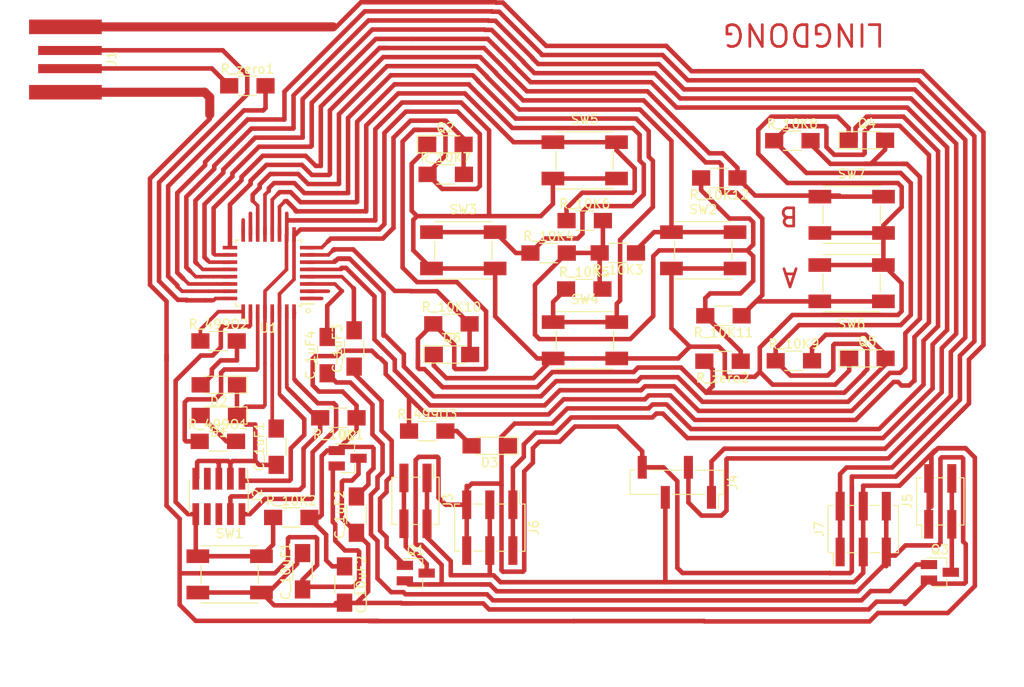
<source format=kicad_pcb>
(kicad_pcb (version 20171130) (host pcbnew "(5.1.10-1-10_14)")

  (general
    (thickness 1.6)
    (drawings 3)
    (tracks 1085)
    (zones 0)
    (modules 48)
    (nets 43)
  )

  (page A4)
  (layers
    (0 F.Cu signal)
    (31 B.Cu signal)
    (32 B.Adhes user)
    (33 F.Adhes user)
    (34 B.Paste user)
    (35 F.Paste user)
    (36 B.SilkS user)
    (37 F.SilkS user)
    (38 B.Mask user)
    (39 F.Mask user)
    (40 Dwgs.User user)
    (41 Cmts.User user)
    (42 Eco1.User user)
    (43 Eco2.User user)
    (44 Edge.Cuts user)
    (45 Margin user)
    (46 B.CrtYd user)
    (47 F.CrtYd user)
    (48 B.Fab user)
    (49 F.Fab user)
  )

  (setup
    (last_trace_width 0.5)
    (user_trace_width 0.4)
    (user_trace_width 1)
    (trace_clearance 0.5)
    (zone_clearance 0.508)
    (zone_45_only no)
    (trace_min 0.2)
    (via_size 0.8)
    (via_drill 0.4)
    (via_min_size 0.4)
    (via_min_drill 0.3)
    (uvia_size 0.3)
    (uvia_drill 0.1)
    (uvias_allowed no)
    (uvia_min_size 0.2)
    (uvia_min_drill 0.1)
    (edge_width 0.05)
    (segment_width 0.2)
    (pcb_text_width 0.3)
    (pcb_text_size 1.5 1.5)
    (mod_edge_width 0.12)
    (mod_text_size 1 1)
    (mod_text_width 0.15)
    (pad_size 1.524 1.524)
    (pad_drill 0.762)
    (pad_to_mask_clearance 0)
    (aux_axis_origin 0 0)
    (visible_elements FFFFFF7F)
    (pcbplotparams
      (layerselection 0x010fc_ffffffff)
      (usegerberextensions false)
      (usegerberattributes true)
      (usegerberadvancedattributes true)
      (creategerberjobfile true)
      (excludeedgelayer true)
      (linewidth 0.100000)
      (plotframeref false)
      (viasonmask false)
      (mode 1)
      (useauxorigin false)
      (hpglpennumber 1)
      (hpglpenspeed 20)
      (hpglpendiameter 15.000000)
      (psnegative false)
      (psa4output false)
      (plotreference true)
      (plotvalue true)
      (plotinvisibletext false)
      (padsonsilk false)
      (subtractmaskfromsilk false)
      (outputformat 1)
      (mirror false)
      (drillshape 1)
      (scaleselection 1)
      (outputdirectory ""))
  )

  (net 0 "")
  (net 1 GND)
  (net 2 +5V)
  (net 3 +3V3)
  (net 4 "Net-(C_1uF1-Pad2)")
  (net 5 /A02)
  (net 6 /A03)
  (net 7 /A04)
  (net 8 /A05)
  (net 9 /A06)
  (net 10 /A07)
  (net 11 "Net-(J1-Pad2)")
  (net 12 "Net-(J1-Pad3)")
  (net 13 /SWDIO)
  (net 14 /SWDCLK)
  (net 15 "Net-(J2-Pad6)")
  (net 16 "Net-(J2-Pad8)")
  (net 17 /RESET)
  (net 18 /D10)
  (net 19 /D11)
  (net 20 /D16)
  (net 21 /D17)
  (net 22 /D18)
  (net 23 /D19)
  (net 24 "Net-(U1-Pad1)")
  (net 25 "Net-(U1-Pad2)")
  (net 26 "Net-(U1-Pad15)")
  (net 27 "Net-(U1-Pad16)")
  (net 28 "Net-(R_zero1-Pad2)")
  (net 29 "Net-(D1-Pad2)")
  (net 30 "Net-(J2-Pad7)")
  (net 31 /D08)
  (net 32 /D09)
  (net 33 /D23)
  (net 34 /D22)
  (net 35 "Net-(D2-Pad2)")
  (net 36 "Net-(R_499O1-Pad1)")
  (net 37 "Net-(R_499O2-Pad1)")
  (net 38 "Net-(J3-Pad3)")
  (net 39 "Net-(J5-Pad3)")
  (net 40 "Net-(C_1uF3-Pad1)")
  (net 41 "Net-(C_1uF4-Pad1)")
  (net 42 "Net-(D3-Pad2)")

  (net_class Default "This is the default net class."
    (clearance 0.5)
    (trace_width 0.5)
    (via_dia 0.8)
    (via_drill 0.4)
    (uvia_dia 0.3)
    (uvia_drill 0.1)
    (add_net +3V3)
    (add_net +5V)
    (add_net /A02)
    (add_net /A03)
    (add_net /A04)
    (add_net /A05)
    (add_net /A06)
    (add_net /A07)
    (add_net /D08)
    (add_net /D09)
    (add_net /D10)
    (add_net /D11)
    (add_net /D16)
    (add_net /D17)
    (add_net /D18)
    (add_net /D19)
    (add_net /D22)
    (add_net /D23)
    (add_net /RESET)
    (add_net /SWDCLK)
    (add_net /SWDIO)
    (add_net GND)
    (add_net "Net-(C_1uF1-Pad2)")
    (add_net "Net-(C_1uF3-Pad1)")
    (add_net "Net-(C_1uF4-Pad1)")
    (add_net "Net-(D1-Pad2)")
    (add_net "Net-(D2-Pad2)")
    (add_net "Net-(D3-Pad2)")
    (add_net "Net-(J1-Pad2)")
    (add_net "Net-(J1-Pad3)")
    (add_net "Net-(J2-Pad6)")
    (add_net "Net-(J2-Pad7)")
    (add_net "Net-(J2-Pad8)")
    (add_net "Net-(J3-Pad3)")
    (add_net "Net-(J5-Pad3)")
    (add_net "Net-(R_499O1-Pad1)")
    (add_net "Net-(R_499O2-Pad1)")
    (add_net "Net-(R_zero1-Pad2)")
    (add_net "Net-(U1-Pad1)")
    (add_net "Net-(U1-Pad15)")
    (add_net "Net-(U1-Pad16)")
    (add_net "Net-(U1-Pad2)")
  )

  (module fab:PinHeader_2x03_P2.54mm_Vertical_SMD (layer F.Cu) (tedit 608517EB) (tstamp 618D3DD7)
    (at 105.7454 114.5837 270)
    (descr "surface-mounted straight pin header, 2x03, 2.54mm pitch, double rows")
    (tags "Surface mounted pin header SMD 2x03 2.54mm double row")
    (path /618E41EC)
    (attr smd)
    (fp_text reference J6 (at 0 -4.87 90) (layer F.SilkS)
      (effects (font (size 1 1) (thickness 0.15)))
    )
    (fp_text value Conn_PinHeader_2x03_P2.54mm_Vertical_SMD (at 0 4.87 90) (layer F.Fab)
      (effects (font (size 1 1) (thickness 0.15)))
    )
    (fp_line (start 5.9 -4.35) (end -5.9 -4.35) (layer F.CrtYd) (width 0.05))
    (fp_line (start 5.9 4.35) (end 5.9 -4.35) (layer F.CrtYd) (width 0.05))
    (fp_line (start -5.9 4.35) (end 5.9 4.35) (layer F.CrtYd) (width 0.05))
    (fp_line (start -5.9 -4.35) (end -5.9 4.35) (layer F.CrtYd) (width 0.05))
    (fp_line (start 2.6 0.76) (end 2.6 1.78) (layer F.SilkS) (width 0.12))
    (fp_line (start -2.6 0.76) (end -2.6 1.78) (layer F.SilkS) (width 0.12))
    (fp_line (start 2.6 -1.78) (end 2.6 -0.76) (layer F.SilkS) (width 0.12))
    (fp_line (start -2.6 -1.78) (end -2.6 -0.76) (layer F.SilkS) (width 0.12))
    (fp_line (start 2.6 3.3) (end 2.6 3.87) (layer F.SilkS) (width 0.12))
    (fp_line (start -2.6 3.3) (end -2.6 3.87) (layer F.SilkS) (width 0.12))
    (fp_line (start 2.6 -3.87) (end 2.6 -3.3) (layer F.SilkS) (width 0.12))
    (fp_line (start -2.6 -3.87) (end -2.6 -3.3) (layer F.SilkS) (width 0.12))
    (fp_line (start -4.04 -3.3) (end -2.6 -3.3) (layer F.SilkS) (width 0.12))
    (fp_line (start -2.6 3.87) (end 2.6 3.87) (layer F.SilkS) (width 0.12))
    (fp_line (start -2.6 -3.87) (end 2.6 -3.87) (layer F.SilkS) (width 0.12))
    (fp_line (start 3.6 2.86) (end 2.54 2.86) (layer F.Fab) (width 0.1))
    (fp_line (start 3.6 2.22) (end 3.6 2.86) (layer F.Fab) (width 0.1))
    (fp_line (start 2.54 2.22) (end 3.6 2.22) (layer F.Fab) (width 0.1))
    (fp_line (start -3.6 2.86) (end -2.54 2.86) (layer F.Fab) (width 0.1))
    (fp_line (start -3.6 2.22) (end -3.6 2.86) (layer F.Fab) (width 0.1))
    (fp_line (start -2.54 2.22) (end -3.6 2.22) (layer F.Fab) (width 0.1))
    (fp_line (start 3.6 0.32) (end 2.54 0.32) (layer F.Fab) (width 0.1))
    (fp_line (start 3.6 -0.32) (end 3.6 0.32) (layer F.Fab) (width 0.1))
    (fp_line (start 2.54 -0.32) (end 3.6 -0.32) (layer F.Fab) (width 0.1))
    (fp_line (start -3.6 0.32) (end -2.54 0.32) (layer F.Fab) (width 0.1))
    (fp_line (start -3.6 -0.32) (end -3.6 0.32) (layer F.Fab) (width 0.1))
    (fp_line (start -2.54 -0.32) (end -3.6 -0.32) (layer F.Fab) (width 0.1))
    (fp_line (start 3.6 -2.22) (end 2.54 -2.22) (layer F.Fab) (width 0.1))
    (fp_line (start 3.6 -2.86) (end 3.6 -2.22) (layer F.Fab) (width 0.1))
    (fp_line (start 2.54 -2.86) (end 3.6 -2.86) (layer F.Fab) (width 0.1))
    (fp_line (start -3.6 -2.22) (end -2.54 -2.22) (layer F.Fab) (width 0.1))
    (fp_line (start -3.6 -2.86) (end -3.6 -2.22) (layer F.Fab) (width 0.1))
    (fp_line (start -2.54 -2.86) (end -3.6 -2.86) (layer F.Fab) (width 0.1))
    (fp_line (start 2.54 -3.81) (end 2.54 3.81) (layer F.Fab) (width 0.1))
    (fp_line (start -2.54 -2.86) (end -1.59 -3.81) (layer F.Fab) (width 0.1))
    (fp_line (start -2.54 3.81) (end -2.54 -2.86) (layer F.Fab) (width 0.1))
    (fp_line (start -1.59 -3.81) (end 2.54 -3.81) (layer F.Fab) (width 0.1))
    (fp_line (start 2.54 3.81) (end -2.54 3.81) (layer F.Fab) (width 0.1))
    (fp_text user %R (at 0 0) (layer F.Fab)
      (effects (font (size 1 1) (thickness 0.15)))
    )
    (pad 6 smd rect (at 2.525 2.54 270) (size 3.15 1) (layers F.Cu F.Paste F.Mask)
      (net 1 GND))
    (pad 5 smd rect (at -2.525 2.54 270) (size 3.15 1) (layers F.Cu F.Paste F.Mask)
      (net 1 GND))
    (pad 4 smd rect (at 2.525 0 270) (size 3.15 1) (layers F.Cu F.Paste F.Mask)
      (net 2 +5V))
    (pad 3 smd rect (at -2.525 0 270) (size 3.15 1) (layers F.Cu F.Paste F.Mask)
      (net 2 +5V))
    (pad 2 smd rect (at 2.525 -2.54 270) (size 3.15 1) (layers F.Cu F.Paste F.Mask)
      (net 22 /D18))
    (pad 1 smd rect (at -2.525 -2.54 270) (size 3.15 1) (layers F.Cu F.Paste F.Mask)
      (net 22 /D18))
    (model ${KISYS3DMOD}/Connector_PinHeader_2.54mm.3dshapes/PinHeader_2x03_P2.54mm_Vertical_SMD.wrl
      (at (xyz 0 0 0))
      (scale (xyz 1 1 1))
      (rotate (xyz 0 0 0))
    )
  )

  (module fab:PinHeader_2x03_P2.54mm_Vertical_SMD (layer F.Cu) (tedit 608517EB) (tstamp 618D3748)
    (at 146.837329 114.740207 90)
    (descr "surface-mounted straight pin header, 2x03, 2.54mm pitch, double rows")
    (tags "Surface mounted pin header SMD 2x03 2.54mm double row")
    (path /618FCD6C)
    (attr smd)
    (fp_text reference J7 (at 0 -4.87 90) (layer F.SilkS)
      (effects (font (size 1 1) (thickness 0.15)))
    )
    (fp_text value Conn_PinHeader_2x03_P2.54mm_Vertical_SMD (at 0 4.87 90) (layer F.Fab)
      (effects (font (size 1 1) (thickness 0.15)))
    )
    (fp_line (start 2.54 3.81) (end -2.54 3.81) (layer F.Fab) (width 0.1))
    (fp_line (start -1.59 -3.81) (end 2.54 -3.81) (layer F.Fab) (width 0.1))
    (fp_line (start -2.54 3.81) (end -2.54 -2.86) (layer F.Fab) (width 0.1))
    (fp_line (start -2.54 -2.86) (end -1.59 -3.81) (layer F.Fab) (width 0.1))
    (fp_line (start 2.54 -3.81) (end 2.54 3.81) (layer F.Fab) (width 0.1))
    (fp_line (start -2.54 -2.86) (end -3.6 -2.86) (layer F.Fab) (width 0.1))
    (fp_line (start -3.6 -2.86) (end -3.6 -2.22) (layer F.Fab) (width 0.1))
    (fp_line (start -3.6 -2.22) (end -2.54 -2.22) (layer F.Fab) (width 0.1))
    (fp_line (start 2.54 -2.86) (end 3.6 -2.86) (layer F.Fab) (width 0.1))
    (fp_line (start 3.6 -2.86) (end 3.6 -2.22) (layer F.Fab) (width 0.1))
    (fp_line (start 3.6 -2.22) (end 2.54 -2.22) (layer F.Fab) (width 0.1))
    (fp_line (start -2.54 -0.32) (end -3.6 -0.32) (layer F.Fab) (width 0.1))
    (fp_line (start -3.6 -0.32) (end -3.6 0.32) (layer F.Fab) (width 0.1))
    (fp_line (start -3.6 0.32) (end -2.54 0.32) (layer F.Fab) (width 0.1))
    (fp_line (start 2.54 -0.32) (end 3.6 -0.32) (layer F.Fab) (width 0.1))
    (fp_line (start 3.6 -0.32) (end 3.6 0.32) (layer F.Fab) (width 0.1))
    (fp_line (start 3.6 0.32) (end 2.54 0.32) (layer F.Fab) (width 0.1))
    (fp_line (start -2.54 2.22) (end -3.6 2.22) (layer F.Fab) (width 0.1))
    (fp_line (start -3.6 2.22) (end -3.6 2.86) (layer F.Fab) (width 0.1))
    (fp_line (start -3.6 2.86) (end -2.54 2.86) (layer F.Fab) (width 0.1))
    (fp_line (start 2.54 2.22) (end 3.6 2.22) (layer F.Fab) (width 0.1))
    (fp_line (start 3.6 2.22) (end 3.6 2.86) (layer F.Fab) (width 0.1))
    (fp_line (start 3.6 2.86) (end 2.54 2.86) (layer F.Fab) (width 0.1))
    (fp_line (start -2.6 -3.87) (end 2.6 -3.87) (layer F.SilkS) (width 0.12))
    (fp_line (start -2.6 3.87) (end 2.6 3.87) (layer F.SilkS) (width 0.12))
    (fp_line (start -4.04 -3.3) (end -2.6 -3.3) (layer F.SilkS) (width 0.12))
    (fp_line (start -2.6 -3.87) (end -2.6 -3.3) (layer F.SilkS) (width 0.12))
    (fp_line (start 2.6 -3.87) (end 2.6 -3.3) (layer F.SilkS) (width 0.12))
    (fp_line (start -2.6 3.3) (end -2.6 3.87) (layer F.SilkS) (width 0.12))
    (fp_line (start 2.6 3.3) (end 2.6 3.87) (layer F.SilkS) (width 0.12))
    (fp_line (start -2.6 -1.78) (end -2.6 -0.76) (layer F.SilkS) (width 0.12))
    (fp_line (start 2.6 -1.78) (end 2.6 -0.76) (layer F.SilkS) (width 0.12))
    (fp_line (start -2.6 0.76) (end -2.6 1.78) (layer F.SilkS) (width 0.12))
    (fp_line (start 2.6 0.76) (end 2.6 1.78) (layer F.SilkS) (width 0.12))
    (fp_line (start -5.9 -4.35) (end -5.9 4.35) (layer F.CrtYd) (width 0.05))
    (fp_line (start -5.9 4.35) (end 5.9 4.35) (layer F.CrtYd) (width 0.05))
    (fp_line (start 5.9 4.35) (end 5.9 -4.35) (layer F.CrtYd) (width 0.05))
    (fp_line (start 5.9 -4.35) (end -5.9 -4.35) (layer F.CrtYd) (width 0.05))
    (fp_text user %R (at 0 0) (layer F.Fab)
      (effects (font (size 1 1) (thickness 0.15)))
    )
    (pad 1 smd rect (at -2.525 -2.54 90) (size 3.15 1) (layers F.Cu F.Paste F.Mask)
      (net 33 /D23))
    (pad 2 smd rect (at 2.525 -2.54 90) (size 3.15 1) (layers F.Cu F.Paste F.Mask)
      (net 33 /D23))
    (pad 3 smd rect (at -2.525 0 90) (size 3.15 1) (layers F.Cu F.Paste F.Mask)
      (net 2 +5V))
    (pad 4 smd rect (at 2.525 0 90) (size 3.15 1) (layers F.Cu F.Paste F.Mask)
      (net 2 +5V))
    (pad 5 smd rect (at -2.525 2.54 90) (size 3.15 1) (layers F.Cu F.Paste F.Mask)
      (net 1 GND))
    (pad 6 smd rect (at 2.525 2.54 90) (size 3.15 1) (layers F.Cu F.Paste F.Mask)
      (net 1 GND))
    (model ${KISYS3DMOD}/Connector_PinHeader_2.54mm.3dshapes/PinHeader_2x03_P2.54mm_Vertical_SMD.wrl
      (at (xyz 0 0 0))
      (scale (xyz 1 1 1))
      (rotate (xyz 0 0 0))
    )
  )

  (module fab:C_1206 (layer F.Cu) (tedit 6002C54C) (tstamp 618D1B31)
    (at 87.8586 95.5863 90)
    (descr "Capacitor SMD 1206, hand soldering")
    (tags "capacitor 1206")
    (path /61CF4720)
    (attr smd)
    (fp_text reference C_1uF4 (at 0 -1.85 90) (layer F.SilkS)
      (effects (font (size 1 1) (thickness 0.15)))
    )
    (fp_text value C (at 0 1.9 90) (layer F.Fab)
      (effects (font (size 1 1) (thickness 0.15)))
    )
    (fp_line (start -1.6 0.8) (end -1.6 -0.8) (layer F.Fab) (width 0.1))
    (fp_line (start 1.6 0.8) (end -1.6 0.8) (layer F.Fab) (width 0.1))
    (fp_line (start 1.6 -0.8) (end 1.6 0.8) (layer F.Fab) (width 0.1))
    (fp_line (start -1.6 -0.8) (end 1.6 -0.8) (layer F.Fab) (width 0.1))
    (fp_line (start 1 1.07) (end -1 1.07) (layer F.SilkS) (width 0.12))
    (fp_line (start -1 -1.07) (end 1 -1.07) (layer F.SilkS) (width 0.12))
    (fp_line (start -3.25 -1.11) (end 3.25 -1.11) (layer F.CrtYd) (width 0.05))
    (fp_line (start -3.25 -1.11) (end -3.25 1.1) (layer F.CrtYd) (width 0.05))
    (fp_line (start 3.25 1.1) (end 3.25 -1.11) (layer F.CrtYd) (width 0.05))
    (fp_line (start 3.25 1.1) (end -3.25 1.1) (layer F.CrtYd) (width 0.05))
    (fp_text user %R (at 0 0 90) (layer F.Fab)
      (effects (font (size 0.7 0.7) (thickness 0.105)))
    )
    (pad 1 smd rect (at -2 0 90) (size 2 1.7) (layers F.Cu F.Paste F.Mask)
      (net 41 "Net-(C_1uF4-Pad1)"))
    (pad 2 smd rect (at 2 0 90) (size 2 1.7) (layers F.Cu F.Paste F.Mask)
      (net 5 /A02))
    (model ${FAB}/fab.3dshapes/C_1206.step
      (at (xyz 0 0 0))
      (scale (xyz 1 1 1))
      (rotate (xyz 0 0 0))
    )
  )

  (module fab:C_1206 (layer F.Cu) (tedit 6002C54C) (tstamp 618D71BC)
    (at 90.8177 94.8502 90)
    (descr "Capacitor SMD 1206, hand soldering")
    (tags "capacitor 1206")
    (path /61CF3A05)
    (attr smd)
    (fp_text reference C_1uF3 (at 0 -1.85 90) (layer F.SilkS)
      (effects (font (size 1 1) (thickness 0.15)))
    )
    (fp_text value C (at 0 1.9 90) (layer F.Fab)
      (effects (font (size 1 1) (thickness 0.15)))
    )
    (fp_line (start 3.25 1.1) (end -3.25 1.1) (layer F.CrtYd) (width 0.05))
    (fp_line (start 3.25 1.1) (end 3.25 -1.11) (layer F.CrtYd) (width 0.05))
    (fp_line (start -3.25 -1.11) (end -3.25 1.1) (layer F.CrtYd) (width 0.05))
    (fp_line (start -3.25 -1.11) (end 3.25 -1.11) (layer F.CrtYd) (width 0.05))
    (fp_line (start -1 -1.07) (end 1 -1.07) (layer F.SilkS) (width 0.12))
    (fp_line (start 1 1.07) (end -1 1.07) (layer F.SilkS) (width 0.12))
    (fp_line (start -1.6 -0.8) (end 1.6 -0.8) (layer F.Fab) (width 0.1))
    (fp_line (start 1.6 -0.8) (end 1.6 0.8) (layer F.Fab) (width 0.1))
    (fp_line (start 1.6 0.8) (end -1.6 0.8) (layer F.Fab) (width 0.1))
    (fp_line (start -1.6 0.8) (end -1.6 -0.8) (layer F.Fab) (width 0.1))
    (fp_text user %R (at 0 0 90) (layer F.Fab)
      (effects (font (size 0.7 0.7) (thickness 0.105)))
    )
    (pad 2 smd rect (at 2 0 90) (size 2 1.7) (layers F.Cu F.Paste F.Mask)
      (net 6 /A03))
    (pad 1 smd rect (at -2 0 90) (size 2 1.7) (layers F.Cu F.Paste F.Mask)
      (net 40 "Net-(C_1uF3-Pad1)"))
    (model ${FAB}/fab.3dshapes/C_1206.step
      (at (xyz 0 0 0))
      (scale (xyz 1 1 1))
      (rotate (xyz 0 0 0))
    )
  )

  (module fab:SOT-23 (layer F.Cu) (tedit 60A7B52C) (tstamp 618D1886)
    (at 155.2689 119.498)
    (descr "SOT-23, Standard")
    (tags SOT-23)
    (path /618DE25E)
    (attr smd)
    (fp_text reference Q3 (at 0 -2.5) (layer F.SilkS)
      (effects (font (size 1 1) (thickness 0.15)))
    )
    (fp_text value MOSFET_N-CH_30V_1.7A (at 0 2.5) (layer F.Fab)
      (effects (font (size 1 1) (thickness 0.15)))
    )
    (fp_line (start 0.76 1.58) (end -0.7 1.58) (layer F.SilkS) (width 0.12))
    (fp_line (start 0.76 -1.58) (end -1.4 -1.58) (layer F.SilkS) (width 0.12))
    (fp_line (start -2.2 1.75) (end -2.2 -1.75) (layer F.CrtYd) (width 0.05))
    (fp_line (start 2.2 1.75) (end -2.2 1.75) (layer F.CrtYd) (width 0.05))
    (fp_line (start 2.2 -1.75) (end 2.2 1.75) (layer F.CrtYd) (width 0.05))
    (fp_line (start -2.2 -1.75) (end 2.2 -1.75) (layer F.CrtYd) (width 0.05))
    (fp_line (start 0.76 -1.58) (end 0.76 -0.65) (layer F.SilkS) (width 0.12))
    (fp_line (start 0.76 1.58) (end 0.76 0.65) (layer F.SilkS) (width 0.12))
    (fp_line (start -0.7 1.52) (end 0.7 1.52) (layer F.Fab) (width 0.1))
    (fp_line (start 0.7 -1.52) (end 0.7 1.52) (layer F.Fab) (width 0.1))
    (fp_line (start -0.7 -0.95) (end -0.15 -1.52) (layer F.Fab) (width 0.1))
    (fp_line (start -0.15 -1.52) (end 0.7 -1.52) (layer F.Fab) (width 0.1))
    (fp_line (start -0.7 -0.95) (end -0.7 1.5) (layer F.Fab) (width 0.1))
    (fp_text user %R (at 0 0 90) (layer F.Fab)
      (effects (font (size 0.5 0.5) (thickness 0.075)))
    )
    (pad 1 smd rect (at -1.2 -0.85) (size 1.8 1) (layers F.Cu F.Paste F.Mask)
      (net 41 "Net-(C_1uF4-Pad1)"))
    (pad 2 smd rect (at -1.2 0.85) (size 1.8 1) (layers F.Cu F.Paste F.Mask)
      (net 1 GND))
    (pad 3 smd rect (at 1.2 0) (size 1.8 1) (layers F.Cu F.Paste F.Mask)
      (net 39 "Net-(J5-Pad3)"))
    (model ${KISYS3DMOD}/TO_SOT_Packages_SMD.3dshapes/SOT-23.wrl
      (at (xyz 0 0 0))
      (scale (xyz 1 1 1))
      (rotate (xyz 0 0 0))
    )
  )

  (module fab:PinHeader_2x02_P2.54mm_Vertical_SMD (layer F.Cu) (tedit 608517CB) (tstamp 618D4EBA)
    (at 155.3135 111.6907 90)
    (descr "surface-mounted straight pin header, 2x02, 2.54mm pitch, double rows")
    (tags "Surface mounted pin header SMD 2x02 2.54mm double row")
    (path /61B52FFE)
    (attr smd)
    (fp_text reference J5 (at 0 -3.6 90) (layer F.SilkS)
      (effects (font (size 1 1) (thickness 0.15)))
    )
    (fp_text value Conn_PinHeader_2x02_P2.54mm_Vertical_SMD (at 0 3.6 90) (layer F.Fab)
      (effects (font (size 1 1) (thickness 0.15)))
    )
    (fp_line (start 2.54 2.54) (end -2.54 2.54) (layer F.Fab) (width 0.1))
    (fp_line (start -1.59 -2.54) (end 2.54 -2.54) (layer F.Fab) (width 0.1))
    (fp_line (start -2.54 2.54) (end -2.54 -1.59) (layer F.Fab) (width 0.1))
    (fp_line (start -2.54 -1.59) (end -1.59 -2.54) (layer F.Fab) (width 0.1))
    (fp_line (start 2.54 -2.54) (end 2.54 2.54) (layer F.Fab) (width 0.1))
    (fp_line (start -2.54 -1.59) (end -3.6 -1.59) (layer F.Fab) (width 0.1))
    (fp_line (start -3.6 -1.59) (end -3.6 -0.95) (layer F.Fab) (width 0.1))
    (fp_line (start -3.6 -0.95) (end -2.54 -0.95) (layer F.Fab) (width 0.1))
    (fp_line (start 2.54 -1.59) (end 3.6 -1.59) (layer F.Fab) (width 0.1))
    (fp_line (start 3.6 -1.59) (end 3.6 -0.95) (layer F.Fab) (width 0.1))
    (fp_line (start 3.6 -0.95) (end 2.54 -0.95) (layer F.Fab) (width 0.1))
    (fp_line (start -2.54 0.95) (end -3.6 0.95) (layer F.Fab) (width 0.1))
    (fp_line (start -3.6 0.95) (end -3.6 1.59) (layer F.Fab) (width 0.1))
    (fp_line (start -3.6 1.59) (end -2.54 1.59) (layer F.Fab) (width 0.1))
    (fp_line (start 2.54 0.95) (end 3.6 0.95) (layer F.Fab) (width 0.1))
    (fp_line (start 3.6 0.95) (end 3.6 1.59) (layer F.Fab) (width 0.1))
    (fp_line (start 3.6 1.59) (end 2.54 1.59) (layer F.Fab) (width 0.1))
    (fp_line (start -2.6 -2.6) (end 2.6 -2.6) (layer F.SilkS) (width 0.12))
    (fp_line (start -2.6 2.6) (end 2.6 2.6) (layer F.SilkS) (width 0.12))
    (fp_line (start -4.04 -2.03) (end -2.6 -2.03) (layer F.SilkS) (width 0.12))
    (fp_line (start -2.6 -2.6) (end -2.6 -2.03) (layer F.SilkS) (width 0.12))
    (fp_line (start 2.6 -2.6) (end 2.6 -2.03) (layer F.SilkS) (width 0.12))
    (fp_line (start -2.6 2.03) (end -2.6 2.6) (layer F.SilkS) (width 0.12))
    (fp_line (start 2.6 2.03) (end 2.6 2.6) (layer F.SilkS) (width 0.12))
    (fp_line (start -2.6 -0.51) (end -2.6 0.51) (layer F.SilkS) (width 0.12))
    (fp_line (start 2.6 -0.51) (end 2.6 0.51) (layer F.SilkS) (width 0.12))
    (fp_line (start -5.9 -3.05) (end -5.9 3.05) (layer F.CrtYd) (width 0.05))
    (fp_line (start -5.9 3.05) (end 5.9 3.05) (layer F.CrtYd) (width 0.05))
    (fp_line (start 5.9 3.05) (end 5.9 -3.05) (layer F.CrtYd) (width 0.05))
    (fp_line (start 5.9 -3.05) (end -5.9 -3.05) (layer F.CrtYd) (width 0.05))
    (fp_text user %R (at 0 0) (layer F.Fab)
      (effects (font (size 1 1) (thickness 0.15)))
    )
    (pad 4 smd rect (at 2.525 1.27 90) (size 3.15 1) (layers F.Cu F.Paste F.Mask)
      (net 39 "Net-(J5-Pad3)"))
    (pad 3 smd rect (at -2.525 1.27 90) (size 3.15 1) (layers F.Cu F.Paste F.Mask)
      (net 39 "Net-(J5-Pad3)"))
    (pad 2 smd rect (at 2.525 -1.27 90) (size 3.15 1) (layers F.Cu F.Paste F.Mask)
      (net 2 +5V))
    (pad 1 smd rect (at -2.525 -1.27 90) (size 3.15 1) (layers F.Cu F.Paste F.Mask)
      (net 2 +5V))
    (model ${KISYS3DMOD}/Connector_PinHeader_2.54mm.3dshapes/PinHeader_2x02_P2.54mm_Vertical_SMD.wrl
      (at (xyz 0 0 0))
      (scale (xyz 1 1 1))
      (rotate (xyz 0 0 0))
    )
  )

  (module fab:LED_1206 (layer F.Cu) (tedit 595FC724) (tstamp 618D180B)
    (at 75.9272 98.8568 180)
    (descr "LED SMD 1206, hand soldering")
    (tags "LED 1206")
    (path /61A15ACB)
    (attr smd)
    (fp_text reference D2 (at 0 -1.85) (layer F.SilkS)
      (effects (font (size 1 1) (thickness 0.15)))
    )
    (fp_text value LED (at 0 1.9) (layer F.Fab)
      (effects (font (size 1 1) (thickness 0.15)))
    )
    (fp_line (start 3.25 1.1) (end -3.25 1.1) (layer F.CrtYd) (width 0.05))
    (fp_line (start 3.25 1.1) (end 3.25 -1.11) (layer F.CrtYd) (width 0.05))
    (fp_line (start -3.25 -1.11) (end -3.25 1.1) (layer F.CrtYd) (width 0.05))
    (fp_line (start -3.25 -1.11) (end 3.25 -1.11) (layer F.CrtYd) (width 0.05))
    (fp_line (start -3.1 -0.95) (end 1.6 -0.95) (layer F.SilkS) (width 0.12))
    (fp_line (start -3.1 0.95) (end 1.6 0.95) (layer F.SilkS) (width 0.12))
    (fp_line (start -1.6 -0.8) (end 1.6 -0.8) (layer F.Fab) (width 0.1))
    (fp_line (start 1.6 -0.8) (end 1.6 0.8) (layer F.Fab) (width 0.1))
    (fp_line (start 1.6 0.8) (end -1.6 0.8) (layer F.Fab) (width 0.1))
    (fp_line (start -1.6 0.8) (end -1.6 -0.8) (layer F.Fab) (width 0.1))
    (fp_line (start -0.45 -0.4) (end -0.45 0.4) (layer F.Fab) (width 0.1))
    (fp_line (start 0.2 0.4) (end -0.4 0) (layer F.Fab) (width 0.1))
    (fp_line (start 0.2 -0.4) (end 0.2 0.4) (layer F.Fab) (width 0.1))
    (fp_line (start -0.4 0) (end 0.2 -0.4) (layer F.Fab) (width 0.1))
    (fp_line (start -3.1 -0.95) (end -3.1 0.95) (layer F.SilkS) (width 0.12))
    (pad 2 smd rect (at 2 0 180) (size 2 1.7) (layers F.Cu F.Paste F.Mask)
      (net 35 "Net-(D2-Pad2)"))
    (pad 1 smd rect (at -2 0 180) (size 2 1.7) (layers F.Cu F.Paste F.Mask)
      (net 1 GND))
    (model ${KISYS3DMOD}/LEDs.3dshapes/LED_1206.wrl
      (at (xyz 0 0 0))
      (scale (xyz 1 1 1))
      (rotate (xyz 0 0 180))
    )
  )

  (module fab:Button_Omron_B3SN_6x6mm (layer F.Cu) (tedit 5EC65B05) (tstamp 618CE9D0)
    (at 116.19 74.1406)
    (descr "Surface Mount Tactile Switch for High-Density Packaging")
    (tags "Tactile Switch")
    (path /61931C02)
    (attr smd)
    (fp_text reference SW5 (at 0 -4.5) (layer F.SilkS)
      (effects (font (size 1 1) (thickness 0.15)))
    )
    (fp_text value BUTTON_B3SN (at 0 4.5) (layer F.Fab)
      (effects (font (size 1 1) (thickness 0.15)))
    )
    (fp_line (start -5 3.7) (end 5 3.7) (layer F.CrtYd) (width 0.05))
    (fp_line (start 5 3.7) (end 5 -3.7) (layer F.CrtYd) (width 0.05))
    (fp_line (start 5 -3.7) (end -5 -3.7) (layer F.CrtYd) (width 0.05))
    (fp_line (start -5 -3.7) (end -5 3.7) (layer F.CrtYd) (width 0.05))
    (fp_line (start -3.15 -3.15) (end 3.15 -3.15) (layer F.SilkS) (width 0.12))
    (fp_line (start -3.15 1) (end -3.15 -1) (layer F.SilkS) (width 0.12))
    (fp_line (start 3.15 3.15) (end -3.15 3.15) (layer F.SilkS) (width 0.12))
    (fp_line (start 3.15 -1) (end 3.15 1) (layer F.SilkS) (width 0.12))
    (fp_circle (center 0 0) (end 1.65 0) (layer F.Fab) (width 0.1))
    (fp_line (start -3 -3) (end 3 -3) (layer F.Fab) (width 0.1))
    (fp_line (start 3 -3) (end 3 3) (layer F.Fab) (width 0.1))
    (fp_line (start 3 3) (end -3 3) (layer F.Fab) (width 0.1))
    (fp_line (start -3 3) (end -3 -3) (layer F.Fab) (width 0.1))
    (fp_text user %R (at 0 -4.5) (layer F.Fab)
      (effects (font (size 1 1) (thickness 0.15)))
    )
    (pad 1 smd rect (at -3.5 -2) (size 2.5 1.5) (layers F.Cu F.Paste F.Mask)
      (net 31 /D08))
    (pad 1 smd rect (at 3.5 -2) (size 2.5 1.5) (layers F.Cu F.Paste F.Mask)
      (net 31 /D08))
    (pad 2 smd rect (at -3.5 2) (size 2.5 1.5) (layers F.Cu F.Paste F.Mask)
      (net 1 GND))
    (pad 2 smd rect (at 3.5 2) (size 2.5 1.5) (layers F.Cu F.Paste F.Mask)
      (net 1 GND))
    (model ${KISYS3DMOD}/Buttons_Switches_SMD.3dshapes/SW_SPST_B3S-1000.wrl
      (at (xyz 0 0 0))
      (scale (xyz 1 1 1))
      (rotate (xyz 0 0 0))
    )
  )

  (module fab:R_1206 (layer F.Cu) (tedit 60020482) (tstamp 618CE99B)
    (at 131.4568 91.2541 180)
    (descr "Resistor SMD 1206, hand soldering")
    (tags "resistor 1206")
    (path /61A1E807)
    (attr smd)
    (fp_text reference R_10K11 (at 0 -1.85) (layer F.SilkS)
      (effects (font (size 1 1) (thickness 0.15)))
    )
    (fp_text value R (at 0 1.9) (layer F.Fab)
      (effects (font (size 1 1) (thickness 0.15)))
    )
    (fp_line (start -1.6 0.8) (end -1.6 -0.8) (layer F.Fab) (width 0.1))
    (fp_line (start 1.6 0.8) (end -1.6 0.8) (layer F.Fab) (width 0.1))
    (fp_line (start 1.6 -0.8) (end 1.6 0.8) (layer F.Fab) (width 0.1))
    (fp_line (start -1.6 -0.8) (end 1.6 -0.8) (layer F.Fab) (width 0.1))
    (fp_line (start 1 1.07) (end -1 1.07) (layer F.SilkS) (width 0.12))
    (fp_line (start -1 -1.07) (end 1 -1.07) (layer F.SilkS) (width 0.12))
    (fp_line (start -3.25 -1.11) (end 3.25 -1.11) (layer F.CrtYd) (width 0.05))
    (fp_line (start -3.25 -1.11) (end -3.25 1.1) (layer F.CrtYd) (width 0.05))
    (fp_line (start 3.25 1.1) (end 3.25 -1.11) (layer F.CrtYd) (width 0.05))
    (fp_line (start 3.25 1.1) (end -3.25 1.1) (layer F.CrtYd) (width 0.05))
    (fp_text user %R (at 0 0) (layer F.Fab)
      (effects (font (size 0.7 0.7) (thickness 0.105)))
    )
    (pad 2 smd rect (at 2 0 180) (size 2 1.7) (layers F.Cu F.Paste F.Mask)
      (net 3 +3V3))
    (pad 1 smd rect (at -2 0 180) (size 2 1.7) (layers F.Cu F.Paste F.Mask)
      (net 20 /D16))
    (model ${FAB}/fab.3dshapes/R_1206.step
      (at (xyz 0 0 0))
      (scale (xyz 1 1 1))
      (rotate (xyz 0 0 0))
    )
  )

  (module fab:Button_Omron_B3SN_6x6mm (layer F.Cu) (tedit 5EC65B05) (tstamp 618D1A7F)
    (at 145.5547 87.6666 180)
    (descr "Surface Mount Tactile Switch for High-Density Packaging")
    (tags "Tactile Switch")
    (path /61A1E7FB)
    (attr smd)
    (fp_text reference SW6 (at 0 -4.5) (layer F.SilkS)
      (effects (font (size 1 1) (thickness 0.15)))
    )
    (fp_text value BUTTON_B3SN (at 0 4.5) (layer F.Fab)
      (effects (font (size 1 1) (thickness 0.15)))
    )
    (fp_line (start -5 3.7) (end 5 3.7) (layer F.CrtYd) (width 0.05))
    (fp_line (start 5 3.7) (end 5 -3.7) (layer F.CrtYd) (width 0.05))
    (fp_line (start 5 -3.7) (end -5 -3.7) (layer F.CrtYd) (width 0.05))
    (fp_line (start -5 -3.7) (end -5 3.7) (layer F.CrtYd) (width 0.05))
    (fp_line (start -3.15 -3.15) (end 3.15 -3.15) (layer F.SilkS) (width 0.12))
    (fp_line (start -3.15 1) (end -3.15 -1) (layer F.SilkS) (width 0.12))
    (fp_line (start 3.15 3.15) (end -3.15 3.15) (layer F.SilkS) (width 0.12))
    (fp_line (start 3.15 -1) (end 3.15 1) (layer F.SilkS) (width 0.12))
    (fp_circle (center 0 0) (end 1.65 0) (layer F.Fab) (width 0.1))
    (fp_line (start -3 -3) (end 3 -3) (layer F.Fab) (width 0.1))
    (fp_line (start 3 -3) (end 3 3) (layer F.Fab) (width 0.1))
    (fp_line (start 3 3) (end -3 3) (layer F.Fab) (width 0.1))
    (fp_line (start -3 3) (end -3 -3) (layer F.Fab) (width 0.1))
    (fp_text user %R (at 0 -4.5) (layer F.Fab)
      (effects (font (size 1 1) (thickness 0.15)))
    )
    (pad 1 smd rect (at -3.5 -2 180) (size 2.5 1.5) (layers F.Cu F.Paste F.Mask)
      (net 20 /D16))
    (pad 1 smd rect (at 3.5 -2 180) (size 2.5 1.5) (layers F.Cu F.Paste F.Mask)
      (net 20 /D16))
    (pad 2 smd rect (at -3.5 2 180) (size 2.5 1.5) (layers F.Cu F.Paste F.Mask)
      (net 1 GND))
    (pad 2 smd rect (at 3.5 2 180) (size 2.5 1.5) (layers F.Cu F.Paste F.Mask)
      (net 1 GND))
    (model ${KISYS3DMOD}/Buttons_Switches_SMD.3dshapes/SW_SPST_B3S-1000.wrl
      (at (xyz 0 0 0))
      (scale (xyz 1 1 1))
      (rotate (xyz 0 0 0))
    )
  )

  (module fab:Q_1206 (layer F.Cu) (tedit 5EF25F01) (tstamp 618D6989)
    (at 101.5864 95.5213)
    (descr "Transistor SMD 1206, hand soldering")
    (tags "transistor photo 1206")
    (path /61922CF1)
    (attr smd)
    (fp_text reference Q6 (at 0 -1.85) (layer F.SilkS)
      (effects (font (size 1 1) (thickness 0.15)))
    )
    (fp_text value Phototransistor_Visible_PT15-21C-TR8 (at 0 1.9) (layer F.Fab)
      (effects (font (size 1 1) (thickness 0.15)))
    )
    (fp_line (start 3.25 1.1) (end -3.25 1.1) (layer F.CrtYd) (width 0.05))
    (fp_line (start 3.25 1.1) (end 3.25 -1.11) (layer F.CrtYd) (width 0.05))
    (fp_line (start -3.25 -1.11) (end -3.25 1.1) (layer F.CrtYd) (width 0.05))
    (fp_line (start -3.25 -1.11) (end 3.25 -1.11) (layer F.CrtYd) (width 0.05))
    (fp_line (start -3.1 -0.95) (end 1.6 -0.95) (layer F.SilkS) (width 0.12))
    (fp_line (start -3.1 0.95) (end 1.6 0.95) (layer F.SilkS) (width 0.12))
    (fp_line (start -1.6 -0.8) (end 1.6 -0.8) (layer F.Fab) (width 0.1))
    (fp_line (start 1.6 -0.8) (end 1.6 0.8) (layer F.Fab) (width 0.1))
    (fp_line (start 1.6 0.8) (end -1.6 0.8) (layer F.Fab) (width 0.1))
    (fp_line (start -1.6 0.8) (end -1.6 -0.8) (layer F.Fab) (width 0.1))
    (fp_line (start -0.45 -0.4) (end -0.45 0.4) (layer F.Fab) (width 0.1))
    (fp_line (start 0.2 0.4) (end -0.4 0) (layer F.Fab) (width 0.1))
    (fp_line (start 0.2 -0.4) (end 0.2 0.4) (layer F.Fab) (width 0.1))
    (fp_line (start -0.4 0) (end 0.2 -0.4) (layer F.Fab) (width 0.1))
    (fp_line (start -3.1 -0.95) (end -3.1 0.95) (layer F.SilkS) (width 0.12))
    (pad 2 smd rect (at 2 0) (size 2 1.7) (layers F.Cu F.Paste F.Mask)
      (net 9 /A06))
    (pad 1 smd rect (at -2 0) (size 2 1.7) (layers F.Cu F.Paste F.Mask)
      (net 1 GND))
    (model ${KISYS3DMOD}/LEDs.3dshapes/LED_1206.wrl
      (at (xyz 0 0 0))
      (scale (xyz 1 1 1))
      (rotate (xyz 0 0 180))
    )
  )

  (module Connector_PinHeader_2.54mm:PinHeader_1x04_P2.54mm_Vertical_SMD_Pin1Right (layer F.Cu) (tedit 59FED5CC) (tstamp 618D1D8A)
    (at 126.33 109.595 270)
    (descr "surface-mounted straight pin header, 1x04, 2.54mm pitch, single row, style 2 (pin 1 right)")
    (tags "Surface mounted pin header SMD 1x04 2.54mm single row style2 pin1 right")
    (path /619CB4A5)
    (attr smd)
    (fp_text reference J4 (at 0 -6.14 90) (layer F.SilkS)
      (effects (font (size 1 1) (thickness 0.15)))
    )
    (fp_text value Conn_01x04_Male (at 0 6.14 90) (layer F.Fab)
      (effects (font (size 1 1) (thickness 0.15)))
    )
    (fp_line (start 1.27 5.08) (end -1.27 5.08) (layer F.Fab) (width 0.1))
    (fp_line (start -1.27 -5.08) (end 0.32 -5.08) (layer F.Fab) (width 0.1))
    (fp_line (start 1.27 5.08) (end 1.27 -4.13) (layer F.Fab) (width 0.1))
    (fp_line (start 1.27 -4.13) (end 0.32 -5.08) (layer F.Fab) (width 0.1))
    (fp_line (start -1.27 -5.08) (end -1.27 5.08) (layer F.Fab) (width 0.1))
    (fp_line (start -1.27 -1.59) (end -2.54 -1.59) (layer F.Fab) (width 0.1))
    (fp_line (start -2.54 -1.59) (end -2.54 -0.95) (layer F.Fab) (width 0.1))
    (fp_line (start -2.54 -0.95) (end -1.27 -0.95) (layer F.Fab) (width 0.1))
    (fp_line (start -1.27 3.49) (end -2.54 3.49) (layer F.Fab) (width 0.1))
    (fp_line (start -2.54 3.49) (end -2.54 4.13) (layer F.Fab) (width 0.1))
    (fp_line (start -2.54 4.13) (end -1.27 4.13) (layer F.Fab) (width 0.1))
    (fp_line (start 1.27 -4.13) (end 2.54 -4.13) (layer F.Fab) (width 0.1))
    (fp_line (start 2.54 -4.13) (end 2.54 -3.49) (layer F.Fab) (width 0.1))
    (fp_line (start 2.54 -3.49) (end 1.27 -3.49) (layer F.Fab) (width 0.1))
    (fp_line (start 1.27 0.95) (end 2.54 0.95) (layer F.Fab) (width 0.1))
    (fp_line (start 2.54 0.95) (end 2.54 1.59) (layer F.Fab) (width 0.1))
    (fp_line (start 2.54 1.59) (end 1.27 1.59) (layer F.Fab) (width 0.1))
    (fp_line (start -1.33 -5.14) (end 1.33 -5.14) (layer F.SilkS) (width 0.12))
    (fp_line (start -1.33 5.14) (end 1.33 5.14) (layer F.SilkS) (width 0.12))
    (fp_line (start 1.33 -3.05) (end 1.33 0.51) (layer F.SilkS) (width 0.12))
    (fp_line (start 1.33 2.03) (end 1.33 5.14) (layer F.SilkS) (width 0.12))
    (fp_line (start -1.33 -5.14) (end -1.33 -2.03) (layer F.SilkS) (width 0.12))
    (fp_line (start 1.33 -4.57) (end 2.85 -4.57) (layer F.SilkS) (width 0.12))
    (fp_line (start 1.33 -5.14) (end 1.33 -4.57) (layer F.SilkS) (width 0.12))
    (fp_line (start -1.33 4.57) (end -1.33 5.14) (layer F.SilkS) (width 0.12))
    (fp_line (start -1.33 -0.51) (end -1.33 3.05) (layer F.SilkS) (width 0.12))
    (fp_line (start -3.45 -5.6) (end -3.45 5.6) (layer F.CrtYd) (width 0.05))
    (fp_line (start -3.45 5.6) (end 3.45 5.6) (layer F.CrtYd) (width 0.05))
    (fp_line (start 3.45 5.6) (end 3.45 -5.6) (layer F.CrtYd) (width 0.05))
    (fp_line (start 3.45 -5.6) (end -3.45 -5.6) (layer F.CrtYd) (width 0.05))
    (fp_text user %R (at 0 0) (layer F.Fab)
      (effects (font (size 1 1) (thickness 0.15)))
    )
    (pad 2 smd rect (at -1.655 -1.27 270) (size 2.51 1) (layers F.Cu F.Paste F.Mask)
      (net 34 /D22))
    (pad 4 smd rect (at -1.655 3.81 270) (size 2.51 1) (layers F.Cu F.Paste F.Mask)
      (net 1 GND))
    (pad 1 smd rect (at 1.655 -3.81 270) (size 2.51 1) (layers F.Cu F.Paste F.Mask)
      (net 23 /D19))
    (pad 3 smd rect (at 1.655 1.27 270) (size 2.51 1) (layers F.Cu F.Paste F.Mask)
      (net 2 +5V))
    (model ${KISYS3DMOD}/Connector_PinHeader_2.54mm.3dshapes/PinHeader_1x04_P2.54mm_Vertical_SMD_Pin1Right.wrl
      (at (xyz 0 0 0))
      (scale (xyz 1 1 1))
      (rotate (xyz 0 0 0))
    )
  )

  (module fab:R_1206 (layer F.Cu) (tedit 60020482) (tstamp 618CC365)
    (at 75.9018 94.0308)
    (descr "Resistor SMD 1206, hand soldering")
    (tags "resistor 1206")
    (path /61A1574A)
    (attr smd)
    (fp_text reference R_499O2 (at 0 -1.85) (layer F.SilkS)
      (effects (font (size 1 1) (thickness 0.15)))
    )
    (fp_text value R (at 0 1.9) (layer F.Fab)
      (effects (font (size 1 1) (thickness 0.15)))
    )
    (fp_line (start 3.25 1.1) (end -3.25 1.1) (layer F.CrtYd) (width 0.05))
    (fp_line (start 3.25 1.1) (end 3.25 -1.11) (layer F.CrtYd) (width 0.05))
    (fp_line (start -3.25 -1.11) (end -3.25 1.1) (layer F.CrtYd) (width 0.05))
    (fp_line (start -3.25 -1.11) (end 3.25 -1.11) (layer F.CrtYd) (width 0.05))
    (fp_line (start -1 -1.07) (end 1 -1.07) (layer F.SilkS) (width 0.12))
    (fp_line (start 1 1.07) (end -1 1.07) (layer F.SilkS) (width 0.12))
    (fp_line (start -1.6 -0.8) (end 1.6 -0.8) (layer F.Fab) (width 0.1))
    (fp_line (start 1.6 -0.8) (end 1.6 0.8) (layer F.Fab) (width 0.1))
    (fp_line (start 1.6 0.8) (end -1.6 0.8) (layer F.Fab) (width 0.1))
    (fp_line (start -1.6 0.8) (end -1.6 -0.8) (layer F.Fab) (width 0.1))
    (fp_text user %R (at 0 0) (layer F.Fab)
      (effects (font (size 0.7 0.7) (thickness 0.105)))
    )
    (pad 1 smd rect (at -2 0) (size 2 1.7) (layers F.Cu F.Paste F.Mask)
      (net 37 "Net-(R_499O2-Pad1)"))
    (pad 2 smd rect (at 2 0) (size 2 1.7) (layers F.Cu F.Paste F.Mask)
      (net 35 "Net-(D2-Pad2)"))
    (model ${FAB}/fab.3dshapes/R_1206.step
      (at (xyz 0 0 0))
      (scale (xyz 1 1 1))
      (rotate (xyz 0 0 0))
    )
  )

  (module fab:TQFP-32_7x7mm_P0.8mm (layer F.Cu) (tedit 618A6EA1) (tstamp 618D1789)
    (at 81.407 86.5505 180)
    (descr "32-Lead Plastic Thin Quad Flatpack (PT) - 7x7x1.0 mm Body, 2.00 mm [TQFP] (see Microchip Packaging Specification 00000049BS.pdf)")
    (tags "QFP 0.8")
    (path /61708E4F)
    (attr smd)
    (fp_text reference U1 (at 0 -6.05 180) (layer F.SilkS)
      (effects (font (size 1 1) (thickness 0.15)))
    )
    (fp_text value Microcontroller_ATSAMD21E17A-AUT (at 0 6.05 180) (layer F.Fab)
      (effects (font (size 1 1) (thickness 0.15)))
    )
    (fp_line (start -3.625 -3.4) (end -5.05 -3.4) (layer F.SilkS) (width 0.15))
    (fp_line (start 3.625 -3.625) (end 3.3 -3.625) (layer F.SilkS) (width 0.15))
    (fp_line (start 3.625 3.625) (end 3.3 3.625) (layer F.SilkS) (width 0.15))
    (fp_line (start -3.625 3.625) (end -3.3 3.625) (layer F.SilkS) (width 0.15))
    (fp_line (start -3.625 -3.625) (end -3.3 -3.625) (layer F.SilkS) (width 0.15))
    (fp_line (start -3.625 3.625) (end -3.625 3.3) (layer F.SilkS) (width 0.15))
    (fp_line (start 3.625 3.625) (end 3.625 3.3) (layer F.SilkS) (width 0.15))
    (fp_line (start 3.625 -3.625) (end 3.625 -3.3) (layer F.SilkS) (width 0.15))
    (fp_line (start -3.625 -3.625) (end -3.625 -3.4) (layer F.SilkS) (width 0.15))
    (fp_line (start -5.3 5.3) (end 5.3 5.3) (layer F.CrtYd) (width 0.05))
    (fp_line (start -5.3 -5.3) (end 5.3 -5.3) (layer F.CrtYd) (width 0.05))
    (fp_line (start 5.3 -5.3) (end 5.3 5.3) (layer F.CrtYd) (width 0.05))
    (fp_line (start -5.3 -5.3) (end -5.3 5.3) (layer F.CrtYd) (width 0.05))
    (fp_line (start -3.5 -2.5) (end -2.5 -3.5) (layer F.Fab) (width 0.15))
    (fp_line (start -3.5 3.5) (end -3.5 -2.5) (layer F.Fab) (width 0.15))
    (fp_line (start 3.5 3.5) (end -3.5 3.5) (layer F.Fab) (width 0.15))
    (fp_line (start 3.5 -3.5) (end 3.5 3.5) (layer F.Fab) (width 0.15))
    (fp_line (start -2.5 -3.5) (end 3.5 -3.5) (layer F.Fab) (width 0.15))
    (fp_circle (center -4.375 -4.15) (end -4.375 -3.9) (layer F.SilkS) (width 0.12))
    (fp_text user %R (at 0 0 180) (layer F.Fab)
      (effects (font (size 1 1) (thickness 0.15)))
    )
    (pad 32 smd rect (at -2.8 -4.25 270) (size 1.6 0.4) (layers F.Cu F.Paste F.Mask)
      (net 13 /SWDIO))
    (pad 31 smd rect (at -2 -4.25 270) (size 1.6 0.4) (layers F.Cu F.Paste F.Mask)
      (net 14 /SWDCLK))
    (pad 30 smd rect (at -1.2 -4.25 270) (size 1.6 0.4) (layers F.Cu F.Paste F.Mask)
      (net 3 +3V3))
    (pad 29 smd rect (at -0.4 -4.25 270) (size 1.6 0.4) (layers F.Cu F.Paste F.Mask)
      (net 4 "Net-(C_1uF1-Pad2)"))
    (pad 28 smd rect (at 0.4 -4.25 270) (size 1.6 0.4) (layers F.Cu F.Paste F.Mask)
      (net 1 GND))
    (pad 27 smd rect (at 1.2 -4.25 270) (size 1.6 0.4) (layers F.Cu F.Paste F.Mask)
      (net 36 "Net-(R_499O1-Pad1)"))
    (pad 26 smd rect (at 2 -4.25 270) (size 1.6 0.4) (layers F.Cu F.Paste F.Mask)
      (net 17 /RESET))
    (pad 25 smd rect (at 2.8 -4.25 270) (size 1.6 0.4) (layers F.Cu F.Paste F.Mask)
      (net 37 "Net-(R_499O2-Pad1)"))
    (pad 24 smd rect (at 4.25 -2.8 180) (size 1.6 0.4) (layers F.Cu F.Paste F.Mask)
      (net 12 "Net-(J1-Pad3)"))
    (pad 23 smd rect (at 4.25 -2 180) (size 1.6 0.4) (layers F.Cu F.Paste F.Mask)
      (net 28 "Net-(R_zero1-Pad2)"))
    (pad 22 smd rect (at 4.25 -1.2 180) (size 1.6 0.4) (layers F.Cu F.Paste F.Mask)
      (net 33 /D23))
    (pad 21 smd rect (at 4.25 -0.4 180) (size 1.6 0.4) (layers F.Cu F.Paste F.Mask)
      (net 34 /D22))
    (pad 20 smd rect (at 4.25 0.4 180) (size 1.6 0.4) (layers F.Cu F.Paste F.Mask)
      (net 23 /D19))
    (pad 19 smd rect (at 4.25 1.2 180) (size 1.6 0.4) (layers F.Cu F.Paste F.Mask)
      (net 22 /D18))
    (pad 18 smd rect (at 4.25 2 180) (size 1.6 0.4) (layers F.Cu F.Paste F.Mask)
      (net 21 /D17))
    (pad 17 smd rect (at 4.25 2.8 180) (size 1.6 0.4) (layers F.Cu F.Paste F.Mask)
      (net 20 /D16))
    (pad 16 smd rect (at 2.8 4.25 270) (size 1.6 0.4) (layers F.Cu F.Paste F.Mask)
      (net 27 "Net-(U1-Pad16)"))
    (pad 15 smd rect (at 2 4.25 270) (size 1.6 0.4) (layers F.Cu F.Paste F.Mask)
      (net 26 "Net-(U1-Pad15)"))
    (pad 14 smd rect (at 1.2 4.25 270) (size 1.6 0.4) (layers F.Cu F.Paste F.Mask)
      (net 19 /D11))
    (pad 13 smd rect (at 0.4 4.25 270) (size 1.6 0.4) (layers F.Cu F.Paste F.Mask)
      (net 18 /D10))
    (pad 12 smd rect (at -0.4 4.25 270) (size 1.6 0.4) (layers F.Cu F.Paste F.Mask)
      (net 32 /D09))
    (pad 11 smd rect (at -1.2 4.25 270) (size 1.6 0.4) (layers F.Cu F.Paste F.Mask)
      (net 31 /D08))
    (pad 10 smd rect (at -2 4.25 270) (size 1.6 0.4) (layers F.Cu F.Paste F.Mask)
      (net 1 GND))
    (pad 9 smd rect (at -2.8 4.25 270) (size 1.6 0.4) (layers F.Cu F.Paste F.Mask)
      (net 3 +3V3))
    (pad 8 smd rect (at -4.25 2.8 180) (size 1.6 0.4) (layers F.Cu F.Paste F.Mask)
      (net 10 /A07))
    (pad 7 smd rect (at -4.25 2 180) (size 1.6 0.4) (layers F.Cu F.Paste F.Mask)
      (net 9 /A06))
    (pad 6 smd rect (at -4.25 1.2 180) (size 1.6 0.4) (layers F.Cu F.Paste F.Mask)
      (net 8 /A05))
    (pad 5 smd rect (at -4.25 0.4 180) (size 1.6 0.4) (layers F.Cu F.Paste F.Mask)
      (net 7 /A04))
    (pad 4 smd rect (at -4.25 -0.4 180) (size 1.6 0.4) (layers F.Cu F.Paste F.Mask)
      (net 6 /A03))
    (pad 3 smd rect (at -4.25 -1.2 180) (size 1.6 0.4) (layers F.Cu F.Paste F.Mask)
      (net 5 /A02))
    (pad 2 smd rect (at -4.25 -2 180) (size 1.6 0.4) (layers F.Cu F.Paste F.Mask)
      (net 25 "Net-(U1-Pad2)"))
    (pad 1 smd rect (at -4.25 -2.8 180) (size 1.6 0.4) (layers F.Cu F.Paste F.Mask)
      (net 24 "Net-(U1-Pad1)"))
    (model ${KISYS3DMOD}/Package_QFP.3dshapes/TQFP-32_7x7mm_P0.8mm.wrl
      (at (xyz 0 0 0))
      (scale (xyz 1 1 1))
      (rotate (xyz 0 0 0))
    )
  )

  (module usb_plug:USB_PLUG_TRACES (layer F.Cu) (tedit 6161FC20) (tstamp 618D15D6)
    (at 59.05 63.04 90)
    (path /61709CEB)
    (fp_text reference J1 (at 0.1 5.08 90) (layer F.SilkS)
      (effects (font (size 1 1) (thickness 0.15)))
    )
    (fp_text value USB_A (at 0.05 -6.35 90) (layer F.Fab)
      (effects (font (size 1 1) (thickness 0.15)))
    )
    (fp_line (start -6 -4.5) (end -6 6.5) (layer Cmts.User) (width 0.12))
    (fp_line (start 6 -4.5) (end 6 6.5) (layer Cmts.User) (width 0.12))
    (fp_line (start -6 -4.5) (end 6 -4.5) (layer Cmts.User) (width 0.12))
    (pad 1 smd rect (at -3.6 0 90) (size 1.6 8) (layers F.Cu F.Paste F.Mask)
      (net 2 +5V))
    (pad 4 smd rect (at 3.6 0 90) (size 1.6 8) (layers F.Cu F.Paste F.Mask)
      (net 1 GND))
    (pad 2 smd rect (at -1 0.5 90) (size 1 7) (layers F.Cu F.Paste F.Mask)
      (net 11 "Net-(J1-Pad2)"))
    (pad 3 smd rect (at 1 0.5 90) (size 1 7) (layers F.Cu F.Paste F.Mask)
      (net 12 "Net-(J1-Pad3)"))
  )

  (module fab:C_1206 (layer F.Cu) (tedit 6002C54C) (tstamp 618D15AC)
    (at 85.1408 119.3866 90)
    (descr "Capacitor SMD 1206, hand soldering")
    (tags "capacitor 1206")
    (path /61730C13)
    (attr smd)
    (fp_text reference C_10uF1 (at 0 -1.85 90) (layer F.SilkS)
      (effects (font (size 1 1) (thickness 0.15)))
    )
    (fp_text value C (at 0 1.9 90) (layer F.Fab)
      (effects (font (size 1 1) (thickness 0.15)))
    )
    (fp_line (start 3.25 1.1) (end -3.25 1.1) (layer F.CrtYd) (width 0.05))
    (fp_line (start 3.25 1.1) (end 3.25 -1.11) (layer F.CrtYd) (width 0.05))
    (fp_line (start -3.25 -1.11) (end -3.25 1.1) (layer F.CrtYd) (width 0.05))
    (fp_line (start -3.25 -1.11) (end 3.25 -1.11) (layer F.CrtYd) (width 0.05))
    (fp_line (start -1 -1.07) (end 1 -1.07) (layer F.SilkS) (width 0.12))
    (fp_line (start 1 1.07) (end -1 1.07) (layer F.SilkS) (width 0.12))
    (fp_line (start -1.6 -0.8) (end 1.6 -0.8) (layer F.Fab) (width 0.1))
    (fp_line (start 1.6 -0.8) (end 1.6 0.8) (layer F.Fab) (width 0.1))
    (fp_line (start 1.6 0.8) (end -1.6 0.8) (layer F.Fab) (width 0.1))
    (fp_line (start -1.6 0.8) (end -1.6 -0.8) (layer F.Fab) (width 0.1))
    (fp_text user %R (at 0 0 90) (layer F.Fab)
      (effects (font (size 0.7 0.7) (thickness 0.105)))
    )
    (pad 1 smd rect (at -2 0 90) (size 2 1.7) (layers F.Cu F.Paste F.Mask)
      (net 2 +5V))
    (pad 2 smd rect (at 2 0 90) (size 2 1.7) (layers F.Cu F.Paste F.Mask)
      (net 1 GND))
    (model ${FAB}/fab.3dshapes/C_1206.step
      (at (xyz 0 0 0))
      (scale (xyz 1 1 1))
      (rotate (xyz 0 0 0))
    )
  )

  (module fab:C_1206 (layer F.Cu) (tedit 6002C54C) (tstamp 618D157C)
    (at 89.7636 120.8466 270)
    (descr "Capacitor SMD 1206, hand soldering")
    (tags "capacitor 1206")
    (path /617197CF)
    (attr smd)
    (fp_text reference C_10uF2 (at 0 -1.85 90) (layer F.SilkS)
      (effects (font (size 1 1) (thickness 0.15)))
    )
    (fp_text value C (at 0 1.9 90) (layer F.Fab)
      (effects (font (size 1 1) (thickness 0.15)))
    )
    (fp_line (start -1.6 0.8) (end -1.6 -0.8) (layer F.Fab) (width 0.1))
    (fp_line (start 1.6 0.8) (end -1.6 0.8) (layer F.Fab) (width 0.1))
    (fp_line (start 1.6 -0.8) (end 1.6 0.8) (layer F.Fab) (width 0.1))
    (fp_line (start -1.6 -0.8) (end 1.6 -0.8) (layer F.Fab) (width 0.1))
    (fp_line (start 1 1.07) (end -1 1.07) (layer F.SilkS) (width 0.12))
    (fp_line (start -1 -1.07) (end 1 -1.07) (layer F.SilkS) (width 0.12))
    (fp_line (start -3.25 -1.11) (end 3.25 -1.11) (layer F.CrtYd) (width 0.05))
    (fp_line (start -3.25 -1.11) (end -3.25 1.1) (layer F.CrtYd) (width 0.05))
    (fp_line (start 3.25 1.1) (end 3.25 -1.11) (layer F.CrtYd) (width 0.05))
    (fp_line (start 3.25 1.1) (end -3.25 1.1) (layer F.CrtYd) (width 0.05))
    (fp_text user %R (at 0 0 90) (layer F.Fab)
      (effects (font (size 0.7 0.7) (thickness 0.105)))
    )
    (pad 2 smd rect (at 2 0 270) (size 2 1.7) (layers F.Cu F.Paste F.Mask)
      (net 1 GND))
    (pad 1 smd rect (at -2 0 270) (size 2 1.7) (layers F.Cu F.Paste F.Mask)
      (net 3 +3V3))
    (model ${FAB}/fab.3dshapes/C_1206.step
      (at (xyz 0 0 0))
      (scale (xyz 1 1 1))
      (rotate (xyz 0 0 0))
    )
  )

  (module fab:C_1206 (layer F.Cu) (tedit 6002C54C) (tstamp 618D154C)
    (at 82.2452 105.6706 90)
    (descr "Capacitor SMD 1206, hand soldering")
    (tags "capacitor 1206")
    (path /61732CC4)
    (attr smd)
    (fp_text reference C_1uF1 (at 0 -1.85 90) (layer F.SilkS)
      (effects (font (size 1 1) (thickness 0.15)))
    )
    (fp_text value C (at 0 1.9 90) (layer F.Fab)
      (effects (font (size 1 1) (thickness 0.15)))
    )
    (fp_line (start -1.6 0.8) (end -1.6 -0.8) (layer F.Fab) (width 0.1))
    (fp_line (start 1.6 0.8) (end -1.6 0.8) (layer F.Fab) (width 0.1))
    (fp_line (start 1.6 -0.8) (end 1.6 0.8) (layer F.Fab) (width 0.1))
    (fp_line (start -1.6 -0.8) (end 1.6 -0.8) (layer F.Fab) (width 0.1))
    (fp_line (start 1 1.07) (end -1 1.07) (layer F.SilkS) (width 0.12))
    (fp_line (start -1 -1.07) (end 1 -1.07) (layer F.SilkS) (width 0.12))
    (fp_line (start -3.25 -1.11) (end 3.25 -1.11) (layer F.CrtYd) (width 0.05))
    (fp_line (start -3.25 -1.11) (end -3.25 1.1) (layer F.CrtYd) (width 0.05))
    (fp_line (start 3.25 1.1) (end 3.25 -1.11) (layer F.CrtYd) (width 0.05))
    (fp_line (start 3.25 1.1) (end -3.25 1.1) (layer F.CrtYd) (width 0.05))
    (fp_text user %R (at 0 0 90) (layer F.Fab)
      (effects (font (size 0.7 0.7) (thickness 0.105)))
    )
    (pad 2 smd rect (at 2 0 90) (size 2 1.7) (layers F.Cu F.Paste F.Mask)
      (net 4 "Net-(C_1uF1-Pad2)"))
    (pad 1 smd rect (at -2 0 90) (size 2 1.7) (layers F.Cu F.Paste F.Mask)
      (net 1 GND))
    (model ${FAB}/fab.3dshapes/C_1206.step
      (at (xyz 0 0 0))
      (scale (xyz 1 1 1))
      (rotate (xyz 0 0 0))
    )
  )

  (module fab:C_1206 (layer F.Cu) (tedit 6002C54C) (tstamp 618D3C22)
    (at 91.0717 113.1504 90)
    (descr "Capacitor SMD 1206, hand soldering")
    (tags "capacitor 1206")
    (path /61735BE6)
    (attr smd)
    (fp_text reference C_1uF2 (at 0 -1.85 90) (layer F.SilkS)
      (effects (font (size 1 1) (thickness 0.15)))
    )
    (fp_text value C (at 0 1.9 90) (layer F.Fab)
      (effects (font (size 1 1) (thickness 0.15)))
    )
    (fp_line (start 3.25 1.1) (end -3.25 1.1) (layer F.CrtYd) (width 0.05))
    (fp_line (start 3.25 1.1) (end 3.25 -1.11) (layer F.CrtYd) (width 0.05))
    (fp_line (start -3.25 -1.11) (end -3.25 1.1) (layer F.CrtYd) (width 0.05))
    (fp_line (start -3.25 -1.11) (end 3.25 -1.11) (layer F.CrtYd) (width 0.05))
    (fp_line (start -1 -1.07) (end 1 -1.07) (layer F.SilkS) (width 0.12))
    (fp_line (start 1 1.07) (end -1 1.07) (layer F.SilkS) (width 0.12))
    (fp_line (start -1.6 -0.8) (end 1.6 -0.8) (layer F.Fab) (width 0.1))
    (fp_line (start 1.6 -0.8) (end 1.6 0.8) (layer F.Fab) (width 0.1))
    (fp_line (start 1.6 0.8) (end -1.6 0.8) (layer F.Fab) (width 0.1))
    (fp_line (start -1.6 0.8) (end -1.6 -0.8) (layer F.Fab) (width 0.1))
    (fp_text user %R (at 0 0 90) (layer F.Fab)
      (effects (font (size 0.7 0.7) (thickness 0.105)))
    )
    (pad 1 smd rect (at -2 0 90) (size 2 1.7) (layers F.Cu F.Paste F.Mask)
      (net 1 GND))
    (pad 2 smd rect (at 2 0 90) (size 2 1.7) (layers F.Cu F.Paste F.Mask)
      (net 3 +3V3))
    (model ${FAB}/fab.3dshapes/C_1206.step
      (at (xyz 0 0 0))
      (scale (xyz 1 1 1))
      (rotate (xyz 0 0 0))
    )
  )

  (module fab:LED_1206 (layer F.Cu) (tedit 595FC724) (tstamp 618D14E4)
    (at 75.9272 102.235 180)
    (descr "LED SMD 1206, hand soldering")
    (tags "LED 1206")
    (path /618C5CCA)
    (attr smd)
    (fp_text reference D1 (at 0 -1.85) (layer F.SilkS)
      (effects (font (size 1 1) (thickness 0.15)))
    )
    (fp_text value LED (at 0 1.9) (layer F.Fab)
      (effects (font (size 1 1) (thickness 0.15)))
    )
    (fp_line (start 3.25 1.1) (end -3.25 1.1) (layer F.CrtYd) (width 0.05))
    (fp_line (start 3.25 1.1) (end 3.25 -1.11) (layer F.CrtYd) (width 0.05))
    (fp_line (start -3.25 -1.11) (end -3.25 1.1) (layer F.CrtYd) (width 0.05))
    (fp_line (start -3.25 -1.11) (end 3.25 -1.11) (layer F.CrtYd) (width 0.05))
    (fp_line (start -3.1 -0.95) (end 1.6 -0.95) (layer F.SilkS) (width 0.12))
    (fp_line (start -3.1 0.95) (end 1.6 0.95) (layer F.SilkS) (width 0.12))
    (fp_line (start -1.6 -0.8) (end 1.6 -0.8) (layer F.Fab) (width 0.1))
    (fp_line (start 1.6 -0.8) (end 1.6 0.8) (layer F.Fab) (width 0.1))
    (fp_line (start 1.6 0.8) (end -1.6 0.8) (layer F.Fab) (width 0.1))
    (fp_line (start -1.6 0.8) (end -1.6 -0.8) (layer F.Fab) (width 0.1))
    (fp_line (start -0.45 -0.4) (end -0.45 0.4) (layer F.Fab) (width 0.1))
    (fp_line (start 0.2 0.4) (end -0.4 0) (layer F.Fab) (width 0.1))
    (fp_line (start 0.2 -0.4) (end 0.2 0.4) (layer F.Fab) (width 0.1))
    (fp_line (start -0.4 0) (end 0.2 -0.4) (layer F.Fab) (width 0.1))
    (fp_line (start -3.1 -0.95) (end -3.1 0.95) (layer F.SilkS) (width 0.12))
    (pad 2 smd rect (at 2 0 180) (size 2 1.7) (layers F.Cu F.Paste F.Mask)
      (net 29 "Net-(D1-Pad2)"))
    (pad 1 smd rect (at -2 0 180) (size 2 1.7) (layers F.Cu F.Paste F.Mask)
      (net 1 GND))
    (model ${KISYS3DMOD}/LEDs.3dshapes/LED_1206.wrl
      (at (xyz 0 0 0))
      (scale (xyz 1 1 1))
      (rotate (xyz 0 0 180))
    )
  )

  (module fab:PinHeader_2x05_P1.27mm_Vertical_SMD (layer F.Cu) (tedit 60851B62) (tstamp 618D1458)
    (at 75.9333 111.1446 270)
    (descr "surface-mounted straight pin header, 2x05, 1.27mm pitch, double rows")
    (tags "Surface mounted pin header SMD 2x05 1.27mm double row")
    (path /617150F6)
    (attr smd)
    (fp_text reference J2 (at 0 -4.235 90) (layer F.SilkS)
      (effects (font (size 1 1) (thickness 0.15)))
    )
    (fp_text value Conn_PinHeader_2x05_P1.27mm_Vertical_SMD (at 0 4.235 90) (layer F.Fab)
      (effects (font (size 1 1) (thickness 0.15)))
    )
    (fp_line (start 1.705 3.175) (end -1.705 3.175) (layer F.Fab) (width 0.1))
    (fp_line (start -1.27 -3.175) (end 1.705 -3.175) (layer F.Fab) (width 0.1))
    (fp_line (start -1.705 3.175) (end -1.705 -2.74) (layer F.Fab) (width 0.1))
    (fp_line (start -1.705 -2.74) (end -1.27 -3.175) (layer F.Fab) (width 0.1))
    (fp_line (start 1.705 -3.175) (end 1.705 3.175) (layer F.Fab) (width 0.1))
    (fp_line (start -1.705 -2.74) (end -2.75 -2.74) (layer F.Fab) (width 0.1))
    (fp_line (start -2.75 -2.74) (end -2.75 -2.34) (layer F.Fab) (width 0.1))
    (fp_line (start -2.75 -2.34) (end -1.705 -2.34) (layer F.Fab) (width 0.1))
    (fp_line (start 1.705 -2.74) (end 2.75 -2.74) (layer F.Fab) (width 0.1))
    (fp_line (start 2.75 -2.74) (end 2.75 -2.34) (layer F.Fab) (width 0.1))
    (fp_line (start 2.75 -2.34) (end 1.705 -2.34) (layer F.Fab) (width 0.1))
    (fp_line (start -1.705 -1.47) (end -2.75 -1.47) (layer F.Fab) (width 0.1))
    (fp_line (start -2.75 -1.47) (end -2.75 -1.07) (layer F.Fab) (width 0.1))
    (fp_line (start -2.75 -1.07) (end -1.705 -1.07) (layer F.Fab) (width 0.1))
    (fp_line (start 1.705 -1.47) (end 2.75 -1.47) (layer F.Fab) (width 0.1))
    (fp_line (start 2.75 -1.47) (end 2.75 -1.07) (layer F.Fab) (width 0.1))
    (fp_line (start 2.75 -1.07) (end 1.705 -1.07) (layer F.Fab) (width 0.1))
    (fp_line (start -1.705 -0.2) (end -2.75 -0.2) (layer F.Fab) (width 0.1))
    (fp_line (start -2.75 -0.2) (end -2.75 0.2) (layer F.Fab) (width 0.1))
    (fp_line (start -2.75 0.2) (end -1.705 0.2) (layer F.Fab) (width 0.1))
    (fp_line (start 1.705 -0.2) (end 2.75 -0.2) (layer F.Fab) (width 0.1))
    (fp_line (start 2.75 -0.2) (end 2.75 0.2) (layer F.Fab) (width 0.1))
    (fp_line (start 2.75 0.2) (end 1.705 0.2) (layer F.Fab) (width 0.1))
    (fp_line (start -1.705 1.07) (end -2.75 1.07) (layer F.Fab) (width 0.1))
    (fp_line (start -2.75 1.07) (end -2.75 1.47) (layer F.Fab) (width 0.1))
    (fp_line (start -2.75 1.47) (end -1.705 1.47) (layer F.Fab) (width 0.1))
    (fp_line (start 1.705 1.07) (end 2.75 1.07) (layer F.Fab) (width 0.1))
    (fp_line (start 2.75 1.07) (end 2.75 1.47) (layer F.Fab) (width 0.1))
    (fp_line (start 2.75 1.47) (end 1.705 1.47) (layer F.Fab) (width 0.1))
    (fp_line (start -1.705 2.34) (end -2.75 2.34) (layer F.Fab) (width 0.1))
    (fp_line (start -2.75 2.34) (end -2.75 2.74) (layer F.Fab) (width 0.1))
    (fp_line (start -2.75 2.74) (end -1.705 2.74) (layer F.Fab) (width 0.1))
    (fp_line (start 1.705 2.34) (end 2.75 2.34) (layer F.Fab) (width 0.1))
    (fp_line (start 2.75 2.34) (end 2.75 2.74) (layer F.Fab) (width 0.1))
    (fp_line (start 2.75 2.74) (end 1.705 2.74) (layer F.Fab) (width 0.1))
    (fp_line (start -1.765 -3.235) (end 1.765 -3.235) (layer F.SilkS) (width 0.12))
    (fp_line (start -1.765 3.235) (end 1.765 3.235) (layer F.SilkS) (width 0.12))
    (fp_line (start -3.09 -3.17) (end -1.765 -3.17) (layer F.SilkS) (width 0.12))
    (fp_line (start -1.765 -3.235) (end -1.765 -3.17) (layer F.SilkS) (width 0.12))
    (fp_line (start 1.765 -3.235) (end 1.765 -3.17) (layer F.SilkS) (width 0.12))
    (fp_line (start -1.765 3.17) (end -1.765 3.235) (layer F.SilkS) (width 0.12))
    (fp_line (start 1.765 3.17) (end 1.765 3.235) (layer F.SilkS) (width 0.12))
    (fp_line (start -4.3 -3.7) (end -4.3 3.7) (layer F.CrtYd) (width 0.05))
    (fp_line (start -4.3 3.7) (end 4.3 3.7) (layer F.CrtYd) (width 0.05))
    (fp_line (start 4.3 3.7) (end 4.3 -3.7) (layer F.CrtYd) (width 0.05))
    (fp_line (start 4.3 -3.7) (end -4.3 -3.7) (layer F.CrtYd) (width 0.05))
    (fp_text user %R (at 0 0) (layer F.Fab)
      (effects (font (size 1 1) (thickness 0.15)))
    )
    (pad 1 smd rect (at -1.95 -2.54 270) (size 2.4 0.74) (layers F.Cu F.Paste F.Mask)
      (net 3 +3V3))
    (pad 2 smd rect (at 1.95 -2.54 270) (size 2.4 0.74) (layers F.Cu F.Paste F.Mask)
      (net 13 /SWDIO))
    (pad 3 smd rect (at -1.95 -1.27 270) (size 2.4 0.74) (layers F.Cu F.Paste F.Mask)
      (net 1 GND))
    (pad 4 smd rect (at 1.95 -1.27 270) (size 2.4 0.74) (layers F.Cu F.Paste F.Mask)
      (net 14 /SWDCLK))
    (pad 5 smd rect (at -1.95 0 270) (size 2.4 0.74) (layers F.Cu F.Paste F.Mask)
      (net 1 GND))
    (pad 6 smd rect (at 1.95 0 270) (size 2.4 0.74) (layers F.Cu F.Paste F.Mask)
      (net 15 "Net-(J2-Pad6)"))
    (pad 7 smd rect (at -1.95 1.27 270) (size 2.4 0.74) (layers F.Cu F.Paste F.Mask)
      (net 30 "Net-(J2-Pad7)"))
    (pad 8 smd rect (at 1.95 1.27 270) (size 2.4 0.74) (layers F.Cu F.Paste F.Mask)
      (net 16 "Net-(J2-Pad8)"))
    (pad 9 smd rect (at -1.95 2.54 270) (size 2.4 0.74) (layers F.Cu F.Paste F.Mask)
      (net 1 GND))
    (pad 10 smd rect (at 1.95 2.54 270) (size 2.4 0.74) (layers F.Cu F.Paste F.Mask)
      (net 17 /RESET))
    (model ${KISYS3DMOD}/Connector_PinHeader_1.27mm.3dshapes/PinHeader_2x05_P1.27mm_Vertical_SMD.wrl
      (at (xyz 0 0 0))
      (scale (xyz 1 1 1))
      (rotate (xyz 0 0 0))
    )
  )

  (module fab:R_1206 (layer F.Cu) (tedit 60020482) (tstamp 618D13FC)
    (at 75.8256 105.0798)
    (descr "Resistor SMD 1206, hand soldering")
    (tags "resistor 1206")
    (path /618C4DCD)
    (attr smd)
    (fp_text reference R_499O1 (at 0 -1.85) (layer F.SilkS)
      (effects (font (size 1 1) (thickness 0.15)))
    )
    (fp_text value R (at 0 1.9) (layer F.Fab)
      (effects (font (size 1 1) (thickness 0.15)))
    )
    (fp_line (start -1.6 0.8) (end -1.6 -0.8) (layer F.Fab) (width 0.1))
    (fp_line (start 1.6 0.8) (end -1.6 0.8) (layer F.Fab) (width 0.1))
    (fp_line (start 1.6 -0.8) (end 1.6 0.8) (layer F.Fab) (width 0.1))
    (fp_line (start -1.6 -0.8) (end 1.6 -0.8) (layer F.Fab) (width 0.1))
    (fp_line (start 1 1.07) (end -1 1.07) (layer F.SilkS) (width 0.12))
    (fp_line (start -1 -1.07) (end 1 -1.07) (layer F.SilkS) (width 0.12))
    (fp_line (start -3.25 -1.11) (end 3.25 -1.11) (layer F.CrtYd) (width 0.05))
    (fp_line (start -3.25 -1.11) (end -3.25 1.1) (layer F.CrtYd) (width 0.05))
    (fp_line (start 3.25 1.1) (end 3.25 -1.11) (layer F.CrtYd) (width 0.05))
    (fp_line (start 3.25 1.1) (end -3.25 1.1) (layer F.CrtYd) (width 0.05))
    (fp_text user %R (at 0 0) (layer F.Fab)
      (effects (font (size 0.7 0.7) (thickness 0.105)))
    )
    (pad 2 smd rect (at 2 0) (size 2 1.7) (layers F.Cu F.Paste F.Mask)
      (net 29 "Net-(D1-Pad2)"))
    (pad 1 smd rect (at -2 0) (size 2 1.7) (layers F.Cu F.Paste F.Mask)
      (net 36 "Net-(R_499O1-Pad1)"))
    (model ${FAB}/fab.3dshapes/R_1206.step
      (at (xyz 0 0 0))
      (scale (xyz 1 1 1))
      (rotate (xyz 0 0 0))
    )
  )

  (module fab:R_1206 (layer F.Cu) (tedit 60020482) (tstamp 618D13CC)
    (at 89.0844 102.489 180)
    (descr "Resistor SMD 1206, hand soldering")
    (tags "resistor 1206")
    (path /6172D65E)
    (attr smd)
    (fp_text reference R_10K1 (at 0 -1.85) (layer F.SilkS)
      (effects (font (size 1 1) (thickness 0.15)))
    )
    (fp_text value R (at 0 1.9) (layer F.Fab)
      (effects (font (size 1 1) (thickness 0.15)))
    )
    (fp_line (start 3.25 1.1) (end -3.25 1.1) (layer F.CrtYd) (width 0.05))
    (fp_line (start 3.25 1.1) (end 3.25 -1.11) (layer F.CrtYd) (width 0.05))
    (fp_line (start -3.25 -1.11) (end -3.25 1.1) (layer F.CrtYd) (width 0.05))
    (fp_line (start -3.25 -1.11) (end 3.25 -1.11) (layer F.CrtYd) (width 0.05))
    (fp_line (start -1 -1.07) (end 1 -1.07) (layer F.SilkS) (width 0.12))
    (fp_line (start 1 1.07) (end -1 1.07) (layer F.SilkS) (width 0.12))
    (fp_line (start -1.6 -0.8) (end 1.6 -0.8) (layer F.Fab) (width 0.1))
    (fp_line (start 1.6 -0.8) (end 1.6 0.8) (layer F.Fab) (width 0.1))
    (fp_line (start 1.6 0.8) (end -1.6 0.8) (layer F.Fab) (width 0.1))
    (fp_line (start -1.6 0.8) (end -1.6 -0.8) (layer F.Fab) (width 0.1))
    (fp_text user %R (at 0 0) (layer F.Fab)
      (effects (font (size 0.7 0.7) (thickness 0.105)))
    )
    (pad 1 smd rect (at -2 0 180) (size 2 1.7) (layers F.Cu F.Paste F.Mask)
      (net 3 +3V3))
    (pad 2 smd rect (at 2 0 180) (size 2 1.7) (layers F.Cu F.Paste F.Mask)
      (net 14 /SWDCLK))
    (model ${FAB}/fab.3dshapes/R_1206.step
      (at (xyz 0 0 0))
      (scale (xyz 1 1 1))
      (rotate (xyz 0 0 0))
    )
  )

  (module fab:R_1206 (layer F.Cu) (tedit 60020482) (tstamp 618D139C)
    (at 83.9028 113.4618)
    (descr "Resistor SMD 1206, hand soldering")
    (tags "resistor 1206")
    (path /61728AD6)
    (attr smd)
    (fp_text reference R_10K2 (at 0 -1.85) (layer F.SilkS)
      (effects (font (size 1 1) (thickness 0.15)))
    )
    (fp_text value R (at 0 1.9) (layer F.Fab)
      (effects (font (size 1 1) (thickness 0.15)))
    )
    (fp_line (start -1.6 0.8) (end -1.6 -0.8) (layer F.Fab) (width 0.1))
    (fp_line (start 1.6 0.8) (end -1.6 0.8) (layer F.Fab) (width 0.1))
    (fp_line (start 1.6 -0.8) (end 1.6 0.8) (layer F.Fab) (width 0.1))
    (fp_line (start -1.6 -0.8) (end 1.6 -0.8) (layer F.Fab) (width 0.1))
    (fp_line (start 1 1.07) (end -1 1.07) (layer F.SilkS) (width 0.12))
    (fp_line (start -1 -1.07) (end 1 -1.07) (layer F.SilkS) (width 0.12))
    (fp_line (start -3.25 -1.11) (end 3.25 -1.11) (layer F.CrtYd) (width 0.05))
    (fp_line (start -3.25 -1.11) (end -3.25 1.1) (layer F.CrtYd) (width 0.05))
    (fp_line (start 3.25 1.1) (end 3.25 -1.11) (layer F.CrtYd) (width 0.05))
    (fp_line (start 3.25 1.1) (end -3.25 1.1) (layer F.CrtYd) (width 0.05))
    (fp_text user %R (at 0 0) (layer F.Fab)
      (effects (font (size 0.7 0.7) (thickness 0.105)))
    )
    (pad 2 smd rect (at 2 0) (size 2 1.7) (layers F.Cu F.Paste F.Mask)
      (net 3 +3V3))
    (pad 1 smd rect (at -2 0) (size 2 1.7) (layers F.Cu F.Paste F.Mask)
      (net 17 /RESET))
    (model ${FAB}/fab.3dshapes/R_1206.step
      (at (xyz 0 0 0))
      (scale (xyz 1 1 1))
      (rotate (xyz 0 0 0))
    )
  )

  (module fab:C_1206 (layer F.Cu) (tedit 6002C54C) (tstamp 618D5915)
    (at 79.07 65.93)
    (descr "Capacitor SMD 1206, hand soldering")
    (tags "capacitor 1206")
    (path /617158F1)
    (attr smd)
    (fp_text reference R_zero1 (at 0 -1.85) (layer F.SilkS)
      (effects (font (size 1 1) (thickness 0.15)))
    )
    (fp_text value R (at 0 1.9) (layer F.Fab)
      (effects (font (size 1 1) (thickness 0.15)))
    )
    (fp_line (start -1.6 0.8) (end -1.6 -0.8) (layer F.Fab) (width 0.1))
    (fp_line (start 1.6 0.8) (end -1.6 0.8) (layer F.Fab) (width 0.1))
    (fp_line (start 1.6 -0.8) (end 1.6 0.8) (layer F.Fab) (width 0.1))
    (fp_line (start -1.6 -0.8) (end 1.6 -0.8) (layer F.Fab) (width 0.1))
    (fp_line (start 1 1.07) (end -1 1.07) (layer F.SilkS) (width 0.12))
    (fp_line (start -1 -1.07) (end 1 -1.07) (layer F.SilkS) (width 0.12))
    (fp_line (start -3.25 -1.11) (end 3.25 -1.11) (layer F.CrtYd) (width 0.05))
    (fp_line (start -3.25 -1.11) (end -3.25 1.1) (layer F.CrtYd) (width 0.05))
    (fp_line (start 3.25 1.1) (end 3.25 -1.11) (layer F.CrtYd) (width 0.05))
    (fp_line (start 3.25 1.1) (end -3.25 1.1) (layer F.CrtYd) (width 0.05))
    (fp_text user %R (at 0 0) (layer F.Fab)
      (effects (font (size 0.7 0.7) (thickness 0.105)))
    )
    (pad 2 smd rect (at 2 0) (size 2 1.7) (layers F.Cu F.Paste F.Mask)
      (net 28 "Net-(R_zero1-Pad2)"))
    (pad 1 smd rect (at -2 0) (size 2 1.7) (layers F.Cu F.Paste F.Mask)
      (net 11 "Net-(J1-Pad2)"))
    (model ${FAB}/fab.3dshapes/C_1206.step
      (at (xyz 0 0 0))
      (scale (xyz 1 1 1))
      (rotate (xyz 0 0 0))
    )
  )

  (module fab:Button_Omron_B3SN_6x6mm (layer F.Cu) (tedit 5EC65B05) (tstamp 618D1332)
    (at 77.1196 119.729)
    (descr "Surface Mount Tactile Switch for High-Density Packaging")
    (tags "Tactile Switch")
    (path /61724A81)
    (attr smd)
    (fp_text reference SW1 (at 0 -4.5) (layer F.SilkS)
      (effects (font (size 1 1) (thickness 0.15)))
    )
    (fp_text value BUTTON_B3SN (at 0 4.5) (layer F.Fab)
      (effects (font (size 1 1) (thickness 0.15)))
    )
    (fp_line (start -3 3) (end -3 -3) (layer F.Fab) (width 0.1))
    (fp_line (start 3 3) (end -3 3) (layer F.Fab) (width 0.1))
    (fp_line (start 3 -3) (end 3 3) (layer F.Fab) (width 0.1))
    (fp_line (start -3 -3) (end 3 -3) (layer F.Fab) (width 0.1))
    (fp_circle (center 0 0) (end 1.65 0) (layer F.Fab) (width 0.1))
    (fp_line (start 3.15 -1) (end 3.15 1) (layer F.SilkS) (width 0.12))
    (fp_line (start 3.15 3.15) (end -3.15 3.15) (layer F.SilkS) (width 0.12))
    (fp_line (start -3.15 1) (end -3.15 -1) (layer F.SilkS) (width 0.12))
    (fp_line (start -3.15 -3.15) (end 3.15 -3.15) (layer F.SilkS) (width 0.12))
    (fp_line (start -5 -3.7) (end -5 3.7) (layer F.CrtYd) (width 0.05))
    (fp_line (start 5 -3.7) (end -5 -3.7) (layer F.CrtYd) (width 0.05))
    (fp_line (start 5 3.7) (end 5 -3.7) (layer F.CrtYd) (width 0.05))
    (fp_line (start -5 3.7) (end 5 3.7) (layer F.CrtYd) (width 0.05))
    (fp_text user %R (at 0 -4.5) (layer F.Fab)
      (effects (font (size 1 1) (thickness 0.15)))
    )
    (pad 2 smd rect (at 3.5 2) (size 2.5 1.5) (layers F.Cu F.Paste F.Mask)
      (net 1 GND))
    (pad 2 smd rect (at -3.5 2) (size 2.5 1.5) (layers F.Cu F.Paste F.Mask)
      (net 1 GND))
    (pad 1 smd rect (at 3.5 -2) (size 2.5 1.5) (layers F.Cu F.Paste F.Mask)
      (net 17 /RESET))
    (pad 1 smd rect (at -3.5 -2) (size 2.5 1.5) (layers F.Cu F.Paste F.Mask)
      (net 17 /RESET))
    (model ${KISYS3DMOD}/Buttons_Switches_SMD.3dshapes/SW_SPST_B3S-1000.wrl
      (at (xyz 0 0 0))
      (scale (xyz 1 1 1))
      (rotate (xyz 0 0 0))
    )
  )

  (module fab:SOT-23 (layer F.Cu) (tedit 60A7B52C) (tstamp 618D12F5)
    (at 90.1 106.9458)
    (descr "SOT-23, Standard")
    (tags SOT-23)
    (path /61716A24)
    (attr smd)
    (fp_text reference U2 (at 0 -2.5) (layer F.SilkS)
      (effects (font (size 1 1) (thickness 0.15)))
    )
    (fp_text value Regulator_Linear_LM3480-3.3V-100mA (at 0 2.5) (layer F.Fab)
      (effects (font (size 1 1) (thickness 0.15)))
    )
    (fp_line (start -0.7 -0.95) (end -0.7 1.5) (layer F.Fab) (width 0.1))
    (fp_line (start -0.15 -1.52) (end 0.7 -1.52) (layer F.Fab) (width 0.1))
    (fp_line (start -0.7 -0.95) (end -0.15 -1.52) (layer F.Fab) (width 0.1))
    (fp_line (start 0.7 -1.52) (end 0.7 1.52) (layer F.Fab) (width 0.1))
    (fp_line (start -0.7 1.52) (end 0.7 1.52) (layer F.Fab) (width 0.1))
    (fp_line (start 0.76 1.58) (end 0.76 0.65) (layer F.SilkS) (width 0.12))
    (fp_line (start 0.76 -1.58) (end 0.76 -0.65) (layer F.SilkS) (width 0.12))
    (fp_line (start -2.2 -1.75) (end 2.2 -1.75) (layer F.CrtYd) (width 0.05))
    (fp_line (start 2.2 -1.75) (end 2.2 1.75) (layer F.CrtYd) (width 0.05))
    (fp_line (start 2.2 1.75) (end -2.2 1.75) (layer F.CrtYd) (width 0.05))
    (fp_line (start -2.2 1.75) (end -2.2 -1.75) (layer F.CrtYd) (width 0.05))
    (fp_line (start 0.76 -1.58) (end -1.4 -1.58) (layer F.SilkS) (width 0.12))
    (fp_line (start 0.76 1.58) (end -0.7 1.58) (layer F.SilkS) (width 0.12))
    (fp_text user %R (at 0 0 90) (layer F.Fab)
      (effects (font (size 0.5 0.5) (thickness 0.075)))
    )
    (pad 3 smd rect (at 1.2 0) (size 1.8 1) (layers F.Cu F.Paste F.Mask)
      (net 1 GND))
    (pad 2 smd rect (at -1.2 0.85) (size 1.8 1) (layers F.Cu F.Paste F.Mask)
      (net 2 +5V))
    (pad 1 smd rect (at -1.2 -0.85) (size 1.8 1) (layers F.Cu F.Paste F.Mask)
      (net 3 +3V3))
    (model ${KISYS3DMOD}/TO_SOT_Packages_SMD.3dshapes/SOT-23.wrl
      (at (xyz 0 0 0))
      (scale (xyz 1 1 1))
      (rotate (xyz 0 0 0))
    )
  )

  (module fab:SOT-23 (layer F.Cu) (tedit 60A7B52C) (tstamp 618D1D0C)
    (at 97.5985 119.5878)
    (descr "SOT-23, Standard")
    (tags SOT-23)
    (path /618CF45D)
    (attr smd)
    (fp_text reference Q1 (at 0 -2.5) (layer F.SilkS)
      (effects (font (size 1 1) (thickness 0.15)))
    )
    (fp_text value MOSFET_N-CH_30V_1.7A (at 0 2.5) (layer F.Fab)
      (effects (font (size 1 1) (thickness 0.15)))
    )
    (fp_line (start -0.7 -0.95) (end -0.7 1.5) (layer F.Fab) (width 0.1))
    (fp_line (start -0.15 -1.52) (end 0.7 -1.52) (layer F.Fab) (width 0.1))
    (fp_line (start -0.7 -0.95) (end -0.15 -1.52) (layer F.Fab) (width 0.1))
    (fp_line (start 0.7 -1.52) (end 0.7 1.52) (layer F.Fab) (width 0.1))
    (fp_line (start -0.7 1.52) (end 0.7 1.52) (layer F.Fab) (width 0.1))
    (fp_line (start 0.76 1.58) (end 0.76 0.65) (layer F.SilkS) (width 0.12))
    (fp_line (start 0.76 -1.58) (end 0.76 -0.65) (layer F.SilkS) (width 0.12))
    (fp_line (start -2.2 -1.75) (end 2.2 -1.75) (layer F.CrtYd) (width 0.05))
    (fp_line (start 2.2 -1.75) (end 2.2 1.75) (layer F.CrtYd) (width 0.05))
    (fp_line (start 2.2 1.75) (end -2.2 1.75) (layer F.CrtYd) (width 0.05))
    (fp_line (start -2.2 1.75) (end -2.2 -1.75) (layer F.CrtYd) (width 0.05))
    (fp_line (start 0.76 -1.58) (end -1.4 -1.58) (layer F.SilkS) (width 0.12))
    (fp_line (start 0.76 1.58) (end -0.7 1.58) (layer F.SilkS) (width 0.12))
    (fp_text user %R (at 0 0 90) (layer F.Fab)
      (effects (font (size 0.5 0.5) (thickness 0.075)))
    )
    (pad 3 smd rect (at 1.2 0) (size 1.8 1) (layers F.Cu F.Paste F.Mask)
      (net 38 "Net-(J3-Pad3)"))
    (pad 2 smd rect (at -1.2 0.85) (size 1.8 1) (layers F.Cu F.Paste F.Mask)
      (net 1 GND))
    (pad 1 smd rect (at -1.2 -0.85) (size 1.8 1) (layers F.Cu F.Paste F.Mask)
      (net 40 "Net-(C_1uF3-Pad1)"))
    (model ${KISYS3DMOD}/TO_SOT_Packages_SMD.3dshapes/SOT-23.wrl
      (at (xyz 0 0 0))
      (scale (xyz 1 1 1))
      (rotate (xyz 0 0 0))
    )
  )

  (module fab:Q_1206 (layer F.Cu) (tedit 5EF25F01) (tstamp 618D1CA0)
    (at 100.8625 72.3819)
    (descr "Transistor SMD 1206, hand soldering")
    (tags "transistor photo 1206")
    (path /619001FE)
    (attr smd)
    (fp_text reference Q2 (at 0 -1.85) (layer F.SilkS)
      (effects (font (size 1 1) (thickness 0.15)))
    )
    (fp_text value Phototransistor_Visible_PT15-21C-TR8 (at 0 1.9) (layer F.Fab)
      (effects (font (size 1 1) (thickness 0.15)))
    )
    (fp_line (start 3.25 1.1) (end -3.25 1.1) (layer F.CrtYd) (width 0.05))
    (fp_line (start 3.25 1.1) (end 3.25 -1.11) (layer F.CrtYd) (width 0.05))
    (fp_line (start -3.25 -1.11) (end -3.25 1.1) (layer F.CrtYd) (width 0.05))
    (fp_line (start -3.25 -1.11) (end 3.25 -1.11) (layer F.CrtYd) (width 0.05))
    (fp_line (start -3.1 -0.95) (end 1.6 -0.95) (layer F.SilkS) (width 0.12))
    (fp_line (start -3.1 0.95) (end 1.6 0.95) (layer F.SilkS) (width 0.12))
    (fp_line (start -1.6 -0.8) (end 1.6 -0.8) (layer F.Fab) (width 0.1))
    (fp_line (start 1.6 -0.8) (end 1.6 0.8) (layer F.Fab) (width 0.1))
    (fp_line (start 1.6 0.8) (end -1.6 0.8) (layer F.Fab) (width 0.1))
    (fp_line (start -1.6 0.8) (end -1.6 -0.8) (layer F.Fab) (width 0.1))
    (fp_line (start -0.45 -0.4) (end -0.45 0.4) (layer F.Fab) (width 0.1))
    (fp_line (start 0.2 0.4) (end -0.4 0) (layer F.Fab) (width 0.1))
    (fp_line (start 0.2 -0.4) (end 0.2 0.4) (layer F.Fab) (width 0.1))
    (fp_line (start -0.4 0) (end 0.2 -0.4) (layer F.Fab) (width 0.1))
    (fp_line (start -3.1 -0.95) (end -3.1 0.95) (layer F.SilkS) (width 0.12))
    (pad 2 smd rect (at 2 0) (size 2 1.7) (layers F.Cu F.Paste F.Mask)
      (net 10 /A07))
    (pad 1 smd rect (at -2 0) (size 2 1.7) (layers F.Cu F.Paste F.Mask)
      (net 1 GND))
    (model ${KISYS3DMOD}/LEDs.3dshapes/LED_1206.wrl
      (at (xyz 0 0 0))
      (scale (xyz 1 1 1))
      (rotate (xyz 0 0 180))
    )
  )

  (module fab:Q_1206 (layer F.Cu) (tedit 5EF25F01) (tstamp 618CFC4A)
    (at 147.2429 71.9247)
    (descr "Transistor SMD 1206, hand soldering")
    (tags "transistor photo 1206")
    (path /61922CD4)
    (attr smd)
    (fp_text reference Q4 (at 0 -1.85) (layer F.SilkS)
      (effects (font (size 1 1) (thickness 0.15)))
    )
    (fp_text value Phototransistor_Visible_PT15-21C-TR8 (at 0 1.9) (layer F.Fab)
      (effects (font (size 1 1) (thickness 0.15)))
    )
    (fp_line (start -3.1 -0.95) (end -3.1 0.95) (layer F.SilkS) (width 0.12))
    (fp_line (start -0.4 0) (end 0.2 -0.4) (layer F.Fab) (width 0.1))
    (fp_line (start 0.2 -0.4) (end 0.2 0.4) (layer F.Fab) (width 0.1))
    (fp_line (start 0.2 0.4) (end -0.4 0) (layer F.Fab) (width 0.1))
    (fp_line (start -0.45 -0.4) (end -0.45 0.4) (layer F.Fab) (width 0.1))
    (fp_line (start -1.6 0.8) (end -1.6 -0.8) (layer F.Fab) (width 0.1))
    (fp_line (start 1.6 0.8) (end -1.6 0.8) (layer F.Fab) (width 0.1))
    (fp_line (start 1.6 -0.8) (end 1.6 0.8) (layer F.Fab) (width 0.1))
    (fp_line (start -1.6 -0.8) (end 1.6 -0.8) (layer F.Fab) (width 0.1))
    (fp_line (start -3.1 0.95) (end 1.6 0.95) (layer F.SilkS) (width 0.12))
    (fp_line (start -3.1 -0.95) (end 1.6 -0.95) (layer F.SilkS) (width 0.12))
    (fp_line (start -3.25 -1.11) (end 3.25 -1.11) (layer F.CrtYd) (width 0.05))
    (fp_line (start -3.25 -1.11) (end -3.25 1.1) (layer F.CrtYd) (width 0.05))
    (fp_line (start 3.25 1.1) (end 3.25 -1.11) (layer F.CrtYd) (width 0.05))
    (fp_line (start 3.25 1.1) (end -3.25 1.1) (layer F.CrtYd) (width 0.05))
    (pad 1 smd rect (at -2 0) (size 2 1.7) (layers F.Cu F.Paste F.Mask)
      (net 1 GND))
    (pad 2 smd rect (at 2 0) (size 2 1.7) (layers F.Cu F.Paste F.Mask)
      (net 7 /A04))
    (model ${KISYS3DMOD}/LEDs.3dshapes/LED_1206.wrl
      (at (xyz 0 0 0))
      (scale (xyz 1 1 1))
      (rotate (xyz 0 0 180))
    )
  )

  (module fab:Q_1206 (layer F.Cu) (tedit 5EF25F01) (tstamp 618D1BE6)
    (at 147.2937 95.9404)
    (descr "Transistor SMD 1206, hand soldering")
    (tags "transistor photo 1206")
    (path /61913E0B)
    (attr smd)
    (fp_text reference Q5 (at 0 -1.85) (layer F.SilkS)
      (effects (font (size 1 1) (thickness 0.15)))
    )
    (fp_text value Phototransistor_Visible_PT15-21C-TR8 (at 0 1.9) (layer F.Fab)
      (effects (font (size 1 1) (thickness 0.15)))
    )
    (fp_line (start -3.1 -0.95) (end -3.1 0.95) (layer F.SilkS) (width 0.12))
    (fp_line (start -0.4 0) (end 0.2 -0.4) (layer F.Fab) (width 0.1))
    (fp_line (start 0.2 -0.4) (end 0.2 0.4) (layer F.Fab) (width 0.1))
    (fp_line (start 0.2 0.4) (end -0.4 0) (layer F.Fab) (width 0.1))
    (fp_line (start -0.45 -0.4) (end -0.45 0.4) (layer F.Fab) (width 0.1))
    (fp_line (start -1.6 0.8) (end -1.6 -0.8) (layer F.Fab) (width 0.1))
    (fp_line (start 1.6 0.8) (end -1.6 0.8) (layer F.Fab) (width 0.1))
    (fp_line (start 1.6 -0.8) (end 1.6 0.8) (layer F.Fab) (width 0.1))
    (fp_line (start -1.6 -0.8) (end 1.6 -0.8) (layer F.Fab) (width 0.1))
    (fp_line (start -3.1 0.95) (end 1.6 0.95) (layer F.SilkS) (width 0.12))
    (fp_line (start -3.1 -0.95) (end 1.6 -0.95) (layer F.SilkS) (width 0.12))
    (fp_line (start -3.25 -1.11) (end 3.25 -1.11) (layer F.CrtYd) (width 0.05))
    (fp_line (start -3.25 -1.11) (end -3.25 1.1) (layer F.CrtYd) (width 0.05))
    (fp_line (start 3.25 1.1) (end 3.25 -1.11) (layer F.CrtYd) (width 0.05))
    (fp_line (start 3.25 1.1) (end -3.25 1.1) (layer F.CrtYd) (width 0.05))
    (pad 1 smd rect (at -2 0) (size 2 1.7) (layers F.Cu F.Paste F.Mask)
      (net 1 GND))
    (pad 2 smd rect (at 2 0) (size 2 1.7) (layers F.Cu F.Paste F.Mask)
      (net 8 /A05))
    (model ${KISYS3DMOD}/LEDs.3dshapes/LED_1206.wrl
      (at (xyz 0 0 0))
      (scale (xyz 1 1 1))
      (rotate (xyz 0 0 180))
    )
  )

  (module fab:R_1206 (layer F.Cu) (tedit 60020482) (tstamp 618CE96B)
    (at 119.8358 84.3326 180)
    (descr "Resistor SMD 1206, hand soldering")
    (tags "resistor 1206")
    (path /6193EC4B)
    (attr smd)
    (fp_text reference R_10K3 (at 0 -1.85) (layer F.SilkS)
      (effects (font (size 1 1) (thickness 0.15)))
    )
    (fp_text value R (at 0 1.9) (layer F.Fab)
      (effects (font (size 1 1) (thickness 0.15)))
    )
    (fp_line (start 3.25 1.1) (end -3.25 1.1) (layer F.CrtYd) (width 0.05))
    (fp_line (start 3.25 1.1) (end 3.25 -1.11) (layer F.CrtYd) (width 0.05))
    (fp_line (start -3.25 -1.11) (end -3.25 1.1) (layer F.CrtYd) (width 0.05))
    (fp_line (start -3.25 -1.11) (end 3.25 -1.11) (layer F.CrtYd) (width 0.05))
    (fp_line (start -1 -1.07) (end 1 -1.07) (layer F.SilkS) (width 0.12))
    (fp_line (start 1 1.07) (end -1 1.07) (layer F.SilkS) (width 0.12))
    (fp_line (start -1.6 -0.8) (end 1.6 -0.8) (layer F.Fab) (width 0.1))
    (fp_line (start 1.6 -0.8) (end 1.6 0.8) (layer F.Fab) (width 0.1))
    (fp_line (start 1.6 0.8) (end -1.6 0.8) (layer F.Fab) (width 0.1))
    (fp_line (start -1.6 0.8) (end -1.6 -0.8) (layer F.Fab) (width 0.1))
    (fp_text user %R (at 0 0) (layer F.Fab)
      (effects (font (size 0.7 0.7) (thickness 0.105)))
    )
    (pad 1 smd rect (at -2 0 180) (size 2 1.7) (layers F.Cu F.Paste F.Mask)
      (net 19 /D11))
    (pad 2 smd rect (at 2 0 180) (size 2 1.7) (layers F.Cu F.Paste F.Mask)
      (net 3 +3V3))
    (model ${FAB}/fab.3dshapes/R_1206.step
      (at (xyz 0 0 0))
      (scale (xyz 1 1 1))
      (rotate (xyz 0 0 0))
    )
  )

  (module fab:R_1206 (layer F.Cu) (tedit 60020482) (tstamp 618CE93B)
    (at 112.2163 84.3453)
    (descr "Resistor SMD 1206, hand soldering")
    (tags "resistor 1206")
    (path /61928555)
    (attr smd)
    (fp_text reference R_10K4 (at 0 -1.85) (layer F.SilkS)
      (effects (font (size 1 1) (thickness 0.15)))
    )
    (fp_text value R (at 0 1.9) (layer F.Fab)
      (effects (font (size 1 1) (thickness 0.15)))
    )
    (fp_line (start 3.25 1.1) (end -3.25 1.1) (layer F.CrtYd) (width 0.05))
    (fp_line (start 3.25 1.1) (end 3.25 -1.11) (layer F.CrtYd) (width 0.05))
    (fp_line (start -3.25 -1.11) (end -3.25 1.1) (layer F.CrtYd) (width 0.05))
    (fp_line (start -3.25 -1.11) (end 3.25 -1.11) (layer F.CrtYd) (width 0.05))
    (fp_line (start -1 -1.07) (end 1 -1.07) (layer F.SilkS) (width 0.12))
    (fp_line (start 1 1.07) (end -1 1.07) (layer F.SilkS) (width 0.12))
    (fp_line (start -1.6 -0.8) (end 1.6 -0.8) (layer F.Fab) (width 0.1))
    (fp_line (start 1.6 -0.8) (end 1.6 0.8) (layer F.Fab) (width 0.1))
    (fp_line (start 1.6 0.8) (end -1.6 0.8) (layer F.Fab) (width 0.1))
    (fp_line (start -1.6 0.8) (end -1.6 -0.8) (layer F.Fab) (width 0.1))
    (fp_text user %R (at 0 0) (layer F.Fab)
      (effects (font (size 0.7 0.7) (thickness 0.105)))
    )
    (pad 1 smd rect (at -2 0) (size 2 1.7) (layers F.Cu F.Paste F.Mask)
      (net 32 /D09))
    (pad 2 smd rect (at 2 0) (size 2 1.7) (layers F.Cu F.Paste F.Mask)
      (net 3 +3V3))
    (model ${FAB}/fab.3dshapes/R_1206.step
      (at (xyz 0 0 0))
      (scale (xyz 1 1 1))
      (rotate (xyz 0 0 0))
    )
  )

  (module fab:R_1206 (layer F.Cu) (tedit 60020482) (tstamp 618CE90B)
    (at 116.1406 88.3077)
    (descr "Resistor SMD 1206, hand soldering")
    (tags "resistor 1206")
    (path /6193EC69)
    (attr smd)
    (fp_text reference R_10K5 (at 0 -1.85) (layer F.SilkS)
      (effects (font (size 1 1) (thickness 0.15)))
    )
    (fp_text value R (at 0 1.9) (layer F.Fab)
      (effects (font (size 1 1) (thickness 0.15)))
    )
    (fp_line (start -1.6 0.8) (end -1.6 -0.8) (layer F.Fab) (width 0.1))
    (fp_line (start 1.6 0.8) (end -1.6 0.8) (layer F.Fab) (width 0.1))
    (fp_line (start 1.6 -0.8) (end 1.6 0.8) (layer F.Fab) (width 0.1))
    (fp_line (start -1.6 -0.8) (end 1.6 -0.8) (layer F.Fab) (width 0.1))
    (fp_line (start 1 1.07) (end -1 1.07) (layer F.SilkS) (width 0.12))
    (fp_line (start -1 -1.07) (end 1 -1.07) (layer F.SilkS) (width 0.12))
    (fp_line (start -3.25 -1.11) (end 3.25 -1.11) (layer F.CrtYd) (width 0.05))
    (fp_line (start -3.25 -1.11) (end -3.25 1.1) (layer F.CrtYd) (width 0.05))
    (fp_line (start 3.25 1.1) (end 3.25 -1.11) (layer F.CrtYd) (width 0.05))
    (fp_line (start 3.25 1.1) (end -3.25 1.1) (layer F.CrtYd) (width 0.05))
    (fp_text user %R (at 0 0) (layer F.Fab)
      (effects (font (size 0.7 0.7) (thickness 0.105)))
    )
    (pad 2 smd rect (at 2 0) (size 2 1.7) (layers F.Cu F.Paste F.Mask)
      (net 3 +3V3))
    (pad 1 smd rect (at -2 0) (size 2 1.7) (layers F.Cu F.Paste F.Mask)
      (net 18 /D10))
    (model ${FAB}/fab.3dshapes/R_1206.step
      (at (xyz 0 0 0))
      (scale (xyz 1 1 1))
      (rotate (xyz 0 0 0))
    )
  )

  (module fab:R_1206 (layer F.Cu) (tedit 60020482) (tstamp 618CE8DB)
    (at 116.1914 80.7766)
    (descr "Resistor SMD 1206, hand soldering")
    (tags "resistor 1206")
    (path /61931C0E)
    (attr smd)
    (fp_text reference R_10K6 (at 0 -1.85) (layer F.SilkS)
      (effects (font (size 1 1) (thickness 0.15)))
    )
    (fp_text value R (at 0 1.9) (layer F.Fab)
      (effects (font (size 1 1) (thickness 0.15)))
    )
    (fp_line (start -1.6 0.8) (end -1.6 -0.8) (layer F.Fab) (width 0.1))
    (fp_line (start 1.6 0.8) (end -1.6 0.8) (layer F.Fab) (width 0.1))
    (fp_line (start 1.6 -0.8) (end 1.6 0.8) (layer F.Fab) (width 0.1))
    (fp_line (start -1.6 -0.8) (end 1.6 -0.8) (layer F.Fab) (width 0.1))
    (fp_line (start 1 1.07) (end -1 1.07) (layer F.SilkS) (width 0.12))
    (fp_line (start -1 -1.07) (end 1 -1.07) (layer F.SilkS) (width 0.12))
    (fp_line (start -3.25 -1.11) (end 3.25 -1.11) (layer F.CrtYd) (width 0.05))
    (fp_line (start -3.25 -1.11) (end -3.25 1.1) (layer F.CrtYd) (width 0.05))
    (fp_line (start 3.25 1.1) (end 3.25 -1.11) (layer F.CrtYd) (width 0.05))
    (fp_line (start 3.25 1.1) (end -3.25 1.1) (layer F.CrtYd) (width 0.05))
    (fp_text user %R (at 0 0) (layer F.Fab)
      (effects (font (size 0.7 0.7) (thickness 0.105)))
    )
    (pad 2 smd rect (at 2 0) (size 2 1.7) (layers F.Cu F.Paste F.Mask)
      (net 3 +3V3))
    (pad 1 smd rect (at -2 0) (size 2 1.7) (layers F.Cu F.Paste F.Mask)
      (net 31 /D08))
    (model ${FAB}/fab.3dshapes/R_1206.step
      (at (xyz 0 0 0))
      (scale (xyz 1 1 1))
      (rotate (xyz 0 0 0))
    )
  )

  (module fab:R_1206 (layer F.Cu) (tedit 60020482) (tstamp 618D19B7)
    (at 100.9006 75.6839)
    (descr "Resistor SMD 1206, hand soldering")
    (tags "resistor 1206")
    (path /61900BB8)
    (attr smd)
    (fp_text reference R_10K7 (at 0 -1.85) (layer F.SilkS)
      (effects (font (size 1 1) (thickness 0.15)))
    )
    (fp_text value R (at 0 1.9) (layer F.Fab)
      (effects (font (size 1 1) (thickness 0.15)))
    )
    (fp_line (start -1.6 0.8) (end -1.6 -0.8) (layer F.Fab) (width 0.1))
    (fp_line (start 1.6 0.8) (end -1.6 0.8) (layer F.Fab) (width 0.1))
    (fp_line (start 1.6 -0.8) (end 1.6 0.8) (layer F.Fab) (width 0.1))
    (fp_line (start -1.6 -0.8) (end 1.6 -0.8) (layer F.Fab) (width 0.1))
    (fp_line (start 1 1.07) (end -1 1.07) (layer F.SilkS) (width 0.12))
    (fp_line (start -1 -1.07) (end 1 -1.07) (layer F.SilkS) (width 0.12))
    (fp_line (start -3.25 -1.11) (end 3.25 -1.11) (layer F.CrtYd) (width 0.05))
    (fp_line (start -3.25 -1.11) (end -3.25 1.1) (layer F.CrtYd) (width 0.05))
    (fp_line (start 3.25 1.1) (end 3.25 -1.11) (layer F.CrtYd) (width 0.05))
    (fp_line (start 3.25 1.1) (end -3.25 1.1) (layer F.CrtYd) (width 0.05))
    (fp_text user %R (at 0 0) (layer F.Fab)
      (effects (font (size 0.7 0.7) (thickness 0.105)))
    )
    (pad 2 smd rect (at 2 0) (size 2 1.7) (layers F.Cu F.Paste F.Mask)
      (net 10 /A07))
    (pad 1 smd rect (at -2 0) (size 2 1.7) (layers F.Cu F.Paste F.Mask)
      (net 3 +3V3))
    (model ${FAB}/fab.3dshapes/R_1206.step
      (at (xyz 0 0 0))
      (scale (xyz 1 1 1))
      (rotate (xyz 0 0 0))
    )
  )

  (module fab:R_1206 (layer F.Cu) (tedit 60020482) (tstamp 618D3725)
    (at 139.0387 71.9755)
    (descr "Resistor SMD 1206, hand soldering")
    (tags "resistor 1206")
    (path /61922CE0)
    (attr smd)
    (fp_text reference R_10K8 (at 0 -1.85) (layer F.SilkS)
      (effects (font (size 1 1) (thickness 0.15)))
    )
    (fp_text value R (at 0 1.9) (layer F.Fab)
      (effects (font (size 1 1) (thickness 0.15)))
    )
    (fp_line (start 3.25 1.1) (end -3.25 1.1) (layer F.CrtYd) (width 0.05))
    (fp_line (start 3.25 1.1) (end 3.25 -1.11) (layer F.CrtYd) (width 0.05))
    (fp_line (start -3.25 -1.11) (end -3.25 1.1) (layer F.CrtYd) (width 0.05))
    (fp_line (start -3.25 -1.11) (end 3.25 -1.11) (layer F.CrtYd) (width 0.05))
    (fp_line (start -1 -1.07) (end 1 -1.07) (layer F.SilkS) (width 0.12))
    (fp_line (start 1 1.07) (end -1 1.07) (layer F.SilkS) (width 0.12))
    (fp_line (start -1.6 -0.8) (end 1.6 -0.8) (layer F.Fab) (width 0.1))
    (fp_line (start 1.6 -0.8) (end 1.6 0.8) (layer F.Fab) (width 0.1))
    (fp_line (start 1.6 0.8) (end -1.6 0.8) (layer F.Fab) (width 0.1))
    (fp_line (start -1.6 0.8) (end -1.6 -0.8) (layer F.Fab) (width 0.1))
    (fp_text user %R (at 0 0) (layer F.Fab)
      (effects (font (size 0.7 0.7) (thickness 0.105)))
    )
    (pad 1 smd rect (at -2 0) (size 2 1.7) (layers F.Cu F.Paste F.Mask)
      (net 3 +3V3))
    (pad 2 smd rect (at 2 0) (size 2 1.7) (layers F.Cu F.Paste F.Mask)
      (net 7 /A04))
    (model ${FAB}/fab.3dshapes/R_1206.step
      (at (xyz 0 0 0))
      (scale (xyz 1 1 1))
      (rotate (xyz 0 0 0))
    )
  )

  (module fab:R_1206 (layer F.Cu) (tedit 60020482) (tstamp 618D1957)
    (at 139.2038 96.2071)
    (descr "Resistor SMD 1206, hand soldering")
    (tags "resistor 1206")
    (path /61913E17)
    (attr smd)
    (fp_text reference R_10K9 (at 0 -1.85) (layer F.SilkS)
      (effects (font (size 1 1) (thickness 0.15)))
    )
    (fp_text value R (at 0 1.9) (layer F.Fab)
      (effects (font (size 1 1) (thickness 0.15)))
    )
    (fp_line (start 3.25 1.1) (end -3.25 1.1) (layer F.CrtYd) (width 0.05))
    (fp_line (start 3.25 1.1) (end 3.25 -1.11) (layer F.CrtYd) (width 0.05))
    (fp_line (start -3.25 -1.11) (end -3.25 1.1) (layer F.CrtYd) (width 0.05))
    (fp_line (start -3.25 -1.11) (end 3.25 -1.11) (layer F.CrtYd) (width 0.05))
    (fp_line (start -1 -1.07) (end 1 -1.07) (layer F.SilkS) (width 0.12))
    (fp_line (start 1 1.07) (end -1 1.07) (layer F.SilkS) (width 0.12))
    (fp_line (start -1.6 -0.8) (end 1.6 -0.8) (layer F.Fab) (width 0.1))
    (fp_line (start 1.6 -0.8) (end 1.6 0.8) (layer F.Fab) (width 0.1))
    (fp_line (start 1.6 0.8) (end -1.6 0.8) (layer F.Fab) (width 0.1))
    (fp_line (start -1.6 0.8) (end -1.6 -0.8) (layer F.Fab) (width 0.1))
    (fp_text user %R (at 0 0) (layer F.Fab)
      (effects (font (size 0.7 0.7) (thickness 0.105)))
    )
    (pad 1 smd rect (at -2 0) (size 2 1.7) (layers F.Cu F.Paste F.Mask)
      (net 3 +3V3))
    (pad 2 smd rect (at 2 0) (size 2 1.7) (layers F.Cu F.Paste F.Mask)
      (net 8 /A05))
    (model ${FAB}/fab.3dshapes/R_1206.step
      (at (xyz 0 0 0))
      (scale (xyz 1 1 1))
      (rotate (xyz 0 0 0))
    )
  )

  (module fab:R_1206 (layer F.Cu) (tedit 60020482) (tstamp 618D3F1C)
    (at 101.5229 92.1431)
    (descr "Resistor SMD 1206, hand soldering")
    (tags "resistor 1206")
    (path /61922CFD)
    (attr smd)
    (fp_text reference R_10K10 (at 0 -1.85) (layer F.SilkS)
      (effects (font (size 1 1) (thickness 0.15)))
    )
    (fp_text value R (at 0 1.9) (layer F.Fab)
      (effects (font (size 1 1) (thickness 0.15)))
    )
    (fp_line (start -1.6 0.8) (end -1.6 -0.8) (layer F.Fab) (width 0.1))
    (fp_line (start 1.6 0.8) (end -1.6 0.8) (layer F.Fab) (width 0.1))
    (fp_line (start 1.6 -0.8) (end 1.6 0.8) (layer F.Fab) (width 0.1))
    (fp_line (start -1.6 -0.8) (end 1.6 -0.8) (layer F.Fab) (width 0.1))
    (fp_line (start 1 1.07) (end -1 1.07) (layer F.SilkS) (width 0.12))
    (fp_line (start -1 -1.07) (end 1 -1.07) (layer F.SilkS) (width 0.12))
    (fp_line (start -3.25 -1.11) (end 3.25 -1.11) (layer F.CrtYd) (width 0.05))
    (fp_line (start -3.25 -1.11) (end -3.25 1.1) (layer F.CrtYd) (width 0.05))
    (fp_line (start 3.25 1.1) (end 3.25 -1.11) (layer F.CrtYd) (width 0.05))
    (fp_line (start 3.25 1.1) (end -3.25 1.1) (layer F.CrtYd) (width 0.05))
    (fp_text user %R (at 0 0) (layer F.Fab)
      (effects (font (size 0.7 0.7) (thickness 0.105)))
    )
    (pad 2 smd rect (at 2 0) (size 2 1.7) (layers F.Cu F.Paste F.Mask)
      (net 9 /A06))
    (pad 1 smd rect (at -2 0) (size 2 1.7) (layers F.Cu F.Paste F.Mask)
      (net 3 +3V3))
    (model ${FAB}/fab.3dshapes/R_1206.step
      (at (xyz 0 0 0))
      (scale (xyz 1 1 1))
      (rotate (xyz 0 0 0))
    )
  )

  (module fab:Button_Omron_B3SN_6x6mm (layer F.Cu) (tedit 5EC65B05) (tstamp 618CE8A1)
    (at 129.2329 84.0466)
    (descr "Surface Mount Tactile Switch for High-Density Packaging")
    (tags "Tactile Switch")
    (path /6193EC3F)
    (attr smd)
    (fp_text reference SW2 (at 0 -4.5) (layer F.SilkS)
      (effects (font (size 1 1) (thickness 0.15)))
    )
    (fp_text value BUTTON_B3SN (at 0 4.5) (layer F.Fab)
      (effects (font (size 1 1) (thickness 0.15)))
    )
    (fp_line (start -3 3) (end -3 -3) (layer F.Fab) (width 0.1))
    (fp_line (start 3 3) (end -3 3) (layer F.Fab) (width 0.1))
    (fp_line (start 3 -3) (end 3 3) (layer F.Fab) (width 0.1))
    (fp_line (start -3 -3) (end 3 -3) (layer F.Fab) (width 0.1))
    (fp_circle (center 0 0) (end 1.65 0) (layer F.Fab) (width 0.1))
    (fp_line (start 3.15 -1) (end 3.15 1) (layer F.SilkS) (width 0.12))
    (fp_line (start 3.15 3.15) (end -3.15 3.15) (layer F.SilkS) (width 0.12))
    (fp_line (start -3.15 1) (end -3.15 -1) (layer F.SilkS) (width 0.12))
    (fp_line (start -3.15 -3.15) (end 3.15 -3.15) (layer F.SilkS) (width 0.12))
    (fp_line (start -5 -3.7) (end -5 3.7) (layer F.CrtYd) (width 0.05))
    (fp_line (start 5 -3.7) (end -5 -3.7) (layer F.CrtYd) (width 0.05))
    (fp_line (start 5 3.7) (end 5 -3.7) (layer F.CrtYd) (width 0.05))
    (fp_line (start -5 3.7) (end 5 3.7) (layer F.CrtYd) (width 0.05))
    (fp_text user %R (at 0 -4.5) (layer F.Fab)
      (effects (font (size 1 1) (thickness 0.15)))
    )
    (pad 2 smd rect (at 3.5 2) (size 2.5 1.5) (layers F.Cu F.Paste F.Mask)
      (net 1 GND))
    (pad 2 smd rect (at -3.5 2) (size 2.5 1.5) (layers F.Cu F.Paste F.Mask)
      (net 1 GND))
    (pad 1 smd rect (at 3.5 -2) (size 2.5 1.5) (layers F.Cu F.Paste F.Mask)
      (net 19 /D11))
    (pad 1 smd rect (at -3.5 -2) (size 2.5 1.5) (layers F.Cu F.Paste F.Mask)
      (net 19 /D11))
    (model ${KISYS3DMOD}/Buttons_Switches_SMD.3dshapes/SW_SPST_B3S-1000.wrl
      (at (xyz 0 0 0))
      (scale (xyz 1 1 1))
      (rotate (xyz 0 0 0))
    )
  )

  (module fab:Button_Omron_B3SN_6x6mm (layer F.Cu) (tedit 5EC65B05) (tstamp 618D31D8)
    (at 102.8296 84.0466)
    (descr "Surface Mount Tactile Switch for High-Density Packaging")
    (tags "Tactile Switch")
    (path /61927F95)
    (attr smd)
    (fp_text reference SW3 (at 0 -4.5) (layer F.SilkS)
      (effects (font (size 1 1) (thickness 0.15)))
    )
    (fp_text value BUTTON_B3SN (at 0 4.5) (layer F.Fab)
      (effects (font (size 1 1) (thickness 0.15)))
    )
    (fp_line (start -3 3) (end -3 -3) (layer F.Fab) (width 0.1))
    (fp_line (start 3 3) (end -3 3) (layer F.Fab) (width 0.1))
    (fp_line (start 3 -3) (end 3 3) (layer F.Fab) (width 0.1))
    (fp_line (start -3 -3) (end 3 -3) (layer F.Fab) (width 0.1))
    (fp_circle (center 0 0) (end 1.65 0) (layer F.Fab) (width 0.1))
    (fp_line (start 3.15 -1) (end 3.15 1) (layer F.SilkS) (width 0.12))
    (fp_line (start 3.15 3.15) (end -3.15 3.15) (layer F.SilkS) (width 0.12))
    (fp_line (start -3.15 1) (end -3.15 -1) (layer F.SilkS) (width 0.12))
    (fp_line (start -3.15 -3.15) (end 3.15 -3.15) (layer F.SilkS) (width 0.12))
    (fp_line (start -5 -3.7) (end -5 3.7) (layer F.CrtYd) (width 0.05))
    (fp_line (start 5 -3.7) (end -5 -3.7) (layer F.CrtYd) (width 0.05))
    (fp_line (start 5 3.7) (end 5 -3.7) (layer F.CrtYd) (width 0.05))
    (fp_line (start -5 3.7) (end 5 3.7) (layer F.CrtYd) (width 0.05))
    (fp_text user %R (at 0 -4.5) (layer F.Fab)
      (effects (font (size 1 1) (thickness 0.15)))
    )
    (pad 2 smd rect (at 3.5 2) (size 2.5 1.5) (layers F.Cu F.Paste F.Mask)
      (net 1 GND))
    (pad 2 smd rect (at -3.5 2) (size 2.5 1.5) (layers F.Cu F.Paste F.Mask)
      (net 1 GND))
    (pad 1 smd rect (at 3.5 -2) (size 2.5 1.5) (layers F.Cu F.Paste F.Mask)
      (net 32 /D09))
    (pad 1 smd rect (at -3.5 -2) (size 2.5 1.5) (layers F.Cu F.Paste F.Mask)
      (net 32 /D09))
    (model ${KISYS3DMOD}/Buttons_Switches_SMD.3dshapes/SW_SPST_B3S-1000.wrl
      (at (xyz 0 0 0))
      (scale (xyz 1 1 1))
      (rotate (xyz 0 0 0))
    )
  )

  (module fab:Button_Omron_B3SN_6x6mm (layer F.Cu) (tedit 5EC65B05) (tstamp 618CE862)
    (at 116.2154 93.9526)
    (descr "Surface Mount Tactile Switch for High-Density Packaging")
    (tags "Tactile Switch")
    (path /6193EC5D)
    (attr smd)
    (fp_text reference SW4 (at 0 -4.5) (layer F.SilkS)
      (effects (font (size 1 1) (thickness 0.15)))
    )
    (fp_text value BUTTON_B3SN (at 0 4.5) (layer F.Fab)
      (effects (font (size 1 1) (thickness 0.15)))
    )
    (fp_line (start -5 3.7) (end 5 3.7) (layer F.CrtYd) (width 0.05))
    (fp_line (start 5 3.7) (end 5 -3.7) (layer F.CrtYd) (width 0.05))
    (fp_line (start 5 -3.7) (end -5 -3.7) (layer F.CrtYd) (width 0.05))
    (fp_line (start -5 -3.7) (end -5 3.7) (layer F.CrtYd) (width 0.05))
    (fp_line (start -3.15 -3.15) (end 3.15 -3.15) (layer F.SilkS) (width 0.12))
    (fp_line (start -3.15 1) (end -3.15 -1) (layer F.SilkS) (width 0.12))
    (fp_line (start 3.15 3.15) (end -3.15 3.15) (layer F.SilkS) (width 0.12))
    (fp_line (start 3.15 -1) (end 3.15 1) (layer F.SilkS) (width 0.12))
    (fp_circle (center 0 0) (end 1.65 0) (layer F.Fab) (width 0.1))
    (fp_line (start -3 -3) (end 3 -3) (layer F.Fab) (width 0.1))
    (fp_line (start 3 -3) (end 3 3) (layer F.Fab) (width 0.1))
    (fp_line (start 3 3) (end -3 3) (layer F.Fab) (width 0.1))
    (fp_line (start -3 3) (end -3 -3) (layer F.Fab) (width 0.1))
    (fp_text user %R (at 0 -4.5) (layer F.Fab)
      (effects (font (size 1 1) (thickness 0.15)))
    )
    (pad 1 smd rect (at -3.5 -2) (size 2.5 1.5) (layers F.Cu F.Paste F.Mask)
      (net 18 /D10))
    (pad 1 smd rect (at 3.5 -2) (size 2.5 1.5) (layers F.Cu F.Paste F.Mask)
      (net 18 /D10))
    (pad 2 smd rect (at -3.5 2) (size 2.5 1.5) (layers F.Cu F.Paste F.Mask)
      (net 1 GND))
    (pad 2 smd rect (at 3.5 2) (size 2.5 1.5) (layers F.Cu F.Paste F.Mask)
      (net 1 GND))
    (model ${KISYS3DMOD}/Buttons_Switches_SMD.3dshapes/SW_SPST_B3S-1000.wrl
      (at (xyz 0 0 0))
      (scale (xyz 1 1 1))
      (rotate (xyz 0 0 0))
    )
  )

  (module fab:R_1206 (layer F.Cu) (tedit 60020482) (tstamp 618CE82D)
    (at 130.9996 76.0776 180)
    (descr "Resistor SMD 1206, hand soldering")
    (tags "resistor 1206")
    (path /61A1E7E9)
    (attr smd)
    (fp_text reference R_10K12 (at 0 -1.85) (layer F.SilkS)
      (effects (font (size 1 1) (thickness 0.15)))
    )
    (fp_text value R (at 0 1.9) (layer F.Fab)
      (effects (font (size 1 1) (thickness 0.15)))
    )
    (fp_line (start -1.6 0.8) (end -1.6 -0.8) (layer F.Fab) (width 0.1))
    (fp_line (start 1.6 0.8) (end -1.6 0.8) (layer F.Fab) (width 0.1))
    (fp_line (start 1.6 -0.8) (end 1.6 0.8) (layer F.Fab) (width 0.1))
    (fp_line (start -1.6 -0.8) (end 1.6 -0.8) (layer F.Fab) (width 0.1))
    (fp_line (start 1 1.07) (end -1 1.07) (layer F.SilkS) (width 0.12))
    (fp_line (start -1 -1.07) (end 1 -1.07) (layer F.SilkS) (width 0.12))
    (fp_line (start -3.25 -1.11) (end 3.25 -1.11) (layer F.CrtYd) (width 0.05))
    (fp_line (start -3.25 -1.11) (end -3.25 1.1) (layer F.CrtYd) (width 0.05))
    (fp_line (start 3.25 1.1) (end 3.25 -1.11) (layer F.CrtYd) (width 0.05))
    (fp_line (start 3.25 1.1) (end -3.25 1.1) (layer F.CrtYd) (width 0.05))
    (fp_text user %R (at 0 0) (layer F.Fab)
      (effects (font (size 0.7 0.7) (thickness 0.105)))
    )
    (pad 2 smd rect (at 2 0 180) (size 2 1.7) (layers F.Cu F.Paste F.Mask)
      (net 3 +3V3))
    (pad 1 smd rect (at -2 0 180) (size 2 1.7) (layers F.Cu F.Paste F.Mask)
      (net 21 /D17))
    (model ${FAB}/fab.3dshapes/R_1206.step
      (at (xyz 0 0 0))
      (scale (xyz 1 1 1))
      (rotate (xyz 0 0 0))
    )
  )

  (module fab:Button_Omron_B3SN_6x6mm (layer F.Cu) (tedit 5EC65B05) (tstamp 618D1848)
    (at 145.5674 80.135)
    (descr "Surface Mount Tactile Switch for High-Density Packaging")
    (tags "Tactile Switch")
    (path /61A1E7DD)
    (attr smd)
    (fp_text reference SW7 (at 0 -4.5) (layer F.SilkS)
      (effects (font (size 1 1) (thickness 0.15)))
    )
    (fp_text value BUTTON_B3SN (at 0 4.5) (layer F.Fab)
      (effects (font (size 1 1) (thickness 0.15)))
    )
    (fp_line (start -3 3) (end -3 -3) (layer F.Fab) (width 0.1))
    (fp_line (start 3 3) (end -3 3) (layer F.Fab) (width 0.1))
    (fp_line (start 3 -3) (end 3 3) (layer F.Fab) (width 0.1))
    (fp_line (start -3 -3) (end 3 -3) (layer F.Fab) (width 0.1))
    (fp_circle (center 0 0) (end 1.65 0) (layer F.Fab) (width 0.1))
    (fp_line (start 3.15 -1) (end 3.15 1) (layer F.SilkS) (width 0.12))
    (fp_line (start 3.15 3.15) (end -3.15 3.15) (layer F.SilkS) (width 0.12))
    (fp_line (start -3.15 1) (end -3.15 -1) (layer F.SilkS) (width 0.12))
    (fp_line (start -3.15 -3.15) (end 3.15 -3.15) (layer F.SilkS) (width 0.12))
    (fp_line (start -5 -3.7) (end -5 3.7) (layer F.CrtYd) (width 0.05))
    (fp_line (start 5 -3.7) (end -5 -3.7) (layer F.CrtYd) (width 0.05))
    (fp_line (start 5 3.7) (end 5 -3.7) (layer F.CrtYd) (width 0.05))
    (fp_line (start -5 3.7) (end 5 3.7) (layer F.CrtYd) (width 0.05))
    (fp_text user %R (at 0 -4.5) (layer F.Fab)
      (effects (font (size 1 1) (thickness 0.15)))
    )
    (pad 2 smd rect (at 3.5 2) (size 2.5 1.5) (layers F.Cu F.Paste F.Mask)
      (net 1 GND))
    (pad 2 smd rect (at -3.5 2) (size 2.5 1.5) (layers F.Cu F.Paste F.Mask)
      (net 1 GND))
    (pad 1 smd rect (at 3.5 -2) (size 2.5 1.5) (layers F.Cu F.Paste F.Mask)
      (net 21 /D17))
    (pad 1 smd rect (at -3.5 -2) (size 2.5 1.5) (layers F.Cu F.Paste F.Mask)
      (net 21 /D17))
    (model ${KISYS3DMOD}/Buttons_Switches_SMD.3dshapes/SW_SPST_B3S-1000.wrl
      (at (xyz 0 0 0))
      (scale (xyz 1 1 1))
      (rotate (xyz 0 0 0))
    )
  )

  (module fab:PinHeader_2x02_P2.54mm_Vertical_SMD (layer F.Cu) (tedit 608517CB) (tstamp 618D4C31)
    (at 97.5666 111.6353 270)
    (descr "surface-mounted straight pin header, 2x02, 2.54mm pitch, double rows")
    (tags "Surface mounted pin header SMD 2x02 2.54mm double row")
    (path /61B31B24)
    (attr smd)
    (fp_text reference J3 (at 0 -3.6 90) (layer F.SilkS)
      (effects (font (size 1 1) (thickness 0.15)))
    )
    (fp_text value Conn_PinHeader_2x02_P2.54mm_Vertical_SMD (at 0 3.6 90) (layer F.Fab)
      (effects (font (size 1 1) (thickness 0.15)))
    )
    (fp_line (start 5.9 -3.05) (end -5.9 -3.05) (layer F.CrtYd) (width 0.05))
    (fp_line (start 5.9 3.05) (end 5.9 -3.05) (layer F.CrtYd) (width 0.05))
    (fp_line (start -5.9 3.05) (end 5.9 3.05) (layer F.CrtYd) (width 0.05))
    (fp_line (start -5.9 -3.05) (end -5.9 3.05) (layer F.CrtYd) (width 0.05))
    (fp_line (start 2.6 -0.51) (end 2.6 0.51) (layer F.SilkS) (width 0.12))
    (fp_line (start -2.6 -0.51) (end -2.6 0.51) (layer F.SilkS) (width 0.12))
    (fp_line (start 2.6 2.03) (end 2.6 2.6) (layer F.SilkS) (width 0.12))
    (fp_line (start -2.6 2.03) (end -2.6 2.6) (layer F.SilkS) (width 0.12))
    (fp_line (start 2.6 -2.6) (end 2.6 -2.03) (layer F.SilkS) (width 0.12))
    (fp_line (start -2.6 -2.6) (end -2.6 -2.03) (layer F.SilkS) (width 0.12))
    (fp_line (start -4.04 -2.03) (end -2.6 -2.03) (layer F.SilkS) (width 0.12))
    (fp_line (start -2.6 2.6) (end 2.6 2.6) (layer F.SilkS) (width 0.12))
    (fp_line (start -2.6 -2.6) (end 2.6 -2.6) (layer F.SilkS) (width 0.12))
    (fp_line (start 3.6 1.59) (end 2.54 1.59) (layer F.Fab) (width 0.1))
    (fp_line (start 3.6 0.95) (end 3.6 1.59) (layer F.Fab) (width 0.1))
    (fp_line (start 2.54 0.95) (end 3.6 0.95) (layer F.Fab) (width 0.1))
    (fp_line (start -3.6 1.59) (end -2.54 1.59) (layer F.Fab) (width 0.1))
    (fp_line (start -3.6 0.95) (end -3.6 1.59) (layer F.Fab) (width 0.1))
    (fp_line (start -2.54 0.95) (end -3.6 0.95) (layer F.Fab) (width 0.1))
    (fp_line (start 3.6 -0.95) (end 2.54 -0.95) (layer F.Fab) (width 0.1))
    (fp_line (start 3.6 -1.59) (end 3.6 -0.95) (layer F.Fab) (width 0.1))
    (fp_line (start 2.54 -1.59) (end 3.6 -1.59) (layer F.Fab) (width 0.1))
    (fp_line (start -3.6 -0.95) (end -2.54 -0.95) (layer F.Fab) (width 0.1))
    (fp_line (start -3.6 -1.59) (end -3.6 -0.95) (layer F.Fab) (width 0.1))
    (fp_line (start -2.54 -1.59) (end -3.6 -1.59) (layer F.Fab) (width 0.1))
    (fp_line (start 2.54 -2.54) (end 2.54 2.54) (layer F.Fab) (width 0.1))
    (fp_line (start -2.54 -1.59) (end -1.59 -2.54) (layer F.Fab) (width 0.1))
    (fp_line (start -2.54 2.54) (end -2.54 -1.59) (layer F.Fab) (width 0.1))
    (fp_line (start -1.59 -2.54) (end 2.54 -2.54) (layer F.Fab) (width 0.1))
    (fp_line (start 2.54 2.54) (end -2.54 2.54) (layer F.Fab) (width 0.1))
    (fp_text user %R (at 0 0) (layer F.Fab)
      (effects (font (size 1 1) (thickness 0.15)))
    )
    (pad 1 smd rect (at -2.525 -1.27 270) (size 3.15 1) (layers F.Cu F.Paste F.Mask)
      (net 2 +5V))
    (pad 2 smd rect (at 2.525 -1.27 270) (size 3.15 1) (layers F.Cu F.Paste F.Mask)
      (net 2 +5V))
    (pad 3 smd rect (at -2.525 1.27 270) (size 3.15 1) (layers F.Cu F.Paste F.Mask)
      (net 38 "Net-(J3-Pad3)"))
    (pad 4 smd rect (at 2.525 1.27 270) (size 3.15 1) (layers F.Cu F.Paste F.Mask)
      (net 38 "Net-(J3-Pad3)"))
    (model ${KISYS3DMOD}/Connector_PinHeader_2.54mm.3dshapes/PinHeader_2x02_P2.54mm_Vertical_SMD.wrl
      (at (xyz 0 0 0))
      (scale (xyz 1 1 1))
      (rotate (xyz 0 0 0))
    )
  )

  (module fab:C_1206 (layer F.Cu) (tedit 6002C54C) (tstamp 618CE7FD)
    (at 131.3552 96.2579 180)
    (descr "Capacitor SMD 1206, hand soldering")
    (tags "capacitor 1206")
    (path /61D52BE0)
    (attr smd)
    (fp_text reference R_zero2 (at 0 -1.85) (layer F.SilkS)
      (effects (font (size 1 1) (thickness 0.15)))
    )
    (fp_text value R (at 0 1.9) (layer F.Fab)
      (effects (font (size 1 1) (thickness 0.15)))
    )
    (fp_line (start -1.6 0.8) (end -1.6 -0.8) (layer F.Fab) (width 0.1))
    (fp_line (start 1.6 0.8) (end -1.6 0.8) (layer F.Fab) (width 0.1))
    (fp_line (start 1.6 -0.8) (end 1.6 0.8) (layer F.Fab) (width 0.1))
    (fp_line (start -1.6 -0.8) (end 1.6 -0.8) (layer F.Fab) (width 0.1))
    (fp_line (start 1 1.07) (end -1 1.07) (layer F.SilkS) (width 0.12))
    (fp_line (start -1 -1.07) (end 1 -1.07) (layer F.SilkS) (width 0.12))
    (fp_line (start -3.25 -1.11) (end 3.25 -1.11) (layer F.CrtYd) (width 0.05))
    (fp_line (start -3.25 -1.11) (end -3.25 1.1) (layer F.CrtYd) (width 0.05))
    (fp_line (start 3.25 1.1) (end 3.25 -1.11) (layer F.CrtYd) (width 0.05))
    (fp_line (start 3.25 1.1) (end -3.25 1.1) (layer F.CrtYd) (width 0.05))
    (fp_text user %R (at 0 0) (layer F.Fab)
      (effects (font (size 0.7 0.7) (thickness 0.105)))
    )
    (pad 2 smd rect (at 2 0 180) (size 2 1.7) (layers F.Cu F.Paste F.Mask)
      (net 3 +3V3))
    (pad 1 smd rect (at -2 0 180) (size 2 1.7) (layers F.Cu F.Paste F.Mask)
      (net 3 +3V3))
    (model ${FAB}/fab.3dshapes/C_1206.step
      (at (xyz 0 0 0))
      (scale (xyz 1 1 1))
      (rotate (xyz 0 0 0))
    )
  )

  (module fab:LED_1206 (layer F.Cu) (tedit 595FC724) (tstamp 618DBDC9)
    (at 105.74 105.57 180)
    (descr "LED SMD 1206, hand soldering")
    (tags "LED 1206")
    (path /618D51E0)
    (attr smd)
    (fp_text reference D3 (at 0 -1.85) (layer F.SilkS)
      (effects (font (size 1 1) (thickness 0.15)))
    )
    (fp_text value LED (at 0 1.9) (layer F.Fab)
      (effects (font (size 1 1) (thickness 0.15)))
    )
    (fp_line (start -3.1 -0.95) (end -3.1 0.95) (layer F.SilkS) (width 0.12))
    (fp_line (start -0.4 0) (end 0.2 -0.4) (layer F.Fab) (width 0.1))
    (fp_line (start 0.2 -0.4) (end 0.2 0.4) (layer F.Fab) (width 0.1))
    (fp_line (start 0.2 0.4) (end -0.4 0) (layer F.Fab) (width 0.1))
    (fp_line (start -0.45 -0.4) (end -0.45 0.4) (layer F.Fab) (width 0.1))
    (fp_line (start -1.6 0.8) (end -1.6 -0.8) (layer F.Fab) (width 0.1))
    (fp_line (start 1.6 0.8) (end -1.6 0.8) (layer F.Fab) (width 0.1))
    (fp_line (start 1.6 -0.8) (end 1.6 0.8) (layer F.Fab) (width 0.1))
    (fp_line (start -1.6 -0.8) (end 1.6 -0.8) (layer F.Fab) (width 0.1))
    (fp_line (start -3.1 0.95) (end 1.6 0.95) (layer F.SilkS) (width 0.12))
    (fp_line (start -3.1 -0.95) (end 1.6 -0.95) (layer F.SilkS) (width 0.12))
    (fp_line (start -3.25 -1.11) (end 3.25 -1.11) (layer F.CrtYd) (width 0.05))
    (fp_line (start -3.25 -1.11) (end -3.25 1.1) (layer F.CrtYd) (width 0.05))
    (fp_line (start 3.25 1.1) (end 3.25 -1.11) (layer F.CrtYd) (width 0.05))
    (fp_line (start 3.25 1.1) (end -3.25 1.1) (layer F.CrtYd) (width 0.05))
    (pad 2 smd rect (at 2 0 180) (size 2 1.7) (layers F.Cu F.Paste F.Mask)
      (net 42 "Net-(D3-Pad2)"))
    (pad 1 smd rect (at -2 0 180) (size 2 1.7) (layers F.Cu F.Paste F.Mask)
      (net 1 GND))
    (model ${KISYS3DMOD}/LEDs.3dshapes/LED_1206.wrl
      (at (xyz 0 0 0))
      (scale (xyz 1 1 1))
      (rotate (xyz 0 0 180))
    )
  )

  (module fab:R_1206 (layer F.Cu) (tedit 60020482) (tstamp 618DBDDA)
    (at 98.86 103.95)
    (descr "Resistor SMD 1206, hand soldering")
    (tags "resistor 1206")
    (path /618D4EA3)
    (attr smd)
    (fp_text reference R_499O3 (at 0 -1.85) (layer F.SilkS)
      (effects (font (size 1 1) (thickness 0.15)))
    )
    (fp_text value R (at 0 1.9) (layer F.Fab)
      (effects (font (size 1 1) (thickness 0.15)))
    )
    (fp_line (start 3.25 1.1) (end -3.25 1.1) (layer F.CrtYd) (width 0.05))
    (fp_line (start 3.25 1.1) (end 3.25 -1.11) (layer F.CrtYd) (width 0.05))
    (fp_line (start -3.25 -1.11) (end -3.25 1.1) (layer F.CrtYd) (width 0.05))
    (fp_line (start -3.25 -1.11) (end 3.25 -1.11) (layer F.CrtYd) (width 0.05))
    (fp_line (start -1 -1.07) (end 1 -1.07) (layer F.SilkS) (width 0.12))
    (fp_line (start 1 1.07) (end -1 1.07) (layer F.SilkS) (width 0.12))
    (fp_line (start -1.6 -0.8) (end 1.6 -0.8) (layer F.Fab) (width 0.1))
    (fp_line (start 1.6 -0.8) (end 1.6 0.8) (layer F.Fab) (width 0.1))
    (fp_line (start 1.6 0.8) (end -1.6 0.8) (layer F.Fab) (width 0.1))
    (fp_line (start -1.6 0.8) (end -1.6 -0.8) (layer F.Fab) (width 0.1))
    (fp_text user %R (at 0 0) (layer F.Fab)
      (effects (font (size 0.7 0.7) (thickness 0.105)))
    )
    (pad 2 smd rect (at 2 0) (size 2 1.7) (layers F.Cu F.Paste F.Mask)
      (net 42 "Net-(D3-Pad2)"))
    (pad 1 smd rect (at -2 0) (size 2 1.7) (layers F.Cu F.Paste F.Mask)
      (net 3 +3V3))
    (model ${FAB}/fab.3dshapes/R_1206.step
      (at (xyz 0 0 0))
      (scale (xyz 1 1 1))
      (rotate (xyz 0 0 0))
    )
  )

  (gr_text B (at 138.66 80.28 180) (layer F.Cu)
    (effects (font (size 2 2) (thickness 0.3)))
  )
  (gr_text A (at 138.78 86.98 180) (layer F.Cu)
    (effects (font (size 2 2) (thickness 0.3)))
  )
  (gr_text LINGDONG (at 140.3 60.29 180) (layer F.Cu)
    (effects (font (size 2.4 2.4) (thickness 0.3)))
  )

  (segment (start 83.407 82.3005) (end 83.407 79.9785) (width 0.4) (layer F.Cu) (net 1) (tstamp 618D20E6))
  (segment (start 81.007 90.8005) (end 81.007 88.538) (width 0.4) (layer F.Cu) (net 1) (tstamp 618D20EC))
  (segment (start 83.3755 86.1695) (end 81.0895 88.4555) (width 0.4) (layer F.Cu) (net 1) (tstamp 618D20EF))
  (segment (start 83.3755 82.332) (end 83.407 82.3005) (width 0.4) (layer F.Cu) (net 1) (tstamp 618D20E3))
  (segment (start 83.3755 86.1695) (end 83.3755 82.332) (width 0.4) (layer F.Cu) (net 1) (tstamp 618D20E9))
  (segment (start 85.3948 117.3734) (end 85.3948 117.718029) (width 0.5) (layer F.Cu) (net 1) (tstamp 618D2068))
  (segment (start 89.3064 122.8466) (end 89.920629 122.8466) (width 0.5) (layer F.Cu) (net 1) (tstamp 618D206B))
  (segment (start 84.540807 117.986593) (end 85.1408 117.3866) (width 0.5) (layer F.Cu) (net 1) (tstamp 618D203B))
  (segment (start 84.540807 118.572021) (end 84.540807 117.986593) (width 0.5) (layer F.Cu) (net 1) (tstamp 618D2038))
  (segment (start 81.383828 121.729) (end 84.540807 118.572021) (width 0.5) (layer F.Cu) (net 1) (tstamp 618D2035))
  (segment (start 80.6196 121.729) (end 81.383828 121.729) (width 0.5) (layer F.Cu) (net 1) (tstamp 618D2032))
  (segment (start 80.6196 121.729) (end 73.6196 121.729) (width 0.5) (layer F.Cu) (net 1) (tstamp 618D202F))
  (segment (start 82.027201 123.136601) (end 80.6196 121.729) (width 0.5) (layer F.Cu) (net 1) (tstamp 618D202C))
  (segment (start 89.473599 123.136601) (end 82.027201 123.136601) (width 0.5) (layer F.Cu) (net 1) (tstamp 618D2029))
  (segment (start 89.7636 122.8466) (end 89.473599 123.136601) (width 0.5) (layer F.Cu) (net 1) (tstamp 618D2026))
  (segment (start 75.9333 107.4946) (end 75.9333 109.1946) (width 0.5) (layer F.Cu) (net 1) (tstamp 618D2023))
  (segment (start 75.683299 107.244599) (end 75.9333 107.4946) (width 0.5) (layer F.Cu) (net 1) (tstamp 618D2020))
  (segment (start 73.543299 107.394599) (end 73.693299 107.244599) (width 0.5) (layer F.Cu) (net 1) (tstamp 618D201D))
  (segment (start 73.543299 109.108101) (end 73.543299 107.394599) (width 0.5) (layer F.Cu) (net 1) (tstamp 618D201A))
  (segment (start 73.4568 109.1946) (end 73.543299 109.108101) (width 0.5) (layer F.Cu) (net 1) (tstamp 618D2017))
  (segment (start 73.3933 109.1946) (end 73.4568 109.1946) (width 0.5) (layer F.Cu) (net 1) (tstamp 618D2014))
  (segment (start 76.953299 107.244599) (end 75.660801 107.244599) (width 0.5) (layer F.Cu) (net 1) (tstamp 618D2011))
  (segment (start 77.2033 107.4946) (end 76.953299 107.244599) (width 0.5) (layer F.Cu) (net 1) (tstamp 618D200E))
  (segment (start 77.2033 109.1946) (end 77.2033 107.4946) (width 0.5) (layer F.Cu) (net 1) (tstamp 618D200B))
  (segment (start 75.660801 107.244599) (end 75.683299 107.244599) (width 0.5) (layer F.Cu) (net 1) (tstamp 618D2008))
  (segment (start 73.693299 107.244599) (end 75.660801 107.244599) (width 0.5) (layer F.Cu) (net 1) (tstamp 618D2005))
  (segment (start 77.2033 107.4946) (end 77.453301 107.244599) (width 0.5) (layer F.Cu) (net 1) (tstamp 618D2002))
  (segment (start 77.453301 107.244599) (end 79.939599 107.244599) (width 0.5) (layer F.Cu) (net 1) (tstamp 618D1FFC))
  (segment (start 80.3656 107.6706) (end 79.939599 107.244599) (width 0.5) (layer F.Cu) (net 1) (tstamp 618D2077))
  (segment (start 82.2452 107.6706) (end 80.3656 107.6706) (width 0.5) (layer F.Cu) (net 1) (tstamp 618D207A))
  (segment (start 81.007 96.5155) (end 81.007 101.0856) (width 0.4) (layer F.Cu) (net 1) (tstamp 618D2053))
  (segment (start 81.007 101.0856) (end 80.8228 101.2698) (width 0.4) (layer F.Cu) (net 1) (tstamp 618D2059))
  (segment (start 78.8924 101.2698) (end 77.9272 102.235) (width 0.5) (layer F.Cu) (net 1) (tstamp 618D1DF2))
  (segment (start 80.8228 101.2698) (end 78.8924 101.2698) (width 0.5) (layer F.Cu) (net 1) (tstamp 618D1DEF))
  (segment (start 79.939599 103.231399) (end 79.939599 107.244599) (width 0.5) (layer F.Cu) (net 1) (tstamp 618D1FFF))
  (segment (start 78.923599 103.231399) (end 77.9272 102.235) (width 0.5) (layer F.Cu) (net 1) (tstamp 618D1DE6))
  (segment (start 79.939599 103.231399) (end 78.923599 103.231399) (width 0.5) (layer F.Cu) (net 1) (tstamp 618D1DEC))
  (segment (start 91.44 115.5187) (end 91.0717 115.1504) (width 0.5) (layer F.Cu) (net 1) (tstamp 618D206E))
  (segment (start 89.621699 109.400399) (end 89.471699 109.550399) (width 0.5) (layer F.Cu) (net 1) (tstamp 618D2065))
  (segment (start 89.471699 113.550399) (end 91.0717 115.1504) (width 0.5) (layer F.Cu) (net 1) (tstamp 618D2071))
  (segment (start 89.471699 109.550399) (end 89.471699 113.550399) (width 0.5) (layer F.Cu) (net 1) (tstamp 618D204D))
  (segment (start 90.573801 109.400399) (end 89.621699 109.400399) (width 0.5) (layer F.Cu) (net 1) (tstamp 618D2074))
  (segment (start 91.3 106.9458) (end 91.3 108.6742) (width 0.5) (layer F.Cu) (net 1) (tstamp 618D204A))
  (segment (start 91.3 108.6742) (end 90.573801 109.400399) (width 0.5) (layer F.Cu) (net 1) (tstamp 618D2050))
  (segment (start 92.363611 116.442311) (end 91.0717 115.1504) (width 0.5) (layer F.Cu) (net 1) (tstamp 618D2047))
  (segment (start 91.1136 122.8466) (end 92.363611 121.596589) (width 0.5) (layer F.Cu) (net 1) (tstamp 618D2041))
  (segment (start 92.363611 121.596589) (end 92.363611 116.442311) (width 0.5) (layer F.Cu) (net 1) (tstamp 618D2044))
  (segment (start 77.9272 102.235) (end 77.9272 99.1362) (width 0.5) (layer F.Cu) (net 1))
  (segment (start 81.007 96.5155) (end 81.007 90.8005) (width 0.4) (layer F.Cu) (net 1))
  (segment (start 112.69 76.1406) (end 119.69 76.1406) (width 0.5) (layer F.Cu) (net 1))
  (segment (start 106.3296 86.0466) (end 99.3296 86.0466) (width 0.5) (layer F.Cu) (net 1))
  (segment (start 112.7154 95.9526) (end 119.7154 95.9526) (width 0.5) (layer F.Cu) (net 1))
  (segment (start 125.7329 86.0466) (end 132.7329 86.0466) (width 0.5) (layer F.Cu) (net 1))
  (segment (start 112.69 76.1406) (end 112.69 78.9374) (width 0.5) (layer F.Cu) (net 1))
  (segment (start 112.69 78.9374) (end 111.3461 80.2813) (width 0.5) (layer F.Cu) (net 1))
  (segment (start 97.329599 80.696599) (end 97.329599 84.046599) (width 0.5) (layer F.Cu) (net 1))
  (segment (start 97.744898 80.2813) (end 97.329599 80.696599) (width 0.5) (layer F.Cu) (net 1))
  (segment (start 97.329599 84.046599) (end 99.3296 86.0466) (width 0.5) (layer F.Cu) (net 1))
  (segment (start 97.150599 74.51693) (end 98.8625 72.805029) (width 0.5) (layer F.Cu) (net 1))
  (segment (start 97.744898 80.2813) (end 97.150599 79.687001) (width 0.5) (layer F.Cu) (net 1))
  (segment (start 97.150599 79.687001) (end 97.150599 74.51693) (width 0.5) (layer F.Cu) (net 1))
  (segment (start 98.8625 72.805029) (end 98.8625 72.3819) (width 0.5) (layer F.Cu) (net 1))
  (segment (start 119.7154 95.9526) (end 126.460498 95.9526) (width 0.5) (layer F.Cu) (net 1))
  (segment (start 126.460498 95.9526) (end 127.755199 94.657899) (width 0.5) (layer F.Cu) (net 1))
  (segment (start 130.955201 94.657899) (end 131.605199 95.307897) (width 0.5) (layer F.Cu) (net 1))
  (segment (start 148.9531 85.7446) (end 149.0651 85.8566) (width 0.5) (layer F.Cu) (net 1))
  (segment (start 142.0547 85.6666) (end 149.0547 85.6666) (width 0.5) (layer F.Cu) (net 1))
  (segment (start 149.0547 85.6666) (end 146.9056 85.6666) (width 0.5) (layer F.Cu) (net 1))
  (segment (start 105.6692 80.2813) (end 97.744898 80.2813) (width 0.5) (layer F.Cu) (net 1))
  (segment (start 111.3461 80.2813) (end 105.6692 80.2813) (width 0.5) (layer F.Cu) (net 1))
  (segment (start 103.2054 112.0587) (end 103.2054 117.1087) (width 0.5) (layer F.Cu) (net 1))
  (segment (start 97.736599 116.485301) (end 98.25277 116.485301) (width 0.5) (layer F.Cu) (net 1))
  (segment (start 98.25277 116.485301) (end 100.448501 118.681031) (width 0.5) (layer F.Cu) (net 1) (tstamp 618E8B2A))
  (segment (start 97.586599 116.335301) (end 97.736599 116.485301) (width 0.5) (layer F.Cu) (net 1))
  (segment (start 100.448501 118.681031) (end 100.448501 120.687801) (width 0.5) (layer F.Cu) (net 1) (tstamp 618E8B4F))
  (segment (start 106.336411 91.323611) (end 106.336411 86.053411) (width 0.5) (layer F.Cu) (net 1))
  (segment (start 112.7154 95.9526) (end 110.9654 95.9526) (width 0.5) (layer F.Cu) (net 1))
  (segment (start 106.336411 86.053411) (end 106.3296 86.0466) (width 0.5) (layer F.Cu) (net 1))
  (segment (start 110.9654 95.9526) (end 106.336411 91.323611) (width 0.5) (layer F.Cu) (net 1))
  (segment (start 134.910599 97.972201) (end 135.453799 97.429001) (width 0.5) (layer F.Cu) (net 1))
  (segment (start 131.605199 95.307897) (end 131.605199 97.474501) (width 0.5) (layer F.Cu) (net 1))
  (segment (start 131.605199 97.474501) (end 131.605199 97.707901) (width 0.5) (layer F.Cu) (net 1))
  (segment (start 149.0928 81.7799) (end 149.0801 81.7672) (width 0.5) (layer F.Cu) (net 1) (tstamp 618D18D0))
  (segment (start 136.864087 98.839289) (end 143.744811 98.839289) (width 0.5) (layer F.Cu) (net 1))
  (segment (start 135.453799 97.429001) (end 136.864087 98.839289) (width 0.5) (layer F.Cu) (net 1))
  (segment (start 143.744811 98.839289) (end 145.2937 97.2904) (width 0.5) (layer F.Cu) (net 1))
  (segment (start 145.2937 97.2904) (end 145.2937 95.9404) (width 0.5) (layer F.Cu) (net 1))
  (segment (start 155.0595 116.5652) (end 155.333499 116.291201) (width 0.5) (layer F.Cu) (net 1))
  (segment (start 155.083999 116.540701) (end 155.333499 116.291201) (width 0.5) (layer F.Cu) (net 1))
  (segment (start 150.3699 117.6574) (end 151.486599 116.540701) (width 0.5) (layer F.Cu) (net 1))
  (segment (start 151.486599 116.540701) (end 155.083999 116.540701) (width 0.5) (layer F.Cu) (net 1))
  (segment (start 149.3699 117.6574) (end 150.3699 117.6574) (width 0.5) (layer F.Cu) (net 1))
  (segment (start 157.683501 106.840699) (end 157.833501 106.990699) (width 0.5) (layer F.Cu) (net 1))
  (segment (start 158.118901 116.40333) (end 158.118901 120.598001) (width 0.5) (layer F.Cu) (net 1))
  (segment (start 155.333499 116.291201) (end 155.333499 106.990699) (width 0.5) (layer F.Cu) (net 1))
  (segment (start 157.833501 116.11793) (end 158.118901 116.40333) (width 0.5) (layer F.Cu) (net 1))
  (segment (start 157.833501 106.990699) (end 157.833501 116.11793) (width 0.5) (layer F.Cu) (net 1))
  (segment (start 155.333499 106.990699) (end 155.483499 106.840699) (width 0.5) (layer F.Cu) (net 1))
  (segment (start 154.468901 120.748001) (end 154.0689 120.348) (width 0.5) (layer F.Cu) (net 1))
  (segment (start 157.968901 120.748001) (end 154.468901 120.748001) (width 0.5) (layer F.Cu) (net 1))
  (segment (start 155.483499 106.840699) (end 157.683501 106.840699) (width 0.5) (layer F.Cu) (net 1))
  (segment (start 158.118901 120.598001) (end 157.968901 120.748001) (width 0.5) (layer F.Cu) (net 1))
  (segment (start 127.755199 94.657899) (end 130.955201 94.657899) (width 0.5) (layer F.Cu) (net 1))
  (segment (start 125.7329 92.6356) (end 127.755199 94.657899) (width 0.5) (layer F.Cu) (net 1))
  (segment (start 125.7329 86.0466) (end 125.7329 92.6356) (width 0.5) (layer F.Cu) (net 1))
  (segment (start 149.0547 82.1477) (end 149.0674 82.135) (width 0.5) (layer F.Cu) (net 1))
  (segment (start 149.0547 85.6666) (end 149.0547 82.1477) (width 0.5) (layer F.Cu) (net 1))
  (segment (start 152.501921 99.810611) (end 152.223316 100.089216) (width 0.5) (layer F.Cu) (net 1))
  (segment (start 145.992891 71.9247) (end 145.992891 70.56048) (width 0.5) (layer F.Cu) (net 1))
  (segment (start 145.2429 71.9247) (end 145.992891 71.9247) (width 0.5) (layer F.Cu) (net 1))
  (segment (start 145.992891 70.56048) (end 147.228682 69.324689) (width 0.5) (layer F.Cu) (net 1))
  (segment (start 149.0674 81.285943) (end 149.0674 82.135) (width 0.5) (layer F.Cu) (net 1))
  (segment (start 136.721739 69.324689) (end 135.288699 70.757729) (width 0.5) (layer F.Cu) (net 1))
  (segment (start 145.2429 71.9247) (end 145.2429 70.5747) (width 0.5) (layer F.Cu) (net 1))
  (segment (start 135.288699 70.757729) (end 135.288699 73.425501) (width 0.5) (layer F.Cu) (net 1))
  (segment (start 135.288699 73.425501) (end 138.498197 76.634999) (width 0.5) (layer F.Cu) (net 1))
  (segment (start 143.992889 69.324689) (end 136.721739 69.324689) (width 0.5) (layer F.Cu) (net 1))
  (segment (start 150.642142 76.634999) (end 151.067401 77.060258) (width 0.5) (layer F.Cu) (net 1))
  (segment (start 138.498197 76.634999) (end 150.642142 76.634999) (width 0.5) (layer F.Cu) (net 1))
  (segment (start 145.2429 70.5747) (end 143.992889 69.324689) (width 0.5) (layer F.Cu) (net 1))
  (segment (start 151.067401 77.060258) (end 151.067401 79.285942) (width 0.5) (layer F.Cu) (net 1))
  (segment (start 151.067401 79.285942) (end 149.0674 81.285943) (width 0.5) (layer F.Cu) (net 1))
  (segment (start 142.0674 82.135) (end 149.0674 82.135) (width 0.5) (layer F.Cu) (net 1))
  (segment (start 149.0547 85.6666) (end 151.054701 87.666601) (width 0.5) (layer F.Cu) (net 1))
  (segment (start 151.054701 87.666601) (end 151.054701 90.762214) (width 0.5) (layer F.Cu) (net 1))
  (segment (start 150.650313 91.166601) (end 139.044297 91.166601) (width 0.5) (layer F.Cu) (net 1))
  (segment (start 135.453799 94.757099) (end 135.453799 97.429001) (width 0.5) (layer F.Cu) (net 1))
  (segment (start 151.054701 90.762214) (end 150.650313 91.166601) (width 0.5) (layer F.Cu) (net 1))
  (segment (start 139.044297 91.166601) (end 135.453799 94.757099) (width 0.5) (layer F.Cu) (net 1))
  (segment (start 155.067438 73.135009) (end 151.257118 69.324689) (width 0.5) (layer F.Cu) (net 1))
  (segment (start 153.472202 94.001621) (end 155.067438 92.406385) (width 0.5) (layer F.Cu) (net 1))
  (segment (start 151.017411 69.324689) (end 151.25712 69.324689) (width 0.5) (layer F.Cu) (net 1))
  (segment (start 153.472202 98.840329) (end 153.472202 94.001621) (width 0.5) (layer F.Cu) (net 1))
  (segment (start 155.067438 92.406385) (end 155.067438 73.135009) (width 0.5) (layer F.Cu) (net 1))
  (segment (start 152.223316 100.089216) (end 153.472202 98.840329) (width 0.5) (layer F.Cu) (net 1))
  (segment (start 151.257118 69.324689) (end 151.017411 69.324689) (width 0.5) (layer F.Cu) (net 1))
  (segment (start 147.228682 69.324689) (end 151.017411 69.324689) (width 0.5) (layer F.Cu) (net 1))
  (segment (start 149.3699 117.6574) (end 149.3699 112.6074) (width 0.5) (layer F.Cu) (net 1))
  (segment (start 149.3699 118.830858) (end 149.3699 117.6574) (width 0.5) (layer F.Cu) (net 1))
  (segment (start 145.579899 110.432399) (end 145.579899 110.100101) (width 0.5) (layer F.Cu) (net 1))
  (segment (start 151.68345 122.73345) (end 154.0689 120.348) (width 0.5) (layer F.Cu) (net 1))
  (segment (start 151.434466 122.982434) (end 151.68345 122.73345) (width 0.5) (layer F.Cu) (net 1))
  (segment (start 100.968223 98.121311) (end 110.546689 98.121311) (width 0.5) (layer F.Cu) (net 1))
  (segment (start 99.5864 95.5213) (end 99.5864 96.739486) (width 0.5) (layer F.Cu) (net 1))
  (segment (start 99.5864 96.739486) (end 100.968223 98.121311) (width 0.5) (layer F.Cu) (net 1))
  (segment (start 110.546689 98.121311) (end 112.7154 95.9526) (width 0.5) (layer F.Cu) (net 1))
  (segment (start 96.008847 122.8766) (end 96.055989 122.923742) (width 0.5) (layer F.Cu) (net 1))
  (segment (start 88.8036 122.8766) (end 96.008847 122.8766) (width 0.5) (layer F.Cu) (net 1))
  (segment (start 96.095258 67.76897) (end 93.150559 70.713669) (width 0.5) (layer F.Cu) (net 1))
  (segment (start 102.583913 67.76897) (end 96.095258 67.76897) (width 0.5) (layer F.Cu) (net 1))
  (segment (start 105.6692 70.854257) (end 102.583913 67.76897) (width 0.5) (layer F.Cu) (net 1))
  (segment (start 93.150559 80.7505) (end 83.59451 80.7505) (width 0.5) (layer F.Cu) (net 1))
  (segment (start 93.150559 70.713669) (end 93.150559 80.7505) (width 0.5) (layer F.Cu) (net 1))
  (segment (start 105.6692 80.2813) (end 105.6692 70.854257) (width 0.5) (layer F.Cu) (net 1))
  (segment (start 83.59451 80.7505) (end 83.55701 80.713) (width 0.5) (layer F.Cu) (net 1))
  (segment (start 131.869499 97.972201) (end 131.605199 97.707901) (width 0.5) (layer F.Cu) (net 1))
  (segment (start 134.910599 97.972201) (end 131.869499 97.972201) (width 0.5) (layer F.Cu) (net 1))
  (segment (start 100.298501 120.837801) (end 100.448501 120.687801) (width 0.5) (layer F.Cu) (net 1))
  (segment (start 96.3985 120.4378) (end 96.798501 120.837801) (width 0.5) (layer F.Cu) (net 1))
  (segment (start 103.2054 112.0587) (end 103.2054 110.2946) (width 0.5) (layer F.Cu) (net 1))
  (segment (start 96.798501 120.837801) (end 98.972199 120.837801) (width 0.5) (layer F.Cu) (net 1))
  (segment (start 98.972199 120.837801) (end 100.298501 120.837801) (width 0.5) (layer F.Cu) (net 1))
  (segment (start 96.216258 122.923742) (end 97.153743 122.923742) (width 0.5) (layer F.Cu) (net 1))
  (segment (start 96.055989 122.923742) (end 96.216258 122.923742) (width 0.5) (layer F.Cu) (net 1))
  (segment (start 104.787801 120.837801) (end 98.972199 120.837801) (width 0.5) (layer F.Cu) (net 1))
  (segment (start 105.505526 120.837801) (end 104.787801 120.837801) (width 0.5) (layer F.Cu) (net 1))
  (segment (start 103.2054 110.2946) (end 103.766301 109.733699) (width 0.5) (layer F.Cu) (net 1))
  (segment (start 106.845401 109.733699) (end 107.035399 109.923697) (width 0.5) (layer F.Cu) (net 1))
  (segment (start 103.766301 109.733699) (end 106.845401 109.733699) (width 0.5) (layer F.Cu) (net 1))
  (segment (start 123.654891 101.020019) (end 123.222269 101.452641) (width 0.5) (layer F.Cu) (net 1))
  (segment (start 123.222269 101.452641) (end 114.286493 101.452641) (width 0.5) (layer F.Cu) (net 1))
  (segment (start 152.223316 100.089216) (end 148.587491 103.72504) (width 0.5) (layer F.Cu) (net 1))
  (segment (start 114.286493 101.452641) (end 112.617774 103.121361) (width 0.5) (layer F.Cu) (net 1))
  (segment (start 125.196013 101.020019) (end 123.654891 101.020019) (width 0.5) (layer F.Cu) (net 1))
  (segment (start 127.901032 103.72504) (end 125.196013 101.020019) (width 0.5) (layer F.Cu) (net 1))
  (segment (start 148.587491 103.72504) (end 127.901032 103.72504) (width 0.5) (layer F.Cu) (net 1))
  (segment (start 149.377329 118.438667) (end 146.225766 121.59023) (width 0.5) (layer F.Cu) (net 1))
  (segment (start 145.579899 110.100101) (end 145.579899 119.407639) (width 0.5) (layer F.Cu) (net 1))
  (segment (start 147.438963 123.590252) (end 105.685034 123.590252) (width 0.5) (layer F.Cu) (net 1))
  (segment (start 105.685034 123.590252) (end 105.018525 122.923743) (width 0.5) (layer F.Cu) (net 1))
  (segment (start 105.761041 120.837801) (end 104.787801 120.837801) (width 0.5) (layer F.Cu) (net 1))
  (segment (start 106.51347 121.59023) (end 105.761041 120.837801) (width 0.5) (layer F.Cu) (net 1))
  (segment (start 146.225766 121.59023) (end 106.51347 121.59023) (width 0.5) (layer F.Cu) (net 1))
  (segment (start 105.018525 122.923743) (end 96.216258 122.923742) (width 0.5) (layer F.Cu) (net 1))
  (segment (start 148.295765 122.73345) (end 147.438963 123.590252) (width 0.5) (layer F.Cu) (net 1))
  (segment (start 151.68345 122.73345) (end 148.295765 122.73345) (width 0.5) (layer F.Cu) (net 1))
  (segment (start 149.377329 117.265207) (end 149.377329 118.438667) (width 0.5) (layer F.Cu) (net 1))
  (segment (start 124.855002 107.94) (end 126.38 109.464998) (width 0.5) (layer F.Cu) (net 1))
  (segment (start 122.52 107.94) (end 124.855002 107.94) (width 0.5) (layer F.Cu) (net 1))
  (segment (start 126.38 109.464998) (end 126.38 119.01) (width 0.5) (layer F.Cu) (net 1))
  (segment (start 126.38 119.01) (end 126.95 119.58) (width 0.5) (layer F.Cu) (net 1))
  (segment (start 143.197328 119.590208) (end 145.39733 119.590208) (width 0.5) (layer F.Cu) (net 1))
  (segment (start 145.39733 119.590208) (end 145.579899 119.407639) (width 0.5) (layer F.Cu) (net 1))
  (segment (start 143.18712 119.58) (end 143.197328 119.590208) (width 0.5) (layer F.Cu) (net 1))
  (segment (start 126.95 119.58) (end 143.18712 119.58) (width 0.5) (layer F.Cu) (net 1))
  (segment (start 154.573009 104.810666) (end 150.420111 108.963565) (width 0.5) (layer F.Cu) (net 1))
  (segment (start 155.158799 104.224873) (end 154.573009 104.810666) (width 0.5) (layer F.Cu) (net 1))
  (segment (start 155.158799 104.224869) (end 155.158799 104.224873) (width 0.5) (layer F.Cu) (net 1))
  (segment (start 150.420111 108.963565) (end 145.579899 108.963565) (width 0.5) (layer F.Cu) (net 1))
  (segment (start 158.472251 100.911418) (end 155.158799 104.224869) (width 0.5) (layer F.Cu) (net 1))
  (segment (start 160.067486 71.063921) (end 160.067487 94.477469) (width 0.5) (layer F.Cu) (net 1))
  (segment (start 153.421885 64.418317) (end 160.067486 71.063921) (width 0.5) (layer F.Cu) (net 1))
  (segment (start 153.328206 64.324638) (end 153.421885 64.418317) (width 0.5) (layer F.Cu) (net 1))
  (segment (start 158.472251 96.072705) (end 158.472251 100.911418) (width 0.5) (layer F.Cu) (net 1))
  (segment (start 127.952084 64.324638) (end 153.328206 64.324638) (width 0.5) (layer F.Cu) (net 1))
  (segment (start 145.579899 108.963565) (end 145.579899 110.100101) (width 0.5) (layer F.Cu) (net 1))
  (segment (start 107.18292 56.768858) (end 111.951081 61.537021) (width 0.5) (layer F.Cu) (net 1))
  (segment (start 91.56733 56.73267) (end 106.403851 56.73267) (width 0.5) (layer F.Cu) (net 1))
  (segment (start 61.77 59.42) (end 88.88 59.42) (width 0.5) (layer F.Cu) (net 1))
  (segment (start 106.403851 56.73267) (end 106.440039 56.768858) (width 0.5) (layer F.Cu) (net 1))
  (segment (start 160.067487 94.477469) (end 158.472251 96.072705) (width 0.5) (layer F.Cu) (net 1))
  (segment (start 88.88 59.42) (end 91.56733 56.73267) (width 0.5) (layer F.Cu) (net 1))
  (segment (start 125.164469 61.537021) (end 127.952084 64.324638) (width 0.5) (layer F.Cu) (net 1))
  (segment (start 111.951081 61.537021) (end 125.164469 61.537021) (width 0.5) (layer F.Cu) (net 1))
  (segment (start 106.440039 56.768858) (end 107.18292 56.768858) (width 0.5) (layer F.Cu) (net 1))
  (segment (start 59.05 59.44) (end 88.514179 59.44) (width 1) (layer F.Cu) (net 1))
  (segment (start 97.937899 106.785299) (end 97.586599 107.136599) (width 0.5) (layer F.Cu) (net 1))
  (segment (start 103.2054 112.0587) (end 103.2054 109.9837) (width 0.5) (layer F.Cu) (net 1))
  (segment (start 97.586599 107.136599) (end 97.586599 116.335301) (width 0.5) (layer F.Cu) (net 1))
  (segment (start 107.035399 104.567323) (end 108.481361 103.121361) (width 0.5) (layer F.Cu) (net 1))
  (segment (start 112.617774 103.121361) (end 108.481361 103.121361) (width 0.5) (layer F.Cu) (net 1))
  (segment (start 103.2054 112.0587) (end 100.8787 112.0587) (width 0.5) (layer F.Cu) (net 1))
  (segment (start 100.8787 112.0587) (end 100.1 111.28) (width 0.5) (layer F.Cu) (net 1))
  (segment (start 99.936601 106.785299) (end 99.624701 106.785299) (width 0.5) (layer F.Cu) (net 1))
  (segment (start 99.624701 106.785299) (end 97.937899 106.785299) (width 0.5) (layer F.Cu) (net 1))
  (segment (start 100.1 106.948698) (end 99.936601 106.785299) (width 0.5) (layer F.Cu) (net 1))
  (segment (start 100.1 111.28) (end 100.1 106.948698) (width 0.5) (layer F.Cu) (net 1))
  (segment (start 100.006999 106.785299) (end 99.624701 106.785299) (width 0.5) (layer F.Cu) (net 1))
  (segment (start 107.74 105.57) (end 107.74 105.56) (width 0.5) (layer F.Cu) (net 1))
  (segment (start 107.74 105.56) (end 107.035399 104.855399) (width 0.5) (layer F.Cu) (net 1))
  (segment (start 107.035399 104.855399) (end 107.035399 104.567323) (width 0.5) (layer F.Cu) (net 1))
  (segment (start 107.035399 109.923697) (end 107.035399 104.855399) (width 0.5) (layer F.Cu) (net 1))
  (segment (start 122.52 106.185) (end 122.52 107.94) (width 0.5) (layer F.Cu) (net 1))
  (segment (start 119.787662 103.452662) (end 122.52 106.185) (width 0.5) (layer F.Cu) (net 1))
  (segment (start 110.490012 107.434219) (end 110.490012 105.839985) (width 0.5) (layer F.Cu) (net 1))
  (segment (start 109.535401 108.38883) (end 110.490012 107.434219) (width 0.5) (layer F.Cu) (net 1))
  (segment (start 113.446208 105.121381) (end 115.114927 103.452662) (width 0.5) (layer F.Cu) (net 1))
  (segment (start 109.535401 119.283701) (end 109.535401 108.38883) (width 0.5) (layer F.Cu) (net 1))
  (segment (start 115.114927 103.452662) (end 119.787662 103.452662) (width 0.5) (layer F.Cu) (net 1))
  (segment (start 109.385401 119.433701) (end 109.535401 119.283701) (width 0.5) (layer F.Cu) (net 1))
  (segment (start 111.208616 105.121381) (end 113.446208 105.121381) (width 0.5) (layer F.Cu) (net 1))
  (segment (start 110.490012 105.839985) (end 111.208616 105.121381) (width 0.5) (layer F.Cu) (net 1))
  (segment (start 107.185399 119.433701) (end 109.385401 119.433701) (width 0.5) (layer F.Cu) (net 1))
  (segment (start 107.035399 119.283701) (end 107.185399 119.433701) (width 0.5) (layer F.Cu) (net 1))
  (segment (start 107.035399 109.923697) (end 107.035399 119.283701) (width 0.5) (layer F.Cu) (net 1))
  (segment (start 88.471689 113.964616) (end 88.471689 108.224111) (width 0.5) (layer F.Cu) (net 2) (tstamp 618D1FE1))
  (segment (start 88.740821 116.019523) (end 88.740821 114.233748) (width 0.5) (layer F.Cu) (net 2) (tstamp 618D1FDB))
  (segment (start 88.740821 114.233748) (end 88.471689 113.964616) (width 0.5) (layer F.Cu) (net 2) (tstamp 618D1FDE))
  (segment (start 90.713603 121.096599) (end 85.430801 121.096599) (width 0.5) (layer F.Cu) (net 2) (tstamp 618D1FF3))
  (segment (start 89.817897 117.096599) (end 88.740821 116.019523) (width 0.5) (layer F.Cu) (net 2) (tstamp 618D1FD8))
  (segment (start 91.363601 117.246599) (end 91.363601 120.446601) (width 0.5) (layer F.Cu) (net 2) (tstamp 618D1FF0))
  (segment (start 88.471689 108.224111) (end 88.9 107.7958) (width 0.5) (layer F.Cu) (net 2) (tstamp 618D1FE4))
  (segment (start 89.817897 117.096599) (end 91.213601 117.096599) (width 0.5) (layer F.Cu) (net 2) (tstamp 618D1FEA))
  (segment (start 85.430801 121.096599) (end 85.1408 121.3866) (width 0.5) (layer F.Cu) (net 2) (tstamp 618D1FF6))
  (segment (start 91.213601 117.096599) (end 91.363601 117.246599) (width 0.5) (layer F.Cu) (net 2) (tstamp 618D1FED))
  (segment (start 91.363601 120.446601) (end 90.713603 121.096599) (width 0.5) (layer F.Cu) (net 2) (tstamp 618D1FE7))
  (segment (start 105.7454 112.0587) (end 105.7454 117.1087) (width 0.5) (layer F.Cu) (net 2) (tstamp 618D071D))
  (segment (start 98.8366 114.1603) (end 98.8366 109.1103) (width 0.5) (layer F.Cu) (net 2))
  (segment (start 99.0733 114.1603) (end 98.8366 114.1603) (width 0.5) (layer F.Cu) (net 2))
  (segment (start 98.8366 114.1603) (end 98.8366 115.654902) (width 0.5) (layer F.Cu) (net 2))
  (segment (start 154.0435 109.1657) (end 154.019001 109.190199) (width 0.5) (layer F.Cu) (net 2))
  (segment (start 154.0435 111.155) (end 154.0435 114.2157) (width 0.5) (layer F.Cu) (net 2))
  (segment (start 154.0435 109.1657) (end 154.0435 111.155) (width 0.5) (layer F.Cu) (net 2))
  (segment (start 154.333488 109.1657) (end 154.333488 106.576481) (width 0.5) (layer F.Cu) (net 2))
  (segment (start 154.0435 109.1657) (end 154.333488 109.1657) (width 0.5) (layer F.Cu) (net 2))
  (segment (start 93.413554 124.846601) (end 93.059999 124.846601) (width 0.5) (layer F.Cu) (net 2))
  (segment (start 158.097719 105.840688) (end 155.069281 105.840688) (width 0.5) (layer F.Cu) (net 2))
  (segment (start 158.290253 106.033222) (end 158.097719 105.840688) (width 0.5) (layer F.Cu) (net 2))
  (segment (start 71.619599 123.079001) (end 71.619599 120.175801) (width 0.5) (layer F.Cu) (net 2))
  (segment (start 73.387199 124.846601) (end 71.619599 123.079001) (width 0.5) (layer F.Cu) (net 2))
  (segment (start 93.413554 124.846601) (end 73.387199 124.846601) (width 0.5) (layer F.Cu) (net 2))
  (segment (start 71.619599 113.605126) (end 70.177179 112.162706) (width 0.5) (layer F.Cu) (net 2))
  (segment (start 83.690799 115.636599) (end 83.540799 115.786599) (width 0.5) (layer F.Cu) (net 2))
  (segment (start 82.090002 119.6086) (end 71.6661 119.6086) (width 0.5) (layer F.Cu) (net 2))
  (segment (start 83.540799 115.786599) (end 83.540799 118.157803) (width 0.5) (layer F.Cu) (net 2))
  (segment (start 83.540799 118.157803) (end 82.090002 119.6086) (width 0.5) (layer F.Cu) (net 2))
  (segment (start 86.590801 115.636599) (end 83.690799 115.636599) (width 0.5) (layer F.Cu) (net 2))
  (segment (start 86.740801 118.719799) (end 86.740801 115.786599) (width 0.5) (layer F.Cu) (net 2))
  (segment (start 71.6661 119.6086) (end 71.619599 119.562099) (width 0.5) (layer F.Cu) (net 2))
  (segment (start 85.1408 120.3198) (end 86.740801 118.719799) (width 0.5) (layer F.Cu) (net 2))
  (segment (start 85.1408 121.3866) (end 85.1408 120.3198) (width 0.5) (layer F.Cu) (net 2))
  (segment (start 71.619599 119.562099) (end 71.619599 113.605126) (width 0.5) (layer F.Cu) (net 2))
  (segment (start 86.740801 115.786599) (end 86.590801 115.636599) (width 0.5) (layer F.Cu) (net 2))
  (segment (start 71.619599 120.175801) (end 71.619599 119.562099) (width 0.5) (layer F.Cu) (net 2))
  (segment (start 154.333489 112.279584) (end 154.333489 106.576482) (width 0.5) (layer F.Cu) (net 2))
  (segment (start 154.706896 106.091005) (end 154.818965 106.091005) (width 0.5) (layer F.Cu) (net 2))
  (segment (start 151.420121 109.37778) (end 154.706896 106.091005) (width 0.5) (layer F.Cu) (net 2))
  (segment (start 146.8299 112.6074) (end 146.8299 109.963575) (width 0.5) (layer F.Cu) (net 2))
  (segment (start 146.8299 109.963575) (end 150.834328 109.963575) (width 0.5) (layer F.Cu) (net 2))
  (segment (start 150.834328 109.963575) (end 151.420121 109.37778) (width 0.5) (layer F.Cu) (net 2))
  (segment (start 154.333489 106.576482) (end 154.818965 106.091005) (width 0.5) (layer F.Cu) (net 2))
  (segment (start 146.8299 117.6574) (end 146.8299 112.6074) (width 0.5) (layer F.Cu) (net 2))
  (segment (start 98.8366 115.654904) (end 98.8366 114.1603) (width 0.5) (layer F.Cu) (net 2))
  (segment (start 101.448511 118.776813) (end 101.448511 118.266815) (width 0.5) (layer F.Cu) (net 2))
  (segment (start 101.448511 118.266815) (end 98.8366 115.654904) (width 0.5) (layer F.Cu) (net 2))
  (segment (start 101.448511 119.828511) (end 101.457791 119.837791) (width 0.5) (layer F.Cu) (net 2))
  (segment (start 101.448511 118.776813) (end 101.448511 119.828511) (width 0.5) (layer F.Cu) (net 2))
  (segment (start 105.7454 119.7646) (end 105.681489 119.828511) (width 0.5) (layer F.Cu) (net 2))
  (segment (start 105.7454 117.1087) (end 105.7454 119.7646) (width 0.5) (layer F.Cu) (net 2))
  (segment (start 101.448511 119.828511) (end 105.681489 119.828511) (width 0.5) (layer F.Cu) (net 2))
  (segment (start 159.118911 121.012218) (end 159.118911 106.861882) (width 0.5) (layer F.Cu) (net 2))
  (segment (start 129.37891 124.910054) (end 147.53339 124.910054) (width 0.5) (layer F.Cu) (net 2))
  (segment (start 159.118911 106.861882) (end 158.097718 105.840689) (width 0.5) (layer F.Cu) (net 2))
  (segment (start 114.973399 124.876601) (end 114.98 124.87) (width 0.5) (layer F.Cu) (net 2))
  (segment (start 155.069282 105.840689) (end 154.818965 106.091005) (width 0.5) (layer F.Cu) (net 2))
  (segment (start 129.338856 124.87) (end 129.37891 124.910054) (width 0.5) (layer F.Cu) (net 2))
  (segment (start 148.460999 123.982445) (end 156.148684 123.982445) (width 0.5) (layer F.Cu) (net 2))
  (segment (start 147.53339 124.910054) (end 148.460999 123.982445) (width 0.5) (layer F.Cu) (net 2))
  (segment (start 105.681489 119.828511) (end 106.16598 119.828511) (width 0.5) (layer F.Cu) (net 2))
  (segment (start 106.16598 119.828511) (end 106.927688 120.590219) (width 0.5) (layer F.Cu) (net 2))
  (segment (start 156.148684 123.982445) (end 159.118911 121.012218) (width 0.5) (layer F.Cu) (net 2))
  (segment (start 145.811548 120.590219) (end 146.837329 119.564438) (width 0.5) (layer F.Cu) (net 2))
  (segment (start 158.097718 105.840689) (end 155.069282 105.840689) (width 0.5) (layer F.Cu) (net 2))
  (segment (start 92.453554 124.876601) (end 114.973399 124.876601) (width 0.5) (layer F.Cu) (net 2))
  (segment (start 146.837329 119.564438) (end 146.837329 117.265207) (width 0.5) (layer F.Cu) (net 2))
  (segment (start 114.98 124.87) (end 129.338856 124.87) (width 0.5) (layer F.Cu) (net 2))
  (segment (start 125.06 111.25) (end 125.06 120.550438) (width 0.5) (layer F.Cu) (net 2))
  (segment (start 125.06 120.550438) (end 125.099781 120.590219) (width 0.5) (layer F.Cu) (net 2))
  (segment (start 125.099781 120.590219) (end 145.811548 120.590219) (width 0.5) (layer F.Cu) (net 2))
  (segment (start 106.927688 120.590219) (end 125.099781 120.590219) (width 0.5) (layer F.Cu) (net 2))
  (segment (start 70.177179 89.668032) (end 70.177179 96.157179) (width 0.5) (layer F.Cu) (net 2))
  (segment (start 68.355633 87.846487) (end 70.177179 89.668032) (width 0.5) (layer F.Cu) (net 2))
  (segment (start 74.93 69.576132) (end 68.355633 76.150498) (width 0.5) (layer F.Cu) (net 2))
  (segment (start 74.36 66.62) (end 74.93 67.19) (width 0.5) (layer F.Cu) (net 2))
  (segment (start 61.77 66.62) (end 74.36 66.62) (width 0.5) (layer F.Cu) (net 2))
  (segment (start 68.355633 76.150498) (end 68.355633 87.846487) (width 0.5) (layer F.Cu) (net 2))
  (segment (start 70.177179 96.157179) (end 70.177179 95.539079) (width 0.5) (layer F.Cu) (net 2))
  (segment (start 70.177179 112.162706) (end 70.177179 96.157179) (width 0.5) (layer F.Cu) (net 2))
  (segment (start 74.38 66.64) (end 74.93 67.19) (width 1) (layer F.Cu) (net 2))
  (segment (start 59.05 66.64) (end 74.38 66.64) (width 1) (layer F.Cu) (net 2))
  (segment (start 74.93 67.19) (end 74.93 69.1) (width 1) (layer F.Cu) (net 2))
  (segment (start 74.93 69.1) (end 74.93 69.576132) (width 0.5) (layer F.Cu) (net 2))
  (segment (start 84.201 87.249) (end 82.601 88.849) (width 0.4) (layer F.Cu) (net 3) (tstamp 618D1FBA))
  (segment (start 82.607 88.855) (end 82.601 88.849) (width 0.4) (layer F.Cu) (net 3) (tstamp 618D1FB7))
  (segment (start 82.607 90.8005) (end 82.607 88.855) (width 0.4) (layer F.Cu) (net 3) (tstamp 618D1FB4))
  (segment (start 84.201 82.3065) (end 84.207 82.3005) (width 0.4) (layer F.Cu) (net 3) (tstamp 618D1FB1))
  (segment (start 84.201 87.249) (end 84.201 82.3065) (width 0.4) (layer F.Cu) (net 3) (tstamp 618D1FAE))
  (segment (start 91.0844 103.9114) (end 88.9 106.0958) (width 0.5) (layer F.Cu) (net 3) (tstamp 618D1FAB))
  (segment (start 91.0844 102.489) (end 91.0844 103.9114) (width 0.5) (layer F.Cu) (net 3) (tstamp 618D1FA8))
  (segment (start 87.249999 106.695799) (end 87.249999 113.183399) (width 0.5) (layer F.Cu) (net 3) (tstamp 618D1FA5))
  (segment (start 87.849998 106.0958) (end 87.249999 106.695799) (width 0.5) (layer F.Cu) (net 3) (tstamp 618D1FA2))
  (segment (start 88.9 106.0958) (end 87.849998 106.0958) (width 0.5) (layer F.Cu) (net 3) (tstamp 618D1F9F))
  (segment (start 86.971598 113.4618) (end 85.9028 113.4618) (width 0.5) (layer F.Cu) (net 3) (tstamp 618D1F9C))
  (segment (start 87.249999 113.183399) (end 86.971598 113.4618) (width 0.5) (layer F.Cu) (net 3) (tstamp 618D1F99))
  (segment (start 78.4733 109.1946) (end 78.50811 109.15979) (width 0.5) (layer F.Cu) (net 3) (tstamp 618D1F96))
  (segment (start 88.4136 118.8466) (end 87.740811 118.173811) (width 0.5) (layer F.Cu) (net 3) (tstamp 618D1F93))
  (segment (start 89.7636 118.8466) (end 88.4136 118.8466) (width 0.5) (layer F.Cu) (net 3) (tstamp 618D1F90))
  (segment (start 85.9028 113.534371) (end 85.9028 113.4618) (width 0.5) (layer F.Cu) (net 3) (tstamp 618D1F8D))
  (segment (start 87.740811 115.372382) (end 85.9028 113.534371) (width 0.5) (layer F.Cu) (net 3) (tstamp 618D1F8A))
  (segment (start 87.740811 118.173811) (end 87.740811 115.372382) (width 0.5) (layer F.Cu) (net 3) (tstamp 618D1F87))
  (segment (start 83.695201 109.420601) (end 78.699301 109.420601) (width 0.5) (layer F.Cu) (net 3) (tstamp 618D20BF))
  (segment (start 83.845201 109.270601) (end 83.695201 109.420601) (width 0.5) (layer F.Cu) (net 3) (tstamp 618D20A7))
  (segment (start 85.334399 104.368718) (end 83.845201 105.857916) (width 0.5) (layer F.Cu) (net 3) (tstamp 618D20B9))
  (segment (start 78.699301 109.420601) (end 78.4733 109.1946) (width 0.5) (layer F.Cu) (net 3) (tstamp 618D20DA))
  (segment (start 83.845201 105.857916) (end 83.845201 109.270601) (width 0.5) (layer F.Cu) (net 3) (tstamp 618D20C2))
  (segment (start 118.1914 83.977) (end 117.8358 84.3326) (width 0.5) (layer F.Cu) (net 3))
  (segment (start 118.1914 80.7766) (end 118.1914 83.977) (width 0.5) (layer F.Cu) (net 3))
  (segment (start 117.8358 88.0029) (end 118.1406 88.3077) (width 0.5) (layer F.Cu) (net 3))
  (segment (start 117.8358 84.3326) (end 117.8358 88.0029) (width 0.5) (layer F.Cu) (net 3))
  (segment (start 114.229 84.3326) (end 114.2163 84.3453) (width 0.5) (layer F.Cu) (net 3))
  (segment (start 117.8358 84.3326) (end 114.229 84.3326) (width 0.5) (layer F.Cu) (net 3))
  (segment (start 129.4568 89.3232) (end 129.4568 91.2541) (width 0.5) (layer F.Cu) (net 3))
  (segment (start 129.9897 88.7903) (end 129.4568 89.3232) (width 0.5) (layer F.Cu) (net 3))
  (segment (start 133.339202 88.7903) (end 129.9897 88.7903) (width 0.5) (layer F.Cu) (net 3))
  (segment (start 134.732901 87.396601) (end 133.339202 88.7903) (width 0.5) (layer F.Cu) (net 3))
  (segment (start 134.732901 84.696599) (end 134.732901 87.396601) (width 0.5) (layer F.Cu) (net 3))
  (segment (start 123.732899 91.285103) (end 123.732899 84.696599) (width 0.5) (layer F.Cu) (net 3))
  (segment (start 123.732899 84.696599) (end 124.376298 84.0532) (width 0.5) (layer F.Cu) (net 3))
  (segment (start 121.198502 93.8195) (end 123.732899 91.285103) (width 0.5) (layer F.Cu) (net 3))
  (segment (start 110.715399 93.328499) (end 111.2064 93.8195) (width 0.5) (layer F.Cu) (net 3))
  (segment (start 111.2064 93.8195) (end 121.198502 93.8195) (width 0.5) (layer F.Cu) (net 3))
  (segment (start 114.2163 84.3453) (end 110.715399 87.846201) (width 0.5) (layer F.Cu) (net 3))
  (segment (start 110.715399 87.846201) (end 110.715399 93.328499) (width 0.5) (layer F.Cu) (net 3))
  (segment (start 134.089502 84.0532) (end 134.732901 84.696599) (width 0.5) (layer F.Cu) (net 3))
  (segment (start 98.9006 75.6839) (end 98.9006 75.5818) (width 0.5) (layer F.Cu) (net 3))
  (segment (start 98.9006 75.5818) (end 100.8686 73.6138) (width 0.5) (layer F.Cu) (net 3))
  (segment (start 100.612501 70.931899) (end 100.462501 70.781899) (width 0.5) (layer F.Cu) (net 3))
  (segment (start 100.8686 71.187998) (end 100.462501 70.781899) (width 0.5) (layer F.Cu) (net 3))
  (segment (start 100.8686 73.6138) (end 100.8686 71.187998) (width 0.5) (layer F.Cu) (net 3))
  (segment (start 124.376298 84.0532) (end 134.089502 84.0532) (width 0.5) (layer F.Cu) (net 3))
  (segment (start 134.732901 80.960501) (end 134.732901 83.409801) (width 0.5) (layer F.Cu) (net 3))
  (segment (start 134.318999 80.546599) (end 134.732901 80.960501) (width 0.5) (layer F.Cu) (net 3))
  (segment (start 132.118599 80.546599) (end 134.318999 80.546599) (width 0.5) (layer F.Cu) (net 3))
  (segment (start 128.9996 76.0776) (end 128.9996 77.4276) (width 0.5) (layer F.Cu) (net 3))
  (segment (start 134.732901 83.409801) (end 134.089502 84.0532) (width 0.5) (layer F.Cu) (net 3))
  (segment (start 128.9996 77.4276) (end 132.118599 80.546599) (width 0.5) (layer F.Cu) (net 3))
  (segment (start 129.4568 91.2541) (end 133.3552 95.1525) (width 0.5) (layer F.Cu) (net 3))
  (segment (start 133.3552 95.1525) (end 133.3552 96.2579) (width 0.5) (layer F.Cu) (net 3))
  (segment (start 97.836399 93.829601) (end 99.5229 92.1431) (width 0.5) (layer F.Cu) (net 3))
  (segment (start 97.836399 96.127801) (end 97.836399 93.829601) (width 0.5) (layer F.Cu) (net 3))
  (segment (start 97.836399 96.69644) (end 97.836399 96.127801) (width 0.5) (layer F.Cu) (net 3))
  (segment (start 138.835978 97.839278) (end 142.911532 97.839278) (width 0.5) (layer F.Cu) (net 3))
  (segment (start 137.2038 96.2071) (end 138.835978 97.839278) (width 0.5) (layer F.Cu) (net 3))
  (segment (start 142.911532 97.839278) (end 143.543699 97.207111) (width 0.5) (layer F.Cu) (net 3))
  (segment (start 147.2871 94.950687) (end 147.2871 97.147002) (width 0.5) (layer F.Cu) (net 3))
  (segment (start 143.543699 97.207111) (end 143.5437 94.490399) (width 0.5) (layer F.Cu) (net 3))
  (segment (start 143.693699 94.3404) (end 146.676814 94.3404) (width 0.5) (layer F.Cu) (net 3))
  (segment (start 143.5437 94.490399) (end 143.693699 94.3404) (width 0.5) (layer F.Cu) (net 3))
  (segment (start 146.676814 94.3404) (end 147.2871 94.950687) (width 0.5) (layer F.Cu) (net 3))
  (segment (start 138.638701 70.375499) (end 137.0387 71.9755) (width 0.5) (layer F.Cu) (net 3))
  (segment (start 142.788701 72.670503) (end 142.788701 70.525499) (width 0.5) (layer F.Cu) (net 3))
  (segment (start 142.638701 70.375499) (end 138.638701 70.375499) (width 0.5) (layer F.Cu) (net 3))
  (segment (start 146.992901 70.974697) (end 146.992901 73.374701) (width 0.5) (layer F.Cu) (net 3))
  (segment (start 146.992901 73.374701) (end 146.842901 73.524701) (width 0.5) (layer F.Cu) (net 3))
  (segment (start 143.642899 73.524701) (end 142.788701 72.670503) (width 0.5) (layer F.Cu) (net 3))
  (segment (start 147.642899 70.324699) (end 146.992901 70.974697) (width 0.5) (layer F.Cu) (net 3))
  (segment (start 142.788701 70.525499) (end 142.638701 70.375499) (width 0.5) (layer F.Cu) (net 3))
  (segment (start 146.842901 73.524701) (end 143.642899 73.524701) (width 0.5) (layer F.Cu) (net 3))
  (segment (start 150.741699 70.324699) (end 149.268101 70.324699) (width 0.5) (layer F.Cu) (net 3))
  (segment (start 149.268101 70.324699) (end 147.642899 70.324699) (width 0.5) (layer F.Cu) (net 3))
  (segment (start 91.0844 102.489) (end 91.0844 101.637202) (width 0.5) (layer F.Cu) (net 3))
  (segment (start 91.0844 102.489) (end 91.0844 101.981) (width 0.5) (layer F.Cu) (net 3))
  (segment (start 86.258599 95.986299) (end 86.550398 95.6945) (width 0.5) (layer F.Cu) (net 3))
  (segment (start 91.0844 102.489) (end 91.0844 101.139) (width 0.5) (layer F.Cu) (net 3))
  (segment (start 89.545612 99.600212) (end 86.953354 99.600212) (width 0.5) (layer F.Cu) (net 3))
  (segment (start 86.953354 99.600212) (end 86.258599 98.905457) (width 0.5) (layer F.Cu) (net 3))
  (segment (start 88.950402 95.6945) (end 89.544703 95.100199) (width 0.5) (layer F.Cu) (net 3))
  (segment (start 86.550398 95.6945) (end 88.950402 95.6945) (width 0.5) (layer F.Cu) (net 3))
  (segment (start 91.0844 101.139) (end 89.545612 99.600212) (width 0.5) (layer F.Cu) (net 3))
  (segment (start 86.258599 98.905457) (end 86.258599 95.986299) (width 0.5) (layer F.Cu) (net 3))
  (segment (start 85.334399 102.644499) (end 82.75701 100.06711) (width 0.5) (layer F.Cu) (net 3))
  (segment (start 85.334399 104.368718) (end 85.334399 102.644499) (width 0.5) (layer F.Cu) (net 3))
  (segment (start 82.607 99.9171) (end 82.75701 100.06711) (width 0.4) (layer F.Cu) (net 3))
  (segment (start 82.607 90.8005) (end 82.607 99.9171) (width 0.4) (layer F.Cu) (net 3))
  (segment (start 146.893701 97.591099) (end 144.7598 99.725) (width 0.5) (layer F.Cu) (net 3))
  (segment (start 144.7598 99.725) (end 129.5579 99.725) (width 0.5) (layer F.Cu) (net 3))
  (segment (start 146.893701 97.540401) (end 146.893701 97.591099) (width 0.5) (layer F.Cu) (net 3))
  (segment (start 147.2871 97.147002) (end 146.893701 97.540401) (width 0.5) (layer F.Cu) (net 3))
  (segment (start 150.946094 75.524723) (end 140.587923 75.524723) (width 0.5) (layer F.Cu) (net 3))
  (segment (start 150.948342 92.2828) (end 152.067411 91.163732) (width 0.5) (layer F.Cu) (net 3))
  (segment (start 152.067411 91.163732) (end 152.067411 76.64604) (width 0.5) (layer F.Cu) (net 3))
  (segment (start 152.067411 76.64604) (end 150.946094 75.524723) (width 0.5) (layer F.Cu) (net 3))
  (segment (start 137.2038 94.8571) (end 139.7781 92.2828) (width 0.5) (layer F.Cu) (net 3))
  (segment (start 139.7781 92.2828) (end 150.948342 92.2828) (width 0.5) (layer F.Cu) (net 3))
  (segment (start 140.587923 75.524723) (end 137.0387 71.9755) (width 0.5) (layer F.Cu) (net 3))
  (segment (start 137.2038 96.2071) (end 137.2038 94.8571) (width 0.5) (layer F.Cu) (net 3))
  (segment (start 89.544703 95.100199) (end 92.763399 95.100199) (width 0.5) (layer F.Cu) (net 3))
  (segment (start 92.389978 108.605824) (end 92.950001 108.045801) (width 0.5) (layer F.Cu) (net 3))
  (segment (start 92.800001 105.695799) (end 89.300001 105.695799) (width 0.5) (layer F.Cu) (net 3))
  (segment (start 92.389978 109.832122) (end 92.389978 108.605824) (width 0.5) (layer F.Cu) (net 3))
  (segment (start 91.0717 111.1504) (end 92.389978 109.832122) (width 0.5) (layer F.Cu) (net 3))
  (segment (start 89.300001 105.695799) (end 88.9 106.0958) (width 0.5) (layer F.Cu) (net 3))
  (segment (start 92.950001 108.045801) (end 92.950001 105.845799) (width 0.5) (layer F.Cu) (net 3))
  (segment (start 92.950001 105.845799) (end 92.800001 105.695799) (width 0.5) (layer F.Cu) (net 3))
  (segment (start 92.763399 95.100199) (end 93.1416 95.4784) (width 0.5) (layer F.Cu) (net 3))
  (segment (start 93.1416 95.4784) (end 93.4466 95.7834) (width 0.5) (layer F.Cu) (net 3))
  (segment (start 97.951899 70.781899) (end 97.427585 70.781899) (width 0.5) (layer F.Cu) (net 3))
  (segment (start 100.462501 70.781899) (end 97.951899 70.781899) (width 0.5) (layer F.Cu) (net 3))
  (segment (start 101.986399 97.121301) (end 105.186401 97.121301) (width 0.5) (layer F.Cu) (net 3))
  (segment (start 98.9006 75.6839) (end 100.500601 77.283901) (width 0.5) (layer F.Cu) (net 3))
  (segment (start 100.500601 77.283901) (end 104.335501 77.283901) (width 0.5) (layer F.Cu) (net 3))
  (segment (start 84.906999 81.750511) (end 84.35701 82.3005) (width 0.5) (layer F.Cu) (net 3))
  (segment (start 104.6506 76.968802) (end 104.6506 71.249885) (width 0.5) (layer F.Cu) (net 3))
  (segment (start 105.186401 97.121301) (end 105.336401 96.971301) (width 0.5) (layer F.Cu) (net 3))
  (segment (start 104.6506 71.249885) (end 102.169696 68.768981) (width 0.5) (layer F.Cu) (net 3))
  (segment (start 102.169696 68.768981) (end 96.509475 68.768981) (width 0.5) (layer F.Cu) (net 3))
  (segment (start 94.15057 71.127886) (end 94.15057 81.164718) (width 0.5) (layer F.Cu) (net 3))
  (segment (start 96.509475 68.768981) (end 94.15057 71.127886) (width 0.5) (layer F.Cu) (net 3))
  (segment (start 99.5229 92.1431) (end 101.836399 94.456599) (width 0.5) (layer F.Cu) (net 3))
  (segment (start 105.336401 96.971301) (end 105.336401 90.756599) (width 0.5) (layer F.Cu) (net 3))
  (segment (start 102.126403 87.546601) (end 97.746187 87.546601) (width 0.5) (layer F.Cu) (net 3))
  (segment (start 104.335501 77.283901) (end 104.6506 76.968802) (width 0.5) (layer F.Cu) (net 3))
  (segment (start 93.564777 81.750511) (end 84.906999 81.750511) (width 0.5) (layer F.Cu) (net 3))
  (segment (start 101.836399 94.456599) (end 101.836399 96.971301) (width 0.5) (layer F.Cu) (net 3))
  (segment (start 101.836399 96.971301) (end 101.986399 97.121301) (width 0.5) (layer F.Cu) (net 3))
  (segment (start 96.150589 85.951003) (end 96.150589 72.071795) (width 0.5) (layer F.Cu) (net 3))
  (segment (start 105.336401 90.756599) (end 102.126403 87.546601) (width 0.5) (layer F.Cu) (net 3))
  (segment (start 96.150589 72.071795) (end 97.440485 70.781899) (width 0.5) (layer F.Cu) (net 3))
  (segment (start 97.746187 87.546601) (end 96.150589 85.951003) (width 0.5) (layer F.Cu) (net 3))
  (segment (start 94.15057 81.164718) (end 93.564777 81.750511) (width 0.5) (layer F.Cu) (net 3))
  (segment (start 97.440485 70.781899) (end 97.951899 70.781899) (width 0.5) (layer F.Cu) (net 3))
  (segment (start 97.986399 97.121301) (end 97.836399 96.971301) (width 0.5) (layer F.Cu) (net 3))
  (segment (start 97.836399 96.971301) (end 97.836399 96.127801) (width 0.5) (layer F.Cu) (net 3))
  (segment (start 110.960906 99.121321) (end 100.554006 99.121321) (width 0.5) (layer F.Cu) (net 3))
  (segment (start 112.629625 97.452601) (end 110.960906 99.121321) (width 0.5) (layer F.Cu) (net 3))
  (segment (start 122.065392 96.95261) (end 121.565401 97.452601) (width 0.5) (layer F.Cu) (net 3))
  (segment (start 126.78551 96.95261) (end 122.065392 96.95261) (width 0.5) (layer F.Cu) (net 3))
  (segment (start 129.5579 99.725) (end 126.78551 96.95261) (width 0.5) (layer F.Cu) (net 3))
  (segment (start 98.553986 97.121301) (end 97.986399 97.121301) (width 0.5) (layer F.Cu) (net 3))
  (segment (start 100.554006 99.121321) (end 98.553986 97.121301) (width 0.5) (layer F.Cu) (net 3))
  (segment (start 121.565401 97.452601) (end 112.629625 97.452601) (width 0.5) (layer F.Cu) (net 3))
  (segment (start 130.27 99.0129) (end 129.5579 99.725) (width 0.5) (layer F.Cu) (net 3))
  (segment (start 130.27 97.1727) (end 130.27 99.0129) (width 0.5) (layer F.Cu) (net 3))
  (segment (start 129.3552 96.2579) (end 130.27 97.1727) (width 0.5) (layer F.Cu) (net 3))
  (segment (start 150.842901 70.324699) (end 154.06743 73.549228) (width 0.5) (layer F.Cu) (net 3))
  (segment (start 154.06743 91.992168) (end 152.472192 93.587405) (width 0.5) (layer F.Cu) (net 3))
  (segment (start 150.187069 98.540411) (end 146.002451 102.72503) (width 0.5) (layer F.Cu) (net 3))
  (segment (start 152.43409 98.388009) (end 151.886398 98.935701) (width 0.5) (layer F.Cu) (net 3))
  (segment (start 112.203557 102.121351) (end 98.743764 102.121351) (width 0.5) (layer F.Cu) (net 3))
  (segment (start 94.289556 97.667143) (end 94.289556 96.51365) (width 0.5) (layer F.Cu) (net 3))
  (segment (start 152.472192 93.587405) (end 152.472192 98.426112) (width 0.5) (layer F.Cu) (net 3))
  (segment (start 125.61023 100.020009) (end 123.240674 100.020009) (width 0.5) (layer F.Cu) (net 3))
  (segment (start 123.240674 100.020009) (end 122.808052 100.452631) (width 0.5) (layer F.Cu) (net 3))
  (segment (start 152.472192 98.426112) (end 152.43409 98.388009) (width 0.5) (layer F.Cu) (net 3))
  (segment (start 149.268101 70.324699) (end 150.842901 70.324699) (width 0.5) (layer F.Cu) (net 3))
  (segment (start 151.057964 98.935701) (end 150.662674 98.540411) (width 0.5) (layer F.Cu) (net 3))
  (segment (start 146.002451 102.72503) (end 128.315249 102.72503) (width 0.5) (layer F.Cu) (net 3))
  (segment (start 154.06743 73.549228) (end 154.06743 91.992168) (width 0.5) (layer F.Cu) (net 3))
  (segment (start 122.808052 100.452631) (end 113.872277 100.452631) (width 0.5) (layer F.Cu) (net 3))
  (segment (start 151.886398 98.935701) (end 151.057964 98.935701) (width 0.5) (layer F.Cu) (net 3))
  (segment (start 150.662674 98.540411) (end 150.187069 98.540411) (width 0.5) (layer F.Cu) (net 3))
  (segment (start 113.872277 100.452631) (end 112.203557 102.121351) (width 0.5) (layer F.Cu) (net 3))
  (segment (start 128.315249 102.72503) (end 125.61023 100.020009) (width 0.5) (layer F.Cu) (net 3))
  (segment (start 94.289556 96.51365) (end 93.718348 95.942442) (width 0.5) (layer F.Cu) (net 3))
  (segment (start 96.86 100.237586) (end 96.551207 99.928793) (width 0.5) (layer F.Cu) (net 3))
  (segment (start 96.551207 99.928793) (end 94.289556 97.667143) (width 0.5) (layer F.Cu) (net 3))
  (segment (start 96.86 103.95) (end 96.86 100.237586) (width 0.5) (layer F.Cu) (net 3))
  (segment (start 98.743764 102.121351) (end 96.551207 99.928793) (width 0.5) (layer F.Cu) (net 3))
  (segment (start 81.807 103.2324) (end 82.2452 103.6706) (width 0.4) (layer F.Cu) (net 4) (tstamp 618D20F2))
  (segment (start 81.807 90.8005) (end 81.807 96.8438) (width 0.4) (layer F.Cu) (net 4))
  (segment (start 81.807 96.8438) (end 81.807 103.2324) (width 0.4) (layer F.Cu) (net 4))
  (segment (start 81.807 96.5155) (end 81.807 96.8438) (width 0.4) (layer F.Cu) (net 4))
  (segment (start 85.657 87.7505) (end 88.703 87.7505) (width 0.4) (layer F.Cu) (net 5) (tstamp 618D1F69))
  (segment (start 88.703 87.7505) (end 89.47785 88.52535) (width 0.4) (layer F.Cu) (net 5))
  (segment (start 87.8586 93.5863) (end 87.8586 90.1446) (width 0.5) (layer F.Cu) (net 5))
  (segment (start 87.8586 90.1446) (end 87.9094 90.0938) (width 0.5) (layer F.Cu) (net 5))
  (segment (start 87.9094 90.0938) (end 89.47785 88.52535) (width 0.5) (layer F.Cu) (net 5))
  (segment (start 85.657 86.9505) (end 89.427 86.9505) (width 0.4) (layer F.Cu) (net 6) (tstamp 618D1F60))
  (segment (start 90.7415 88.2142) (end 90.7161 88.1888) (width 0.5) (layer F.Cu) (net 6))
  (segment (start 89.4651 86.9378) (end 90.7161 88.1888) (width 0.4) (layer F.Cu) (net 6))
  (segment (start 90.7923 88.265) (end 90.7161 88.1888) (width 0.5) (layer F.Cu) (net 6))
  (segment (start 90.7923 92.4052) (end 90.7923 88.265) (width 0.5) (layer F.Cu) (net 6))
  (segment (start 85.657 86.1505) (end 89.427 86.1505) (width 0.4) (layer F.Cu) (net 7) (tstamp 618D1F54))
  (segment (start 149.2429 71.9247) (end 149.2429 72.1914) (width 0.5) (layer F.Cu) (net 7))
  (segment (start 149.3191 71.8485) (end 149.2429 71.9247) (width 0.5) (layer F.Cu) (net 7))
  (segment (start 141.0387 71.9755) (end 141.0387 72.334732) (width 0.5) (layer F.Cu) (net 7))
  (segment (start 141.0387 72.334732) (end 143.228679 74.524711) (width 0.5) (layer F.Cu) (net 7))
  (segment (start 147.679761 74.524711) (end 149.2429 72.961572) (width 0.5) (layer F.Cu) (net 7))
  (segment (start 149.2429 72.961572) (end 149.2429 71.9247) (width 0.5) (layer F.Cu) (net 7))
  (segment (start 143.228679 74.524711) (end 146.978811 74.524711) (width 0.5) (layer F.Cu) (net 7))
  (segment (start 146.978811 74.524711) (end 147.679761 74.524711) (width 0.5) (layer F.Cu) (net 7))
  (segment (start 151.36031 74.524711) (end 151.157111 74.524711) (width 0.5) (layer F.Cu) (net 7))
  (segment (start 151.157111 74.524711) (end 146.978811 74.524711) (width 0.5) (layer F.Cu) (net 7))
  (segment (start 95.289566 96.110538) (end 95.289566 96.099434) (width 0.5) (layer F.Cu) (net 7))
  (segment (start 89.929317 85.987791) (end 89.427 85.987791) (width 0.5) (layer F.Cu) (net 7))
  (segment (start 93.055832 89.114306) (end 89.929317 85.987791) (width 0.5) (layer F.Cu) (net 7))
  (segment (start 93.055832 93.8657) (end 93.055832 89.114306) (width 0.5) (layer F.Cu) (net 7))
  (segment (start 89.427 85.987791) (end 89.929318 85.987791) (width 0.5) (layer F.Cu) (net 7))
  (segment (start 95.289566 96.099434) (end 93.055832 93.8657) (width 0.5) (layer F.Cu) (net 7))
  (segment (start 153.067419 75.956561) (end 153.067419 91.57795) (width 0.5) (layer F.Cu) (net 7))
  (segment (start 122.393837 99.452623) (end 113.458061 99.452623) (width 0.5) (layer F.Cu) (net 7))
  (segment (start 151.157111 74.524711) (end 151.635569 74.524711) (width 0.5) (layer F.Cu) (net 7))
  (segment (start 153.067419 91.57795) (end 151.472181 93.173187) (width 0.5) (layer F.Cu) (net 7))
  (segment (start 150.893701 97.540401) (end 149.772855 97.540401) (width 0.5) (layer F.Cu) (net 7))
  (segment (start 122.82646 99.02) (end 122.393837 99.452623) (width 0.5) (layer F.Cu) (net 7))
  (segment (start 151.472181 96.961921) (end 150.893701 97.540401) (width 0.5) (layer F.Cu) (net 7))
  (segment (start 128.729464 101.725021) (end 126.024444 99.02) (width 0.5) (layer F.Cu) (net 7))
  (segment (start 151.472181 93.173187) (end 151.472181 96.961921) (width 0.5) (layer F.Cu) (net 7))
  (segment (start 111.789342 101.121343) (end 99.157985 101.121343) (width 0.5) (layer F.Cu) (net 7))
  (segment (start 126.024444 99.02) (end 122.82646 99.02) (width 0.5) (layer F.Cu) (net 7))
  (segment (start 151.635569 74.524711) (end 153.067419 75.956561) (width 0.5) (layer F.Cu) (net 7))
  (segment (start 99.157985 101.121343) (end 95.289566 97.252924) (width 0.5) (layer F.Cu) (net 7))
  (segment (start 145.588235 101.725021) (end 128.729464 101.725021) (width 0.5) (layer F.Cu) (net 7))
  (segment (start 149.772855 97.540401) (end 145.588235 101.725021) (width 0.5) (layer F.Cu) (net 7))
  (segment (start 95.289566 97.252924) (end 95.289566 96.099434) (width 0.5) (layer F.Cu) (net 7))
  (segment (start 113.458061 99.452623) (end 111.789342 101.121343) (width 0.5) (layer F.Cu) (net 7))
  (segment (start 85.657 85.3505) (end 88.703 85.3505) (width 0.4) (layer F.Cu) (net 8) (tstamp 618D1F4B))
  (segment (start 88.703 85.3505) (end 89.10955 84.94395) (width 0.4) (layer F.Cu) (net 8) (tstamp 618D1F48))
  (segment (start 89.80805 84.94395) (end 89.10955 84.94395) (width 0.5) (layer F.Cu) (net 8))
  (segment (start 90.299704 84.94395) (end 89.80805 84.94395) (width 0.5) (layer F.Cu) (net 8))
  (segment (start 149.2937 95.9404) (end 149.2937 96.515445) (width 0.5) (layer F.Cu) (net 8))
  (segment (start 149.2937 95.9404) (end 149.2937 96.554631) (width 0.5) (layer F.Cu) (net 8))
  (segment (start 141.2038 96.2071) (end 141.2038 94.8571) (width 0.5) (layer F.Cu) (net 8))
  (segment (start 142.720511 93.340389) (end 147.091031 93.340389) (width 0.5) (layer F.Cu) (net 8))
  (segment (start 147.091031 93.340389) (end 149.2937 95.543058) (width 0.5) (layer F.Cu) (net 8))
  (segment (start 149.2937 95.543058) (end 149.2937 95.9404) (width 0.5) (layer F.Cu) (net 8))
  (segment (start 141.2038 94.8571) (end 142.720511 93.340389) (width 0.5) (layer F.Cu) (net 8))
  (segment (start 90.343535 84.987781) (end 89.012783 84.987781) (width 0.5) (layer F.Cu) (net 8))
  (segment (start 89.012783 84.987781) (end 88.800074 85.20049) (width 0.5) (layer F.Cu) (net 8))
  (segment (start 94.055842 88.700089) (end 90.343535 84.987781) (width 0.5) (layer F.Cu) (net 8))
  (segment (start 88.800074 85.20049) (end 88.703 85.20049) (width 0.5) (layer F.Cu) (net 8))
  (segment (start 94.055842 93.234158) (end 94.055842 88.700089) (width 0.5) (layer F.Cu) (net 8))
  (segment (start 94.055842 93.451483) (end 94.055842 93.234158) (width 0.5) (layer F.Cu) (net 8))
  (segment (start 129.143682 100.72501) (end 126.438661 98.019989) (width 0.5) (layer F.Cu) (net 8))
  (segment (start 113.043843 98.452612) (end 111.375124 100.121332) (width 0.5) (layer F.Cu) (net 8))
  (segment (start 121.979619 98.452612) (end 113.043843 98.452612) (width 0.5) (layer F.Cu) (net 8))
  (segment (start 96.289576 95.467892) (end 94.055842 93.234158) (width 0.5) (layer F.Cu) (net 8))
  (segment (start 149.2937 96.605327) (end 145.174017 100.72501) (width 0.5) (layer F.Cu) (net 8))
  (segment (start 111.375124 100.121332) (end 99.572203 100.121332) (width 0.5) (layer F.Cu) (net 8))
  (segment (start 96.289577 96.838706) (end 96.289576 95.467892) (width 0.5) (layer F.Cu) (net 8))
  (segment (start 149.2937 95.9404) (end 149.2937 96.605327) (width 0.5) (layer F.Cu) (net 8))
  (segment (start 145.174017 100.72501) (end 129.143682 100.72501) (width 0.5) (layer F.Cu) (net 8))
  (segment (start 126.438661 98.019989) (end 122.412242 98.019989) (width 0.5) (layer F.Cu) (net 8))
  (segment (start 122.412242 98.019989) (end 121.979619 98.452612) (width 0.5) (layer F.Cu) (net 8))
  (segment (start 99.572203 100.121332) (end 96.289577 96.838706) (width 0.5) (layer F.Cu) (net 8))
  (segment (start 85.657 84.5505) (end 87.979 84.5505) (width 0.4) (layer F.Cu) (net 9) (tstamp 618D1F42))
  (segment (start 87.979 84.5505) (end 88.47455 84.05495) (width 0.4) (layer F.Cu) (net 9) (tstamp 618D1F39))
  (segment (start 103.5229 92.1431) (end 103.176358 92.1431) (width 0.5) (layer F.Cu) (net 9))
  (segment (start 103.5229 95.4578) (end 103.5864 95.5213) (width 0.5) (layer F.Cu) (net 9))
  (segment (start 103.5229 92.1431) (end 103.5229 95.4578) (width 0.5) (layer F.Cu) (net 9))
  (segment (start 88.629387 83.987771) (end 88.585558 83.943942) (width 0.5) (layer F.Cu) (net 9))
  (segment (start 88.585558 83.943942) (end 88.47455 84.05495) (width 0.5) (layer F.Cu) (net 9))
  (segment (start 88.695333 83.94394) (end 88.651502 83.987771) (width 0.5) (layer F.Cu) (net 9))
  (segment (start 95.286591 88.516612) (end 90.713921 83.94394) (width 0.5) (layer F.Cu) (net 9))
  (segment (start 88.651502 83.987771) (end 88.629387 83.987771) (width 0.5) (layer F.Cu) (net 9))
  (segment (start 90.713921 83.94394) (end 88.695333 83.94394) (width 0.5) (layer F.Cu) (net 9))
  (segment (start 103.5229 92.1431) (end 99.926412 88.546612) (width 0.5) (layer F.Cu) (net 9))
  (segment (start 97.065381 88.546612) (end 99.926412 88.546612) (width 0.5) (layer F.Cu) (net 9))
  (segment (start 97.035381 88.516612) (end 97.065381 88.546612) (width 0.5) (layer F.Cu) (net 9))
  (segment (start 95.286591 88.516612) (end 97.035381 88.516612) (width 0.5) (layer F.Cu) (net 9))
  (segment (start 85.657 83.7505) (end 87.255 83.7505) (width 0.4) (layer F.Cu) (net 10) (tstamp 618D1F36))
  (segment (start 87.255 83.7505) (end 87.94115 83.06435) (width 0.4) (layer F.Cu) (net 10) (tstamp 618D1F2D))
  (segment (start 102.8371 75.6204) (end 102.9006 75.6839) (width 0.5) (layer F.Cu) (net 10))
  (segment (start 102.8625 75.6458) (end 102.9006 75.6839) (width 0.5) (layer F.Cu) (net 10))
  (segment (start 102.8625 72.3819) (end 102.8625 75.6458) (width 0.5) (layer F.Cu) (net 10))
  (segment (start 87.94115 83.06435) (end 88.061569 82.943931) (width 0.5) (layer F.Cu) (net 10))
  (segment (start 95.150579 81.578938) (end 93.978995 82.750522) (width 0.5) (layer F.Cu) (net 10))
  (segment (start 88.254978 82.750522) (end 87.94115 83.06435) (width 0.5) (layer F.Cu) (net 10))
  (segment (start 97.026266 69.768992) (end 95.150579 71.644679) (width 0.5) (layer F.Cu) (net 10))
  (segment (start 100.897292 69.768992) (end 97.026266 69.768992) (width 0.5) (layer F.Cu) (net 10))
  (segment (start 102.8371 71.7088) (end 100.897292 69.768992) (width 0.5) (layer F.Cu) (net 10))
  (segment (start 93.978995 82.750522) (end 88.254978 82.750522) (width 0.5) (layer F.Cu) (net 10))
  (segment (start 95.150579 71.644679) (end 95.150579 81.578938) (width 0.5) (layer F.Cu) (net 10))
  (segment (start 75.16 64.02) (end 77.07 65.93) (width 0.5) (layer F.Cu) (net 11))
  (segment (start 62.27 64.02) (end 75.16 64.02) (width 0.5) (layer F.Cu) (net 11))
  (segment (start 77.157 89.3505) (end 75.559 89.3505) (width 0.4) (layer F.Cu) (net 12) (tstamp 618D1F21))
  (segment (start 75.19035 89.550508) (end 74.420782 89.550508) (width 0.5) (layer F.Cu) (net 12) (tstamp 618D208F))
  (segment (start 75.358992 89.550508) (end 75.559 89.3505) (width 0.4) (layer F.Cu) (net 12) (tstamp 618D2062))
  (segment (start 75.19035 89.550508) (end 75.358992 89.550508) (width 0.4) (layer F.Cu) (net 12) (tstamp 618D205F))
  (segment (start 76.360002 62.02) (end 79.06 64.719998) (width 0.5) (layer F.Cu) (net 12))
  (segment (start 62.27 62.02) (end 76.360002 62.02) (width 0.5) (layer F.Cu) (net 12))
  (segment (start 72.400506 89.50051) (end 72.350508 89.550508) (width 0.5) (layer F.Cu) (net 12))
  (segment (start 71.423883 89.50051) (end 72.400506 89.50051) (width 0.5) (layer F.Cu) (net 12))
  (segment (start 69.355643 87.43227) (end 71.423883 89.50051) (width 0.5) (layer F.Cu) (net 12))
  (segment (start 69.355643 76.564715) (end 69.355643 87.43227) (width 0.5) (layer F.Cu) (net 12))
  (segment (start 79.06 64.719998) (end 79.06 66.860358) (width 0.5) (layer F.Cu) (net 12))
  (segment (start 79.06 66.860358) (end 69.355643 76.564715) (width 0.5) (layer F.Cu) (net 12))
  (segment (start 72.350508 89.550508) (end 74.420782 89.550508) (width 0.5) (layer F.Cu) (net 12))
  (segment (start 84.35701 98.418094) (end 84.35701 98.26351) (width 0.4) (layer F.Cu) (net 13) (tstamp 618D1E73))
  (segment (start 84.35701 90.95051) (end 84.207 90.8005) (width 0.2) (layer F.Cu) (net 13))
  (segment (start 84.207 98.268084) (end 84.35701 98.418094) (width 0.4) (layer F.Cu) (net 13))
  (segment (start 84.207 90.5211) (end 84.207 98.268084) (width 0.4) (layer F.Cu) (net 13))
  (segment (start 79.3433 113.0946) (end 81.017277 111.420623) (width 0.5) (layer F.Cu) (net 13))
  (segment (start 86.249989 111.3282) (end 86.24999 106.281581) (width 0.5) (layer F.Cu) (net 13))
  (segment (start 81.017277 111.420623) (end 86.157566 111.420623) (width 0.5) (layer F.Cu) (net 13))
  (segment (start 78.4733 113.0946) (end 79.3433 113.0946) (width 0.5) (layer F.Cu) (net 13))
  (segment (start 86.157566 111.420623) (end 86.249989 111.3282) (width 0.5) (layer F.Cu) (net 13))
  (segment (start 86.827915 100.888999) (end 84.35701 98.418094) (width 0.5) (layer F.Cu) (net 13))
  (segment (start 88.578171 100.888999) (end 86.827915 100.888999) (width 0.5) (layer F.Cu) (net 13))
  (segment (start 86.24999 106.281581) (end 88.834401 103.69717) (width 0.5) (layer F.Cu) (net 13))
  (segment (start 88.834401 101.145229) (end 88.578171 100.888999) (width 0.5) (layer F.Cu) (net 13))
  (segment (start 88.834401 103.69717) (end 88.834401 101.145229) (width 0.5) (layer F.Cu) (net 13))
  (segment (start 87.0844 104.032943) (end 87.0844 102.489) (width 0.5) (layer F.Cu) (net 14) (tstamp 618D20D4))
  (segment (start 79.443302 111.1446) (end 80.16729 110.420612) (width 0.5) (layer F.Cu) (net 14) (tstamp 618D20C8))
  (segment (start 77.2033 111.258901) (end 77.317601 111.1446) (width 0.5) (layer F.Cu) (net 14) (tstamp 618D20AA))
  (segment (start 77.2033 113.0946) (end 77.2033 111.258901) (width 0.5) (layer F.Cu) (net 14) (tstamp 618D20CE))
  (segment (start 77.317601 111.1446) (end 79.443302 111.1446) (width 0.5) (layer F.Cu) (net 14) (tstamp 618D20CB))
  (segment (start 85.249979 109.999821) (end 85.249979 105.867364) (width 0.5) (layer F.Cu) (net 14) (tstamp 618D20DD))
  (segment (start 80.16729 110.420612) (end 84.829188 110.420612) (width 0.5) (layer F.Cu) (net 14) (tstamp 618D20D7))
  (segment (start 85.249979 105.867364) (end 87.0844 104.032943) (width 0.5) (layer F.Cu) (net 14) (tstamp 618D20B6))
  (segment (start 84.829188 110.420612) (end 85.249979 109.999821) (width 0.5) (layer F.Cu) (net 14) (tstamp 618D20C5))
  (segment (start 83.407 98.8375) (end 83.4329 98.8375) (width 0.4) (layer F.Cu) (net 14))
  (segment (start 86.7537 102.489) (end 83.55701 99.29231) (width 0.5) (layer F.Cu) (net 14))
  (segment (start 87.0844 102.489) (end 86.7537 102.489) (width 0.5) (layer F.Cu) (net 14))
  (segment (start 83.407 90.8005) (end 83.407 98.8375) (width 0.4) (layer F.Cu) (net 14))
  (segment (start 83.407 99.1423) (end 83.55701 99.29231) (width 0.4) (layer F.Cu) (net 14))
  (segment (start 83.407 98.8375) (end 83.407 99.1423) (width 0.4) (layer F.Cu) (net 14))
  (segment (start 81.9028 116.4458) (end 80.6196 117.729) (width 0.5) (layer F.Cu) (net 17) (tstamp 618D1F18))
  (segment (start 81.9028 113.4618) (end 81.9028 116.4458) (width 0.5) (layer F.Cu) (net 17) (tstamp 618D1F15))
  (segment (start 73.3933 117.5027) (end 73.6196 117.729) (width 0.5) (layer F.Cu) (net 17) (tstamp 618D1F12))
  (segment (start 73.3933 113.0946) (end 73.3933 117.5027) (width 0.5) (layer F.Cu) (net 17) (tstamp 618D1F0F))
  (segment (start 73.6196 117.729) (end 80.6196 117.729) (width 0.5) (layer F.Cu) (net 17) (tstamp 618D1F0C))
  (segment (start 71.177189 98.406809) (end 73.953197 95.630801) (width 0.5) (layer F.Cu) (net 17))
  (segment (start 73.953197 95.630801) (end 75.2456 95.630801) (width 0.5) (layer F.Cu) (net 17))
  (segment (start 71.177189 111.748489) (end 71.177189 98.406809) (width 0.5) (layer F.Cu) (net 17))
  (segment (start 72.5233 113.0946) (end 71.177189 111.748489) (width 0.5) (layer F.Cu) (net 17))
  (segment (start 73.3933 113.0946) (end 72.5233 113.0946) (width 0.5) (layer F.Cu) (net 17))
  (segment (start 76.151799 92.580799) (end 76.301799 92.430799) (width 0.5) (layer F.Cu) (net 17))
  (segment (start 76.151799 94.724602) (end 76.151799 92.580799) (width 0.5) (layer F.Cu) (net 17))
  (segment (start 75.2456 95.630801) (end 76.151799 94.724602) (width 0.5) (layer F.Cu) (net 17))
  (segment (start 76.301799 92.430799) (end 79.273599 92.430799) (width 0.5) (layer F.Cu) (net 17))
  (segment (start 79.407 92.297398) (end 79.273599 92.430799) (width 0.4) (layer F.Cu) (net 17))
  (segment (start 79.407 90.8005) (end 79.407 92.297398) (width 0.4) (layer F.Cu) (net 17))
  (segment (start 81.007 77.923484) (end 81.426047 77.504437) (width 0.4) (layer F.Cu) (net 18) (tstamp 618D1E79))
  (segment (start 81.007 82.3005) (end 81.007 77.923484) (width 0.4) (layer F.Cu) (net 18) (tstamp 618D1E7C))
  (segment (start 112.7154 91.9526) (end 119.7154 91.9526) (width 0.5) (layer F.Cu) (net 18))
  (segment (start 112.7154 89.7329) (end 114.1406 88.3077) (width 0.5) (layer F.Cu) (net 18))
  (segment (start 112.7154 91.9526) (end 112.7154 89.7329) (width 0.5) (layer F.Cu) (net 18))
  (segment (start 81.426047 77.504437) (end 81.426047 77.222353) (width 0.5) (layer F.Cu) (net 18))
  (segment (start 121.850731 69.5371) (end 123.233299 70.91967) (width 0.5) (layer F.Cu) (net 18))
  (segment (start 81.426047 77.222353) (end 82.010018 76.638382) (width 0.5) (layer F.Cu) (net 18))
  (segment (start 82.381964 76.638382) (end 82.381966 76.63838) (width 0.5) (layer F.Cu) (net 18))
  (segment (start 123.233299 70.91967) (end 123.233299 73.740801) (width 0.5) (layer F.Cu) (net 18))
  (segment (start 82.381966 76.63838) (end 84.238851 76.63838) (width 0.5) (layer F.Cu) (net 18))
  (segment (start 104.454986 65.354732) (end 104.454986 65.397361) (width 0.5) (layer F.Cu) (net 18))
  (segment (start 82.010018 76.638382) (end 82.381964 76.638382) (width 0.5) (layer F.Cu) (net 18))
  (segment (start 84.238851 76.63838) (end 85.350939 77.750469) (width 0.5) (layer F.Cu) (net 18))
  (segment (start 120.085799 89.562503) (end 119.7154 89.932902) (width 0.5) (layer F.Cu) (net 18))
  (segment (start 103.869193 64.768939) (end 104.454986 65.354732) (width 0.5) (layer F.Cu) (net 18))
  (segment (start 120.085799 82.882599) (end 120.085799 89.562503) (width 0.5) (layer F.Cu) (net 18))
  (segment (start 104.454986 65.397361) (end 108.594725 69.5371) (width 0.5) (layer F.Cu) (net 18))
  (segment (start 108.594725 69.5371) (end 121.850731 69.5371) (width 0.5) (layer F.Cu) (net 18))
  (segment (start 119.7154 89.932902) (end 119.7154 91.9526) (width 0.5) (layer F.Cu) (net 18))
  (segment (start 123.233299 73.740801) (end 123.690022 74.197524) (width 0.5) (layer F.Cu) (net 18))
  (segment (start 123.690022 74.197524) (end 123.690022 79.278376) (width 0.5) (layer F.Cu) (net 18))
  (segment (start 123.690022 79.278376) (end 120.085799 82.882599) (width 0.5) (layer F.Cu) (net 18))
  (segment (start 94.95518 64.768939) (end 95.211439 64.768939) (width 0.5) (layer F.Cu) (net 18))
  (segment (start 95.211439 64.768939) (end 103.869193 64.768939) (width 0.5) (layer F.Cu) (net 18))
  (segment (start 94.852609 64.768939) (end 90.150529 69.471018) (width 0.5) (layer F.Cu) (net 18))
  (segment (start 95.211439 64.768939) (end 94.852609 64.768939) (width 0.5) (layer F.Cu) (net 18))
  (segment (start 90.150529 69.471018) (end 90.150529 77.75047) (width 0.5) (layer F.Cu) (net 18))
  (segment (start 90.150529 77.75047) (end 85.35094 77.75047) (width 0.5) (layer F.Cu) (net 18))
  (segment (start 80.207 82.3005) (end 80.207 79.2545) (width 0.4) (layer F.Cu) (net 19) (tstamp 618D1F06))
  (segment (start 80.207 79.2545) (end 80.207 79.1402) (width 0.4) (layer F.Cu) (net 19) (tstamp 618D1E52))
  (segment (start 80.207 79.1402) (end 79.6544 78.5876) (width 0.4) (layer F.Cu) (net 19) (tstamp 618D1E4C))
  (segment (start 132.7329 82.0466) (end 125.7329 82.0466) (width 0.5) (layer F.Cu) (net 19))
  (segment (start 121.8358 84.3326) (end 121.8358 84.0283) (width 0.5) (layer F.Cu) (net 19))
  (segment (start 123.8175 82.0466) (end 125.7329 82.0466) (width 0.5) (layer F.Cu) (net 19))
  (segment (start 121.8358 84.0283) (end 123.8175 82.0466) (width 0.5) (layer F.Cu) (net 19))
  (segment (start 79.6544 77.925355) (end 79.6544 78.5876) (width 0.5) (layer F.Cu) (net 19))
  (segment (start 81.595801 75.638372) (end 80.426037 76.808136) (width 0.5) (layer F.Cu) (net 19))
  (segment (start 81.967747 75.638372) (end 81.595801 75.638372) (width 0.5) (layer F.Cu) (net 19))
  (segment (start 80.426037 77.153718) (end 79.6544 77.925355) (width 0.5) (layer F.Cu) (net 19))
  (segment (start 81.967749 75.63837) (end 81.967747 75.638372) (width 0.5) (layer F.Cu) (net 19))
  (segment (start 85.765156 76.750459) (end 84.653068 75.63837) (width 0.5) (layer F.Cu) (net 19))
  (segment (start 89.150519 76.719481) (end 89.119541 76.750459) (width 0.5) (layer F.Cu) (net 19))
  (segment (start 89.119541 76.750459) (end 85.765156 76.750459) (width 0.5) (layer F.Cu) (net 19))
  (segment (start 84.653068 75.63837) (end 81.967749 75.63837) (width 0.5) (layer F.Cu) (net 19))
  (segment (start 89.150519 69.056801) (end 89.150519 76.719481) (width 0.5) (layer F.Cu) (net 19))
  (segment (start 80.426037 76.808136) (end 80.426037 77.153718) (width 0.5) (layer F.Cu) (net 19))
  (segment (start 94.438392 63.768929) (end 89.150519 69.056801) (width 0.5) (layer F.Cu) (net 19))
  (segment (start 104.283411 63.768928) (end 94.438392 63.768929) (width 0.5) (layer F.Cu) (net 19))
  (segment (start 105.454997 64.983144) (end 105.454997 64.940514) (width 0.5) (layer F.Cu) (net 19))
  (segment (start 122.264948 68.53709) (end 109.008943 68.53709) (width 0.5) (layer F.Cu) (net 19))
  (segment (start 125.7329 72.005042) (end 122.264948 68.53709) (width 0.5) (layer F.Cu) (net 19))
  (segment (start 109.008943 68.53709) (end 105.454997 64.983144) (width 0.5) (layer F.Cu) (net 19))
  (segment (start 105.454997 64.940514) (end 104.283411 63.768928) (width 0.5) (layer F.Cu) (net 19))
  (segment (start 125.7329 82.0466) (end 125.7329 72.005042) (width 0.5) (layer F.Cu) (net 19))
  (segment (start 133.4187 91.0636) (end 133.6981 91.343) (width 0.5) (layer F.Cu) (net 20))
  (segment (start 141.8868 90.0349) (end 142.0651 89.8566) (width 0.5) (layer F.Cu) (net 20))
  (segment (start 142.0547 89.6666) (end 149.0547 89.6666) (width 0.5) (layer F.Cu) (net 20))
  (segment (start 133.8251 90.8858) (end 133.4568 91.2541) (width 0.5) (layer F.Cu) (net 20))
  (segment (start 77.157 79.00853) (end 77.157 83.550499) (width 0.5) (layer F.Cu) (net 20) (tstamp 618D1F03))
  (segment (start 133.4568 91.2541) (end 135.732911 88.977989) (width 0.5) (layer F.Cu) (net 20))
  (segment (start 135.732911 80.546283) (end 135.459314 80.272686) (width 0.5) (layer F.Cu) (net 20))
  (segment (start 135.732911 88.977989) (end 135.732911 80.546283) (width 0.5) (layer F.Cu) (net 20))
  (segment (start 135.732912 80.546283) (end 135.459314 80.272686) (width 0.5) (layer F.Cu) (net 20))
  (segment (start 135.0443 89.6666) (end 133.4568 91.2541) (width 0.5) (layer F.Cu) (net 20))
  (segment (start 142.0547 89.6666) (end 135.0443 89.6666) (width 0.5) (layer F.Cu) (net 20))
  (segment (start 77.157 79.00853) (end 79.327365 76.838165) (width 0.5) (layer F.Cu) (net 20))
  (segment (start 79.327365 76.838165) (end 79.426027 76.739501) (width 0.5) (layer F.Cu) (net 20))
  (segment (start 79.426029 76.739501) (end 79.327365 76.838165) (width 0.5) (layer F.Cu) (net 20))
  (segment (start 88.150509 75.649491) (end 88.049551 75.750449) (width 0.5) (layer F.Cu) (net 20))
  (segment (start 81.181584 74.638362) (end 79.426029 76.393918) (width 0.5) (layer F.Cu) (net 20))
  (segment (start 94.024176 62.768918) (end 88.150509 68.642584) (width 0.5) (layer F.Cu) (net 20))
  (segment (start 88.049551 75.750449) (end 86.179373 75.750449) (width 0.5) (layer F.Cu) (net 20))
  (segment (start 106.455005 64.526296) (end 104.697628 62.768918) (width 0.5) (layer F.Cu) (net 20))
  (segment (start 88.150509 68.642584) (end 88.150509 75.649491) (width 0.5) (layer F.Cu) (net 20))
  (segment (start 106.455005 64.568926) (end 106.455005 64.526296) (width 0.5) (layer F.Cu) (net 20))
  (segment (start 130.982213 74.365013) (end 129.5071 74.365013) (width 0.5) (layer F.Cu) (net 20))
  (segment (start 129.5071 74.365013) (end 122.679166 67.537079) (width 0.5) (layer F.Cu) (net 20))
  (segment (start 132.86423 77.677601) (end 131.399599 77.677601) (width 0.5) (layer F.Cu) (net 20))
  (segment (start 104.697628 62.768918) (end 94.024176 62.768918) (width 0.5) (layer F.Cu) (net 20))
  (segment (start 131.249599 77.527601) (end 131.249599 74.632399) (width 0.5) (layer F.Cu) (net 20))
  (segment (start 86.179373 75.750449) (end 85.067286 74.638362) (width 0.5) (layer F.Cu) (net 20))
  (segment (start 109.423159 67.53708) (end 106.455005 64.568926) (width 0.5) (layer F.Cu) (net 20))
  (segment (start 122.679166 67.537079) (end 109.423159 67.53708) (width 0.5) (layer F.Cu) (net 20))
  (segment (start 131.399599 77.677601) (end 131.249599 77.527601) (width 0.5) (layer F.Cu) (net 20))
  (segment (start 79.426029 76.393918) (end 79.426029 76.739501) (width 0.5) (layer F.Cu) (net 20))
  (segment (start 131.249599 74.632399) (end 130.982213 74.365013) (width 0.5) (layer F.Cu) (net 20))
  (segment (start 85.067286 74.638362) (end 81.181584 74.638362) (width 0.5) (layer F.Cu) (net 20))
  (segment (start 135.459314 80.272686) (end 132.86423 77.677601) (width 0.5) (layer F.Cu) (net 20))
  (segment (start 75.3557 79.395603) (end 75.3557 84.40049) (width 0.5) (layer F.Cu) (net 21) (tstamp 618D1F00))
  (segment (start 75.50571 84.5505) (end 75.3557 84.40049) (width 0.4) (layer F.Cu) (net 21) (tstamp 618D1EFD))
  (segment (start 77.157 84.5505) (end 75.50571 84.5505) (width 0.4) (layer F.Cu) (net 21) (tstamp 618D1EFA))
  (segment (start 75.3557 79.395603) (end 78.426017 76.325284) (width 0.5) (layer F.Cu) (net 21) (tstamp 618D1E3D))
  (segment (start 141.9917 77.8556) (end 142.0801 77.7672) (width 0.5) (layer F.Cu) (net 21) (tstamp 618D18D6))
  (segment (start 132.9996 76.0776) (end 134.3712 77.4492) (width 0.5) (layer F.Cu) (net 21))
  (segment (start 134.9427 78.0207) (end 134.3712 77.4492) (width 0.5) (layer F.Cu) (net 21))
  (segment (start 144.2264 78.0207) (end 134.9427 78.0207) (width 0.5) (layer F.Cu) (net 21))
  (segment (start 149.0674 78.135) (end 142.0674 78.135) (width 0.5) (layer F.Cu) (net 21))
  (segment (start 132.9996 74.968173) (end 132.9996 76.0776) (width 0.5) (layer F.Cu) (net 21))
  (segment (start 129.921316 73.365003) (end 131.39643 73.365003) (width 0.5) (layer F.Cu) (net 21))
  (segment (start 123.093384 66.537071) (end 129.921316 73.365003) (width 0.5) (layer F.Cu) (net 21))
  (segment (start 131.39643 73.365003) (end 132.9996 74.968173) (width 0.5) (layer F.Cu) (net 21))
  (segment (start 109.837375 66.537071) (end 123.093384 66.537071) (width 0.5) (layer F.Cu) (net 21))
  (segment (start 107.455015 64.154711) (end 109.837375 66.537071) (width 0.5) (layer F.Cu) (net 21))
  (segment (start 107.455015 64.112089) (end 107.455015 64.154711) (width 0.5) (layer F.Cu) (net 21))
  (segment (start 105.111835 61.768908) (end 107.455015 64.112089) (width 0.5) (layer F.Cu) (net 21))
  (segment (start 86.593589 74.750439) (end 85.481503 73.638352) (width 0.5) (layer F.Cu) (net 21))
  (segment (start 85.481503 73.638352) (end 80.767367 73.638352) (width 0.5) (layer F.Cu) (net 21))
  (segment (start 80.767367 73.638352) (end 78.42602 75.9797) (width 0.5) (layer F.Cu) (net 21))
  (segment (start 78.42602 75.9797) (end 78.42602 76.127316) (width 0.5) (layer F.Cu) (net 21))
  (segment (start 93.609959 61.768908) (end 93.01 62.368868) (width 0.5) (layer F.Cu) (net 21))
  (segment (start 94.411092 61.768908) (end 93.609959 61.768908) (width 0.5) (layer F.Cu) (net 21))
  (segment (start 93.712528 61.768908) (end 94.411092 61.768908) (width 0.5) (layer F.Cu) (net 21))
  (segment (start 94.411092 61.768908) (end 105.111835 61.768908) (width 0.5) (layer F.Cu) (net 21))
  (segment (start 93.01 62.368868) (end 87.150499 68.228367) (width 0.5) (layer F.Cu) (net 21))
  (segment (start 87.150499 68.228367) (end 87.150499 74.750439) (width 0.5) (layer F.Cu) (net 21))
  (segment (start 87.150499 74.750439) (end 86.593589 74.750439) (width 0.5) (layer F.Cu) (net 21))
  (segment (start 74.891483 85.3505) (end 74.7268 85.185817) (width 0.4) (layer F.Cu) (net 22) (tstamp 618D1EF1))
  (segment (start 77.157 85.3505) (end 74.891483 85.3505) (width 0.4) (layer F.Cu) (net 22) (tstamp 618D1EEE))
  (segment (start 108.2854 112.0587) (end 108.2854 117.1087) (width 0.5) (layer F.Cu) (net 22))
  (segment (start 74.35569 84.814707) (end 74.7268 85.185817) (width 0.5) (layer F.Cu) (net 22))
  (segment (start 74.35569 78.981386) (end 74.35569 84.814707) (width 0.5) (layer F.Cu) (net 22))
  (segment (start 77.426009 75.911066) (end 74.35569 78.981386) (width 0.5) (layer F.Cu) (net 22))
  (segment (start 80.35315 72.638342) (end 77.426011 75.565482) (width 0.5) (layer F.Cu) (net 22))
  (segment (start 77.426011 75.565482) (end 77.426011 75.911063) (width 0.5) (layer F.Cu) (net 22))
  (segment (start 85.89572 72.638342) (end 80.35315 72.638342) (width 0.5) (layer F.Cu) (net 22))
  (segment (start 86.041658 72.638342) (end 86.150489 72.529511) (width 0.5) (layer F.Cu) (net 22))
  (segment (start 85.89572 72.638342) (end 86.041658 72.638342) (width 0.5) (layer F.Cu) (net 22))
  (segment (start 86.150489 67.81415) (end 88.40464 65.56) (width 0.5) (layer F.Cu) (net 22))
  (segment (start 86.150489 72.529511) (end 86.150489 67.81415) (width 0.5) (layer F.Cu) (net 22))
  (segment (start 88.40464 65.56) (end 93.195742 60.768898) (width 0.5) (layer F.Cu) (net 22))
  (segment (start 117.381448 102.452652) (end 117.742652 102.452652) (width 0.5) (layer F.Cu) (net 22))
  (segment (start 105.526052 60.768898) (end 97.2618 60.768898) (width 0.5) (layer F.Cu) (net 22))
  (segment (start 110.251591 65.537061) (end 108.455025 63.740495) (width 0.5) (layer F.Cu) (net 22))
  (segment (start 117.742652 102.452652) (end 123.636487 102.452652) (width 0.5) (layer F.Cu) (net 22))
  (segment (start 149.001709 104.725051) (end 154.472211 99.254547) (width 0.5) (layer F.Cu) (net 22))
  (segment (start 156.067448 92.820602) (end 156.067448 72.720792) (width 0.5) (layer F.Cu) (net 22))
  (segment (start 127.486814 104.725051) (end 149.001709 104.725051) (width 0.5) (layer F.Cu) (net 22))
  (segment (start 124.781796 102.02003) (end 127.486814 104.725051) (width 0.5) (layer F.Cu) (net 22))
  (segment (start 123.636487 102.452652) (end 124.069109 102.02003) (width 0.5) (layer F.Cu) (net 22))
  (segment (start 156.067448 72.720792) (end 151.671337 68.324679) (width 0.5) (layer F.Cu) (net 22))
  (segment (start 126.295218 68.324679) (end 123.507601 65.537061) (width 0.5) (layer F.Cu) (net 22))
  (segment (start 154.472211 94.415838) (end 156.067448 92.820602) (width 0.5) (layer F.Cu) (net 22))
  (segment (start 123.507601 65.537061) (end 110.251591 65.537061) (width 0.5) (layer F.Cu) (net 22))
  (segment (start 154.472211 99.254547) (end 154.472211 94.415838) (width 0.5) (layer F.Cu) (net 22))
  (segment (start 151.671337 68.324679) (end 126.295218 68.324679) (width 0.5) (layer F.Cu) (net 22))
  (segment (start 108.455025 63.740495) (end 108.455024 63.697871) (width 0.5) (layer F.Cu) (net 22))
  (segment (start 124.069109 102.02003) (end 124.781796 102.02003) (width 0.5) (layer F.Cu) (net 22))
  (segment (start 108.455024 63.697871) (end 105.526052 60.768898) (width 0.5) (layer F.Cu) (net 22))
  (segment (start 97.2618 60.768898) (end 93.298311 60.768898) (width 0.5) (layer F.Cu) (net 22))
  (segment (start 113.031991 104.121371) (end 114.70071 102.452652) (width 0.5) (layer F.Cu) (net 22))
  (segment (start 110.7944 104.121371) (end 113.031991 104.121371) (width 0.5) (layer F.Cu) (net 22))
  (segment (start 108.2854 112.0587) (end 108.2854 107.990372) (width 0.5) (layer F.Cu) (net 22))
  (segment (start 109.490001 105.42577) (end 110.7944 104.121371) (width 0.5) (layer F.Cu) (net 22))
  (segment (start 114.70071 102.452652) (end 117.742652 102.452652) (width 0.5) (layer F.Cu) (net 22))
  (segment (start 108.2854 107.990372) (end 109.490001 106.785771) (width 0.5) (layer F.Cu) (net 22))
  (segment (start 109.490001 106.785771) (end 109.490001 105.42577) (width 0.5) (layer F.Cu) (net 22))
  (segment (start 77.157 86.1505) (end 74.4791 86.1505) (width 0.4) (layer F.Cu) (net 23))
  (segment (start 74.4791 86.1505) (end 74.1617 86.1505) (width 0.4) (layer F.Cu) (net 23))
  (segment (start 74.1617 86.1505) (end 73.533 85.5218) (width 0.4) (layer F.Cu) (net 23))
  (segment (start 76.426001 75.496851) (end 76.426001 75.151265) (width 0.5) (layer F.Cu) (net 23))
  (segment (start 73.355682 85.344481) (end 73.355682 78.567168) (width 0.5) (layer F.Cu) (net 23))
  (segment (start 73.355682 78.567168) (end 76.426001 75.496851) (width 0.5) (layer F.Cu) (net 23))
  (segment (start 73.533 85.5218) (end 73.355682 85.344481) (width 0.5) (layer F.Cu) (net 23))
  (segment (start 153.402594 101.738394) (end 153.714846 101.426142) (width 0.5) (layer F.Cu) (net 23))
  (segment (start 85.150479 71.638332) (end 79.938932 71.638332) (width 0.5) (layer F.Cu) (net 23))
  (segment (start 85.150479 67.399933) (end 85.150479 71.638332) (width 0.5) (layer F.Cu) (net 23))
  (segment (start 105.1612 59.7327) (end 92.817714 59.7327) (width 0.5) (layer F.Cu) (net 23))
  (segment (start 109.455032 63.283653) (end 105.940269 59.768888) (width 0.5) (layer F.Cu) (net 23))
  (segment (start 110.665807 64.537051) (end 109.455032 63.326276) (width 0.5) (layer F.Cu) (net 23))
  (segment (start 123.921818 64.537051) (end 110.665807 64.537051) (width 0.5) (layer F.Cu) (net 23))
  (segment (start 154.615 69.854113) (end 152.085555 67.324668) (width 0.5) (layer F.Cu) (net 23))
  (segment (start 79.938932 71.638332) (end 79.373632 72.203632) (width 0.5) (layer F.Cu) (net 23))
  (segment (start 152.085555 67.324668) (end 126.709435 67.324668) (width 0.5) (layer F.Cu) (net 23))
  (segment (start 92.817714 59.7327) (end 85.150479 67.399933) (width 0.5) (layer F.Cu) (net 23))
  (segment (start 154.615 69.854116) (end 154.615 69.854113) (width 0.5) (layer F.Cu) (net 23))
  (segment (start 109.455032 63.326276) (end 109.455032 63.283653) (width 0.5) (layer F.Cu) (net 23))
  (segment (start 157.067458 72.306575) (end 154.615 69.854116) (width 0.5) (layer F.Cu) (net 23))
  (segment (start 76.426001 75.151265) (end 79.373632 72.203632) (width 0.5) (layer F.Cu) (net 23))
  (segment (start 155.472221 94.830055) (end 157.067458 93.234819) (width 0.5) (layer F.Cu) (net 23))
  (segment (start 157.067458 93.234819) (end 157.067458 72.306575) (width 0.5) (layer F.Cu) (net 23))
  (segment (start 105.197388 59.768888) (end 105.1612 59.7327) (width 0.5) (layer F.Cu) (net 23))
  (segment (start 155.472221 99.668767) (end 155.472221 94.830055) (width 0.5) (layer F.Cu) (net 23))
  (segment (start 105.940269 59.768888) (end 105.197388 59.768888) (width 0.5) (layer F.Cu) (net 23))
  (segment (start 126.709435 67.324668) (end 123.921818 64.537051) (width 0.5) (layer F.Cu) (net 23))
  (segment (start 153.402594 101.738394) (end 155.472221 99.668767) (width 0.5) (layer F.Cu) (net 23))
  (segment (start 79.373632 72.203632) (end 79.938933 71.638332) (width 0.5) (layer F.Cu) (net 23))
  (segment (start 130.14 111.25) (end 130.14 107.295771) (width 0.5) (layer F.Cu) (net 23))
  (segment (start 130.14 107.295771) (end 131.545781 105.88999) (width 0.5) (layer F.Cu) (net 23))
  (segment (start 149.250998 105.88999) (end 153.402594 101.738394) (width 0.5) (layer F.Cu) (net 23))
  (segment (start 131.545781 105.88999) (end 149.250998 105.88999) (width 0.5) (layer F.Cu) (net 23))
  (segment (start 85.657 89.3505) (end 87.243 89.3505) (width 0.4) (layer F.Cu) (net 24) (tstamp 618D1EDF))
  (segment (start 85.657 88.5505) (end 87.979 88.5505) (width 0.4) (layer F.Cu) (net 25) (tstamp 618D1ED9))
  (segment (start 79.407 82.3005) (end 79.407 79.9785) (width 0.4) (layer F.Cu) (net 26) (tstamp 618D1ED3))
  (segment (start 78.607 82.3005) (end 78.607 80.7025) (width 0.4) (layer F.Cu) (net 27) (tstamp 618D1ED0))
  (segment (start 77.157 88.5505) (end 74.835 88.5505) (width 0.4) (layer F.Cu) (net 28) (tstamp 618D1ECD))
  (segment (start 74.835 88.5505) (end 72.9803 88.5505) (width 0.4) (layer F.Cu) (net 28))
  (segment (start 72.9803 88.5505) (end 71.8881 88.5505) (width 0.4) (layer F.Cu) (net 28))
  (segment (start 71.8881 88.5505) (end 71.374 88.0364) (width 0.4) (layer F.Cu) (net 28))
  (segment (start 78.696283 68.638302) (end 80.811697 68.638302) (width 0.5) (layer F.Cu) (net 28))
  (segment (start 70.355653 76.978932) (end 78.696283 68.638302) (width 0.5) (layer F.Cu) (net 28))
  (segment (start 70.355653 86.90828) (end 70.355653 76.978932) (width 0.5) (layer F.Cu) (net 28))
  (segment (start 71.374 87.926626) (end 70.355653 86.90828) (width 0.5) (layer F.Cu) (net 28))
  (segment (start 71.374 88.0364) (end 71.374 87.926626) (width 0.5) (layer F.Cu) (net 28))
  (segment (start 80.811697 68.638302) (end 80.88 68.569999) (width 0.5) (layer F.Cu) (net 28))
  (segment (start 81.07 68.379999) (end 80.811697 68.638302) (width 0.5) (layer F.Cu) (net 28))
  (segment (start 81.07 65.93) (end 81.07 68.379999) (width 0.5) (layer F.Cu) (net 28))
  (segment (start 77.8256 104.521) (end 77.2292 104.521) (width 0.5) (layer F.Cu) (net 29) (tstamp 618D1EBE))
  (segment (start 76.772 105.0798) (end 73.9272 102.235) (width 0.5) (layer F.Cu) (net 29) (tstamp 618D1DE3))
  (segment (start 77.8256 105.0798) (end 76.772 105.0798) (width 0.5) (layer F.Cu) (net 29) (tstamp 618D1DE0))
  (segment (start 82.607 82.3005) (end 82.607 79.2545) (width 0.4) (layer F.Cu) (net 31) (tstamp 618D1EBB))
  (segment (start 82.607 79.2545) (end 82.607 79.2418) (width 0.4) (layer F.Cu) (net 31) (tstamp 618D1EA9))
  (segment (start 82.607 79.2418) (end 83.2104 78.6384) (width 0.4) (layer F.Cu) (net 31) (tstamp 618D1EAC))
  (segment (start 112.69 72.1406) (end 119.69 72.1406) (width 0.5) (layer F.Cu) (net 31))
  (segment (start 83.2104 78.6384) (end 83.410417 78.6384) (width 0.5) (layer F.Cu) (net 31))
  (segment (start 83.410417 78.6384) (end 84.35701 79.584993) (width 0.5) (layer F.Cu) (net 31))
  (segment (start 84.35701 79.68341) (end 84.424089 79.750489) (width 0.5) (layer F.Cu) (net 31))
  (segment (start 84.35701 79.584993) (end 84.35701 79.68341) (width 0.5) (layer F.Cu) (net 31))
  (segment (start 115.911511 77.706489) (end 121.474112 77.706489) (width 0.5) (layer F.Cu) (net 31))
  (segment (start 121.690001 75.025959) (end 119.69 73.025958) (width 0.5) (layer F.Cu) (net 31))
  (segment (start 121.474112 77.706489) (end 121.690001 77.490601) (width 0.5) (layer F.Cu) (net 31))
  (segment (start 114.1914 79.4266) (end 115.911511 77.706489) (width 0.5) (layer F.Cu) (net 31))
  (segment (start 121.690001 77.490601) (end 121.690001 75.025959) (width 0.5) (layer F.Cu) (net 31))
  (segment (start 114.1914 80.7766) (end 114.1914 79.4266) (width 0.5) (layer F.Cu) (net 31))
  (segment (start 119.69 73.025958) (end 119.69 72.1406) (width 0.5) (layer F.Cu) (net 31))
  (segment (start 84.35701 79.584993) (end 84.522505 79.750487) (width 0.5) (layer F.Cu) (net 31))
  (segment (start 84.42409 79.75049) (end 84.35701 79.68341) (width 0.5) (layer F.Cu) (net 31))
  (segment (start 92.150549 79.75049) (end 84.42409 79.75049) (width 0.5) (layer F.Cu) (net 31))
  (segment (start 92.150549 70.299452) (end 92.150549 79.75049) (width 0.5) (layer F.Cu) (net 31))
  (segment (start 95.681041 66.76896) (end 92.150549 70.299452) (width 0.5) (layer F.Cu) (net 31))
  (segment (start 112.69 72.1406) (end 108.369771 72.1406) (width 0.5) (layer F.Cu) (net 31))
  (segment (start 102.99813 66.768959) (end 95.681041 66.76896) (width 0.5) (layer F.Cu) (net 31))
  (segment (start 108.369771 72.1406) (end 102.99813 66.768959) (width 0.5) (layer F.Cu) (net 31))
  (segment (start 81.807 82.3005) (end 81.807 78.5305) (width 0.4) (layer F.Cu) (net 32) (tstamp 618D1EB8))
  (segment (start 81.807 78.5305) (end 81.807 78.5178) (width 0.4) (layer F.Cu) (net 32) (tstamp 618D1DF8))
  (segment (start 81.807 78.5305) (end 81.807 78.467) (width 0.4) (layer F.Cu) (net 32) (tstamp 618D1E9A))
  (segment (start 81.807 78.467) (end 82.4484 77.8256) (width 0.4) (layer F.Cu) (net 32) (tstamp 618D1E16))
  (segment (start 99.3296 82.0466) (end 106.3296 82.0466) (width 0.5) (layer F.Cu) (net 32))
  (segment (start 108.6283 84.3453) (end 106.3296 82.0466) (width 0.5) (layer F.Cu) (net 32))
  (segment (start 110.2163 84.3453) (end 108.6283 84.3453) (width 0.5) (layer F.Cu) (net 32))
  (segment (start 111.816301 82.745299) (end 110.2163 84.3453) (width 0.5) (layer F.Cu) (net 32))
  (segment (start 121.41823 79.176599) (end 116.591399 79.176599) (width 0.5) (layer F.Cu) (net 32))
  (segment (start 122.233289 71.333887) (end 122.233289 74.155018) (width 0.5) (layer F.Cu) (net 32))
  (segment (start 103.454976 65.811578) (end 103.99814 66.354743) (width 0.5) (layer F.Cu) (net 32))
  (segment (start 108.221897 70.5785) (end 121.477902 70.5785) (width 0.5) (layer F.Cu) (net 32))
  (segment (start 115.941401 82.226601) (end 115.422703 82.745299) (width 0.5) (layer F.Cu) (net 32))
  (segment (start 122.233289 74.155018) (end 122.690012 74.611741) (width 0.5) (layer F.Cu) (net 32))
  (segment (start 103.99814 66.354743) (end 108.221897 70.5785) (width 0.5) (layer F.Cu) (net 32))
  (segment (start 122.690012 74.611741) (end 122.690012 77.904819) (width 0.5) (layer F.Cu) (net 32))
  (segment (start 115.941401 79.826597) (end 115.941401 82.226601) (width 0.5) (layer F.Cu) (net 32))
  (segment (start 82.4484 77.8256) (end 82.635607 77.638393) (width 0.5) (layer F.Cu) (net 32))
  (segment (start 103.454976 65.768949) (end 103.454976 65.811578) (width 0.5) (layer F.Cu) (net 32))
  (segment (start 115.422703 82.745299) (end 111.816301 82.745299) (width 0.5) (layer F.Cu) (net 32))
  (segment (start 116.591399 79.176599) (end 115.941401 79.826597) (width 0.5) (layer F.Cu) (net 32))
  (segment (start 83.824634 77.63839) (end 84.936723 78.750479) (width 0.5) (layer F.Cu) (net 32))
  (segment (s
... [15551 chars truncated]
</source>
